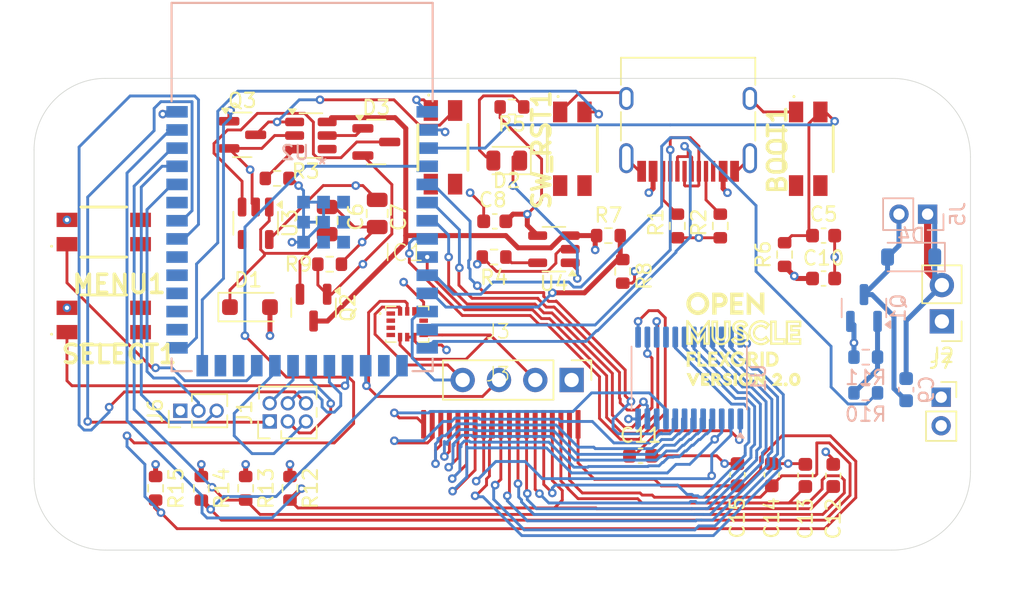
<source format=kicad_pcb>
(kicad_pcb (version 20241229) (generator "pcbnew") (generator_version "9.0")
  (layers (0 "F.Cu" signal) (4 "In1.Cu" signal) (6 "In2.Cu" signal) (2 "B.Cu" signal) (13 "F.Paste" user) (15 "B.Paste" user) (5 "F.SilkS" user "F.Silkscreen") (7 "B.SilkS" user "B.Silkscreen") (1 "F.Mask" user) (3 "B.Mask" user) (25 "Edge.Cuts" user))
  (net 0 "")
  (net 1 "GND")
  (net 2 "EN")
  (net 3 "VIN")
  (net 4 "+3V3")
  (net 5 "VBUS")
  (net 6 "MotorGND")
  (net 7 "Net-(D2-K)")
  (net 8 "Net-(D2-A)")
  (net 9 "Net-(U3-EN)")
  (net 10 "LDO_EN")
  (net 11 "GP40")
  (net 12 "SCL")
  (net 15 "GP41")
  (net 19 "SDA")
  (net 20 "ROW_3")
  (net 21 "COL_11")
  (net 22 "COL_9")
  (net 23 "COL_0")
  (net 24 "COL_2")
  (net 25 "COL_4")
  (net 26 "COL_1")
  (net 27 "COL_13")
  (net 28 "ROW_1")
  (net 29 "COL_6")
  (net 30 "COL_10")
  (net 31 "COL_5")
  (net 32 "COL_8")
  (net 33 "ROW_2")
  (net 34 "ROW_0")
  (net 35 "COL_12")
  (net 36 "COL_7")
  (net 37 "COL_3")
  (net 38 "COL_14")
  (net 41 "D-")
  (net 42 "Net-(J4-CC1)")
  (net 43 "D+")
  (net 44 "Net-(J4-CC2)")
  (net 45 "SPI_SCK")
  (net 46 "SPI_MOSI")
  (net 47 "CS")
  (net 48 "SPI_MISO")
  (net 49 "ADC_BAT")
  (net 50 "Net-(MAX1-In)")
  (net 52 "Net-(MAX1-CLEAR)")
  (net 53 "VBAT")
  (net 54 "Net-(Q1-G)")
  (net 55 "PWR_OFF")
  (net 56 "Net-(U4-PROG)")
  (net 57 "MOT_SIG")
  (net 58 "S3")
  (net 59 "GP16_E")
  (net 61 "S0")
  (net 62 "S2")
  (net 63 "S1")
  (net 65 "MENU")
  (net 66 "100")
  (net 67 "SELECT")
  (net 70 "RX")
  (net 77 "TX")
  (footprint "Resistor_SMD:R_0603_1608Metric" (layer "F.Cu") (at 163.7 127.175 -90)
    (property "Reference" "R14")
    (property "Value" "10k" (hide yes))
  )
  (footprint "Diode_SMD:D_SOD-123F" (layer "F.Cu") (at 167.1 114.5)
    (property "Reference" "D1")
    (property "Value" "1N5819" (hide yes))
  )
  (footprint "OpenMuscleDevKit:EVQP2P02M" (layer "F.Cu") (at 156.875 115.4 90)
    (property "Reference" "SELECT1")
    (property "Value" "SW_Push" (hide yes))
  )
  (footprint "Package_TO_SOT_SMD:SOT-23-5" (layer "F.Cu") (at 167.5 108.6375 -90)
    (property "Reference" "U3")
    (property "Value" "TPS7A03" (hide yes))
  )
  (footprint "OpenMuscleDevKit:FFC-19-.6mmP" (layer "F.Cu") (at 184.45 116.7)
    (property "Reference" "J3")
    (property "Value" "Conn_01x19_Pin")
  )
  (footprint "OpenMuscleDevKit:EVQP2P02M" (layer "F.Cu") (at 156.875 109.25 90)
    (property "Reference" "MENU1")
    (property "Value" "SW_Push" (hide yes))
  )
  (footprint "Resistor_SMD:R_0603_1608Metric" (layer "F.Cu") (at 185.425 100.5)
    (property "Reference" "R5")
    (property "Value" "150" (hide yes))
  )
  (footprint "Connector_PinHeader_1.27mm:PinHeader_2x03_P1.27mm_Vertical" (layer "F.Cu") (at 168.48 122.5 90)
    (property "Reference" "J1")
    (property "Value" "Conn_01x06_Pin" (hide yes))
  )
  (footprint "Capacitor_SMD:C_0603_1608Metric" (layer "F.Cu") (at 194.425 124.9)
    (property "Reference" "C11")
    (property "Value" "2.2 uF" (hide yes))
  )
  (footprint "Resistor_SMD:R_0603_1608Metric" (layer "F.Cu") (at 200 108.825 -90)
    (property "Reference" "R2")
    (property "Value" "5.1K" (hide yes))
  )
  (footprint "Package_TO_SOT_SMD:SOT-23" (layer "F.Cu") (at 166.5625 102.45)
    (property "Reference" "Q3")
    (property "Value" "IRLML2060" (hide yes))
  )
  (footprint "Resistor_SMD:R_0603_1608Metric" (layer "F.Cu") (at 184.175 111 180)
    (property "Reference" "R4")
    (property "Value" "2k" (hide yes))
  )
  (footprint "Capacitor_SMD:C_0603_1608Metric" (layer "F.Cu") (at 201.2 126.225 -90)
    (property "Reference" "C15")
    (property "Value" "2.2 uF" (hide yes))
  )
  (footprint "Connector_PinSocket_2.00mm:PinSocket_1x02_P2.00mm_Vertical" (layer "F.Cu") (at 215.45 120.8)
    (property "Reference" "J7")
    (property "Value" "Conn_01x02_Pin" (hide yes))
  )
  (footprint "MountingHole:MountingHole_2.2mm_M2" (layer "F.Cu") (at 157 103.5)
    (property "Reference" "H1" (hide yes))
    (property "Value" "MountingHole_Pad" (hide yes))
  )
  (footprint "Package_TO_SOT_SMD:SOT-23-6" (layer "F.Cu") (at 171.3625 102.5)
    (property "Reference" "MAX1" (hide yes))
    (property "Value" "~")
  )
  (footprint "OpenMuscleDevKit:EVQP2P02M" (layer "F.Cu") (at 206.15 103.425)
    (property "Reference" "BOOT1")
    (property "Value" "SW_Push" (hide yes))
  )
  (footprint "Package_TO_SOT_SMD:SOT-23" (layer "F.Cu") (at 171.55 114.5375 -90)
    (property "Reference" "Q2")
    (property "Value" "VP0610T" (hide yes))
  )
  (footprint "Resistor_SMD:R_0603_1608Metric" (layer "F.Cu") (at 197 108.825 -90)
    (property "Reference" "R1")
    (property "Value" "5.1K" (hide yes))
  )
  (footprint "OpenMuscleDevKit:EVQP2P02M" (layer "F.Cu") (at 180.6 103.325)
    (property "Reference" "SW_PWR1" (hide yes))
    (property "Value" "SW_Push" (hide yes))
  )
  (footprint "Capacitor_SMD:C_0603_1608Metric" (layer "F.Cu") (at 207.225 112.5)
    (property "Reference" "C10")
    (property "Value" "0.1 uF" (hide yes))
  )
  (footprint "LED_SMD:LED_0805_2012Metric" (layer "F.Cu") (at 185.0625 104.25 180)
    (property "Reference" "D2")
    (property "Value" "CHRG LED" (hide yes))
  )
  (footprint "Capacitor_SMD:C_0603_1608Metric" (layer "F.Cu") (at 203.6 126.225 -90)
    (property "Reference" "C14")
    (property "Value" "2.2 uF" (hide yes))
  )
  (footprint "Resistor_SMD:R_0603_1608Metric" (layer "F.Cu") (at 193.175 112 -90)
    (property "Reference" "R8")
    (property "Value" "100k" (hide yes))
  )
  (footprint "Capacitor_SMD:C_0603_1608Metric" (layer "F.Cu") (at 207.9 126.275 -90)
    (property "Reference" "C12")
    (property "Value" "2.2 uF" (hide yes))
  )
  (footprint "Capacitor_SMD:C_0603_1608Metric" (layer "F.Cu") (at 184.225 108.5)
    (property "Reference" "C8")
    (property "Value" "2.2 uF" (hide yes))
  )
  (footprint "Connector_PinHeader_2.54mm:PinHeader_1x02_P2.54mm_Vertical" (layer "F.Cu") (at 215.5 115.5 180)
    (property "Reference" "J2")
    (property "Value" "BAT Terminal" (hide yes))
  )
  (footprint "MountingHole:MountingHole_2.2mm_M2" (layer "F.Cu") (at 157 126.5)
    (property "Reference" "H4" (hide yes))
    (property "Value" "MountingHole_Pad" (hide yes))
  )
  (footprint "Resistor_SMD:R_0603_1608Metric" (layer "F.Cu") (at 169 105.5)
    (property "Reference" "R3")
    (property "Value" "1K" (hide yes))
  )
  (footprint "MountingHole:MountingHole_2.2mm_M2" (layer "F.Cu") (at 212 104)
    (property "Reference" "H2" (hide yes))
    (property "Value" "MountingHole_Pad" (hide yes))
  )
  (footprint "Capacitor_SMD:C_0805_2012Metric" (layer "F.Cu") (at 176 107.95 -90)
    (property "Reference" "C7")
    (property "Value" "4.7uF" (hide yes))
  )
  (footprint "Connector_PinHeader_2.54mm:PinHeader_1x04_P2.54mm_Vertical" (layer "F.Cu") (at 189.6 119.6 -90)
    (property "Reference" "SCRN1" (hide yes))
    (property "Value" "Conn_01x04" (hide yes))
  )
  (footprint "Package_TO_SOT_SMD:TSOT-23-5" (layer "F.Cu") (at 188.3625 110.45 180)
    (property "Reference" "U4")
    (property "Value" "LTC4054ES5-4.2" (hide yes))
  )
  (footprint "OpenMuscleDevKit:EVQP2P02M" (layer "F.Cu") (at 189.65 103.425)
    (property "Reference" "SW_RST1")
    (property "Value" "SW_Push" (hide yes))
  )
  (footprint "ICM-42688-P:IIM42352" (layer "F.Cu") (at 178.1 115.7)
    (property "Reference" "IC1")
    (property "Value" "ICM-42688-P")
  )
  (footprint "MountingHole:MountingHole_2.2mm_M2" (layer "F.Cu") (at 212 126)
    (property "Reference" "H3" (hide yes))
    (property "Value" "MountingHole_Pad" (hide yes))
  )
  (footprint "Connector_USB:USB_C_Receptacle_HRO_TYPE-C-31-M-12" (layer "F.Cu") (at 197.75 100.955 180)
    (property "Reference" "J4" (hide yes))
    (property "Value" "USB_C_Receptacle" (hide yes))
  )
  (footprint "Capacitor_SMD:C_0603_1608Metric" (layer "F.Cu") (at 207.225 109.5 180)
    (property "Reference" "C5")
    (property "Value" "100 nF" (hide yes))
  )
  (footprint "Resistor_SMD:R_0603_1608Metric" (layer "F.Cu") (at 192.175 109.5)
    (property "Reference" "R7")
    (property "Value" "100k" (hide yes))
  )
  (footprint "Capacitor_SMD:C_0805_2012Metric" (layer "F.Cu") (at 172.5 108.45 90)
    (property "Reference" "C6")
    (property "Value" "4.7uF" (hide yes))
  )
  (footprint "Resistor_SMD:R_0603_1608Metric" (layer "F.Cu") (at 160.5 127.175 -90)
    (property "Reference" "R15")
    (property "Value" "10k" (hide yes))
  )
  (footprint "Resistor_SMD:R_0603_1608Metric" (layer "F.Cu") (at 169.9 127.175 -90)
    (property "Reference" "R12")
    (property "Value" "10k" (hide yes))
  )
  (footprint "Resistor_SMD:R_0603_1608Metric" (layer "F.Cu") (at 204.5 110.825 90)
    (property "Reference" "R6")
    (property "Value" "5.1K" (hide yes))
  )
  (footprint "Resistor_SMD:R_0603_1608Metric" (layer "F.Cu") (at 166.8 127.175 -90)
    (property "Reference" "R13")
    (property "Value" "10k" (hide yes))
  )
  (footprint "Package_TO_SOT_SMD:SOT-23" (layer "F.Cu") (at 175.9375 102.95)
    (property "Reference" "D3")
    (property "Value" "BAT54C" (hide yes))
  )
  (footprint "Resistor_SMD:R_0603_1608Metric" (layer "F.Cu") (at 172.675 111.5)
    (property "Reference" "R9")
    (property "Value" "100k" (hide yes))
  )
  (footprint "Connector_PinHeader_1.27mm:PinHeader_1x03_P1.27mm_Vertical" (layer "F.Cu") (at 162.23 121.75 90)
    (property "Reference" "J6")
    (property "Value" "Conn_01x03_Pin" (hide yes))
  )
  (footprint "Capacitor_SMD:C_0603_1608Metric" (layer "F.Cu") (at 205.95 126.275 -90)
    (property "Reference" "C13")
    (property "Value" "2.2 uF" (hide yes))
  )
  (footprint "Package_SO:TSSOP-24_4.4x7.8mm_P0.65mm" (layer "B.Cu") (at 197.825 119.4625 90)
    (property "Reference" "U1")
    (property "Value" "CD74HC4067M" (hide yes))
  )
  (footprint "Package_TO_SOT_SMD:SOT-23" (layer "B.Cu") (at 210.05 114.5625 90)
    (property "Reference" "Q1")
    (property "Value" "IRLML2060" (hide yes))
  )
  (footprint "footprints:ESP32-S3-WROOM-1-N16R8" (layer "B.Cu") (at 170.75 106.1 180)
    (property "Reference" "U2")
    (property "Value" "ESP32-S3-WROOM-1-N16R8" (hide yes))
  )
  (footprint "Connector_PinHeader_2.00mm:PinHeader_1x02_P2.00mm_Vertical" (layer "B.Cu") (at 214.5 108 90)
    (property "Reference" "J5")
    (property "Value" "Conn_01x02" (hide yes))
  )
  (footprint "Resistor_SMD:R_0603_1608Metric" (layer "B.Cu") (at 210.175 120.5)
    (property "Reference" "R10")
    (property "Value" "10k" (hide yes))
  )
  (footprint "Capacitor_SMD:C_0603_1608Metric" (layer "B.Cu") (at 213 120.275 90)
    (property "Reference" "C9")
    (property "Value" "100 uF" (hide yes))
  )
  (footprint "Resistor_SMD:R_0603_1608Metric" (layer "B.Cu") (at 210.175 118)
    (property "Reference" "R11")
    (property "Value" "10k" (hide yes))
  )
  (footprint "Diode_SMD:D_SOD-123" (layer "B.Cu") (at 213.35 111 180)
    (property "Reference" "D4")
    (property "Value" "1N4007" (hide yes))
  )
  (gr_poly (pts (xy 198.448721 116.364676) (xy 199.145104 115.402651) (xy 199.282158 115.402651) (xy 199.282158 117.140963) (xy 198.814375 117.140963) (xy 198.814375 116.646193) (xy 198.492112 117.115034) (xy 198.408504 117.115034) (xy 198.383104 117.080638) (xy 198.083066 116.645663) (xy 198.083066 117.140963) (xy 197.614225 117.140963) (xy 197.614225 116.982213) (xy 197.772975 116.982213) (xy 197.923787 116.982213) (xy 197.923787 116.135547) (xy 198.448721 116.897547) (xy 198.972596 116.135018) (xy 198.972596 116.982213) (xy 199.123408 116.982213) (xy 199.123408 115.703218) (xy 198.448721 116.635609) (xy 197.772975 115.703217) (xy 197.772975 116.982213) (xy 197.614225 116.982213) (xy 197.614225 115.402651) (xy 197.751279 115.402651)) (fill yes) (layer "F.SilkS"))
  (gr_poly (pts (xy 203.035537 118.668138) (xy 202.82387 118.668138) (xy 202.82387 117.614038) (xy 203.035537 117.614038)) (fill yes) (layer "F.SilkS"))
  (gr_poly (pts (xy 198.468591 113.457955) (xy 198.509117 113.461072) (xy 198.54908 113.466204) (xy 198.588429 113.473299) (xy 198.627111 113.482306) (xy 198.665074 113.493175) (xy 198.702267 113.505853) (xy 198.738638 113.520289) (xy 198.774134 113.536432) (xy 198.808704 113.554231) (xy 198.842295 113.573634) (xy 198.874857 113.59459) (xy 198.906336 113.617047) (xy 198.936681 113.640954) (xy 198.965841 113.66626) (xy 198.993762 113.692913) (xy 199.020394 113.720863) (xy 199.045684 113.750057) (xy 199.06958 113.780444) (xy 199.09203 113.811974) (xy 199.112983 113.844594) (xy 199.132386 113.878253) (xy 199.150188 113.9129) (xy 199.166337 113.948484) (xy 199.18078 113.984953) (xy 199.193466 114.022256) (xy 199.204343 114.060342) (xy 199.213358 114.099158) (xy 199.220461 114.138655) (xy 199.225598 114.178779) (xy 199.228719 114.219481) (xy 199.229771 114.260709) (xy 199.22872 114.301922) (xy 199.225604 114.342579) (xy 199.220472 114.382633) (xy 199.213378 114.422033) (xy 199.204371 114.460729) (xy 199.193504 114.498674) (xy 199.180828 114.535816) (xy 199.166395 114.572107) (xy 199.150255 114.607497) (xy 199.132461 114.641938) (xy 199.113063 114.675378) (xy 199.092114 114.70777) (xy 199.069664 114.739063) (xy 199.045766 114.769209) (xy 199.02047 114.798157) (xy 198.993828 114.825859) (xy 198.965892 114.852265) (xy 198.936713 114.877325) (xy 198.906342 114.90099) (xy 198.874831 114.923211) (xy 198.842231 114.943939) (xy 198.808594 114.963123) (xy 198.773972 114.980714) (xy 198.738415 114.996664) (xy 198.701975 115.010922) (xy 198.664703 115.02344) (xy 198.626652 115.034167) (xy 198.587872 115.043055) (xy 198.548415 115.050054) (xy 198.508332 115.055114) (xy 198.467675 115.058186) (xy 198.426496 115.059221) (xy 198.385325 115.058177) (xy 198.344695 115.055079) (xy 198.304655 115.049978) (xy 198.265256 115.042925) (xy 198.226548 115.033971) (xy 198.188581 115.023168) (xy 198.151406 115.010566) (xy 198.115073 114.996218) (xy 198.079632 114.980173) (xy 198.045133 114.962483) (xy 198.011627 114.9432) (xy 197.979165 114.922374) (xy 197.947795 114.900057) (xy 197.91757 114.876299) (xy 197.888538 114.851153) (xy 197.86075 114.824668) (xy 197.834257 114.796897) (xy 197.809109 114.76789) (xy 197.785356 114.737699) (xy 197.763048 114.706375) (xy 197.742236 114.673968) (xy 197.722969 114.640531) (xy 197.705299 114.606114) (xy 197.689276 114.570768) (xy 197.674949 114.534544) (xy 197.662369 114.497495) (xy 197.651587 114.45967) (xy 197.642652 114.421121) (xy 197.635615 114.381899) (xy 197.630527 114.342056) (xy 197.627437 114.301642) (xy 197.626396 114.260709) (xy 197.626436 114.259122) (xy 197.939133 114.259122) (xy 197.93977 114.284262) (xy 197.941659 114.309063) (xy 197.94477 114.333494) (xy 197.949071 114.357524) (xy 197.954531 114.381124) (xy 197.961119 114.404264) (xy 197.968804 114.426913) (xy 197.977556 114.449043) (xy 197.987342 114.470622) (xy 197.998131 114.49162) (xy 198.009894 114.512008) (xy 198.022598 114.531756) (xy 198.036212 114.550833) (xy 198.050706 114.56921) (xy 198.066048 114.586856) (xy 198.082207 114.603741) (xy 198.099151 114.619836) (xy 198.116851 114.63511) (xy 198.135275 114.649534) (xy 198.154391 114.663076) (xy 198.174169 114.675708) (xy 198.194578 114.687399) (xy 198.215585 114.698119) (xy 198.237161 114.707838) (xy 198.259275 114.716527) (xy 198.281894 114.724154) (xy 198.304988 114.73069) (xy 198.328526 114.736105) (xy 198.352477 114.74037) (xy 198.37681 114.743453) (xy 198.401493 114.745324) (xy 198.426496 114.745955) (xy 198.451504 114.745318) (xy 198.476205 114.743429) (xy 198.500566 114.740319) (xy 198.524556 114.736019) (xy 198.548142 114.730559) (xy 198.571293 114.723973) (xy 198.593976 114.716289) (xy 198.61616 114.707541) (xy 198.637814 114.697758) (xy 198.658904 114.686973) (xy 198.6794 114.675216) (xy 198.69927 114.662518) (xy 198.71848 114.648911) (xy 198.737001 114.634427) (xy 198.754799 114.619095) (xy 198.771843 114.602948) (xy 198.788101 114.586016) (xy 198.803541 114.568331) (xy 198.818132 114.549924) (xy 198.83184 114.530826) (xy 198.844636 114.511068) (xy 198.856485 114.490682) (xy 198.867358 114.469699) (xy 198.877222 114.44815) (xy 198.886044 114.426066) (xy 198.893794 114.403478) (xy 198.900438 114.380418) (xy 198.905946 114.356916) (xy 198.910286 114.333005) (xy 198.913425 114.308714) (xy 198.915332 114.284076) (xy 198.915975 114.259122) (xy 198.916504 114.259122) (xy 198.915864 114.23402) (xy 198.913966 114.209238) (xy 198.91084 114.184807) (xy 198.906519 114.160758) (xy 198.901033 114.137122) (xy 198.894413 114.113932) (xy 198.886692 114.091217) (xy 198.8779 114.06901) (xy 198.868068 114.047342) (xy 198.857228 114.026244) (xy 198.845411 114.005747) (xy 198.832649 113.985882) (xy 198.818972 113.966682) (xy 198.804412 113.948177) (xy 198.789001 113.930398) (xy 198.772769 113.913377) (xy 198.755748 113.897146) (xy 198.737969 113.881734) (xy 198.719464 113.867175) (xy 198.700264 113.853498) (xy 198.6804 113.840735) (xy 198.659903 113.828919) (xy 198.638804 113.818079) (xy 198.617136 113.808247) (xy 198.594929 113.799455) (xy 198.572215 113.791733) (xy 198.549024 113.785113) (xy 198.525389 113.779627) (xy 198.50134 113.775306) (xy 198.476909 113.77218) (xy 198.452127 113.770282) (xy 198.427025 113.769642) (xy 198.401928 113.770281) (xy 198.377159 113.772175) (xy 198.352749 113.775293) (xy 198.328729 113.779606) (xy 198.305129 113.785081) (xy 198.281981 113.791688) (xy 198.259315 113.799395) (xy 198.237161 113.808172) (xy 198.215551 113.817988) (xy 198.194515 113.828812) (xy 198.174084 113.840612) (xy 198.154288 113.853358) (xy 198.135158 113.867019) (xy 198.116726 113.881563) (xy 198.099021 113.89696) (xy 198.082074 113.913179) (xy 198.065917 113.930188) (xy 198.050579 113.947957) (xy 198.036092 113.966455) (xy 198.022486 113.98565) (xy 198.009792 114.005512) (xy 197.998041 114.026009) (xy 197.987263 114.047111) (xy 197.977489 114.068787) (xy 197.968751 114.091005) (xy 197.961077 114.113735) (xy 197.9545 114.136946) (xy 197.94905 114.160606) (xy 197.944757 114.184684) (xy 197.941653 114.209151) (xy 197.939768 114.233973) (xy 197.939133 114.259122) (xy 197.626436 114.259122) (xy 197.627444 114.219481) (xy 197.630556 114.178779) (xy 197.635679 114.138655) (xy 197.642763 114.099158) (xy 197.651754 114.060342) (xy 197.662603 114.022256) (xy 197.675257 113.984953) (xy 197.689664 113.948484) (xy 197.705774 113.9129) (xy 197.723534 113.878253) (xy 197.742894 113.844594) (xy 197.763801 113.811974) (xy 197.786204 113.780444) (xy 197.810052 113.750057) (xy 197.835293 113.720863) (xy 197.861875 113.692913) (xy 197.889747 113.66626) (xy 197.918857 113.640954) (xy 197.949154 113.617047) (xy 197.980586 113.59459) (xy 198.013102 113.573634) (xy 198.04665 113.554231) (xy 198.081178 113.536432) (xy 198.116635 113.520289) (xy 198.15297 113.505853) (xy 198.190131 113.493175) (xy 198.228066 113.482306) (xy 198.266725 113.473299) (xy 198.306054 113.466204) (xy 198.346003 113.461072) (xy 198.38652 113.457955) (xy 198.427554 113.456905)) (fill yes) (layer "F.SilkS"))
  (gr_poly (pts (xy 204.580169 119.765813) (xy 204.587487 119.766355) (xy 204.594711 119.767248) (xy 204.601831 119.768481) (xy 204.608837 119.770046) (xy 204.615719 119.771933) (xy 204.622468 119.774132) (xy 204.629073 119.776635) (xy 204.635524 119.779431) (xy 204.641812 119.782512) (xy 204.647927 119.785867) (xy 204.653859 119.789489) (xy 204.659598 119.793366) (xy 204.665133 119.79749) (xy 204.670456 119.801852) (xy 204.675557 119.806442) (xy 204.680424 119.81125) (xy 204.68505 119.816267) (xy 204.689423 119.821485) (xy 204.693534 119.826892) (xy 204.697373 119.832481) (xy 204.700929 119.838241) (xy 204.704194 119.844163) (xy 204.707158 119.850239) (xy 204.709809 119.856457) (xy 204.71214 119.86281) (xy 204.714138 119.869287) (xy 204.715796 119.875879) (xy 204.717102 119.882578) (xy 204.718048 119.889372) (xy 204.718622 119.896254) (xy 204.718816 119.903213) (xy 204.718622 119.910174) (xy 204.718048 119.91706) (xy 204.717102 119.923862) (xy 204.715796 119.93057) (xy 204.714138 119.937174) (xy 204.71214 119.943665) (xy 204.709809 119.950034) (xy 204.707158 119.95627) (xy 204.704194 119.962365) (xy 204.700929 119.968308) (xy 204.697373 119.97409) (xy 204.693534 119.979702) (xy 204.689423 119.985133) (xy 204.68505 119.990374) (xy 204.680424 119.995416) (xy 204.675557 120.000249) (xy 204.670456 120.004864) (xy 204.665133 120.00925) (xy 204.659598 120.013398) (xy 204.653859 120.017299) (xy 204.647927 120.020943) (xy 204.641812 120.024321) (xy 204.635524 120.027422) (xy 204.629073 120.030238) (xy 204.622468 120.032758) (xy 204.615719 120.034974) (xy 204.608837 120.036875) (xy 204.601831 120.038452) (xy 204.594711 120.039695) (xy 204.587487 120.040594) (xy 204.580169 120.041141) (xy 204.572766 120.041326) (xy 204.565362 120.041147) (xy 204.55804 120.040618) (xy 204.550809 120.039745) (xy 204.543679 120.038538) (xy 204.536661 120.037006) (xy 204.529764 120.035155) (xy 204.523 120.032996) (xy 204.516377 120.030536) (xy 204.509906 120.027783) (xy 204.503598 120.024747) (xy 204.497461 120.021436) (xy 204.491506 120.017857) (xy 204.485744 120.01402) (xy 204.480184 120.009933) (xy 204.474836 120.005605) (xy 204.469711 120.001043) (xy 204.464818 119.996256) (xy 204.460168 119.991253) (xy 204.455771 119.986042) (xy 204.451637 119.980632) (xy 204.447775 119.97503) (xy 204.444196 119.969246) (xy 204.44091 119.963287) (xy 204.437928 119.957163) (xy 204.435258 119.950882) (xy 204.432912 119.944451) (xy 204.430899 119.93788) (xy 204.429229 119.931177) (xy 204.427913 119.924351) (xy 204.426961 119.917409) (xy 204.426382 119.91036) (xy 204.426187 119.903213) (xy 204.426382 119.896254) (xy 204.426961 119.889372) (xy 204.427913 119.882578) (xy 204.429229 119.875879) (xy 204.430899 119.869287) (xy 204.432912 119.86281) (xy 204.435258 119.856457) (xy 204.437928 119.850238) (xy 204.44091 119.844163) (xy 204.444196 119.838241) (xy 204.447775 119.832481) (xy 204.451637 119.826892) (xy 204.455771 119.821484) (xy 204.460168 119.816267) (xy 204.464818 119.81125) (xy 204.469711 119.806442) (xy 204.474836 119.801852) (xy 204.480184 119.79749) (xy 204.485744 119.793366) (xy 204.491506 119.789489) (xy 204.497461 119.785867) (xy 204.503598 119.782512) (xy 204.509906 119.779431) (xy 204.516377 119.776635) (xy 204.523 119.774132) (xy 204.529764 119.771933) (xy 204.536661 119.770046) (xy 204.543679 119.768481) (xy 204.550809 119.767248) (xy 204.55804 119.766355) (xy 204.565362 119.765813) (xy 204.572766 119.76563)) (fill yes) (layer "F.SilkS"))
  (gr_poly (pts (xy 200.316679 117.933125) (xy 200.496596 117.614038) (xy 200.740012 117.614038) (xy 200.438387 118.120451) (xy 200.759591 118.668667) (xy 200.516175 118.668667) (xy 200.31615 118.314655) (xy 200.116654 118.668667) (xy 199.873237 118.668667) (xy 200.193912 118.12098) (xy 199.892816 117.614038) (xy 200.136233 117.614038)) (fill yes) (layer "F.SilkS"))
  (gr_poly (pts (xy 201.16705 120.009047) (xy 200.929983 120.009047) (xy 200.929983 119.116342) (xy 201.16705 119.116342)) (fill yes) (layer "F.SilkS"))
  (gr_poly (pts (xy 202.279184 117.615009) (xy 202.2973 117.616319) (xy 202.315162 117.618477) (xy 202.332748 117.621463) (xy 202.350033 117.625255) (xy 202.366995 117.629831) (xy 202.383612 117.635173) (xy 202.399859 117.641257) (xy 202.415714 117.648064) (xy 202.431153 117.655573) (xy 202.446155 117.663762) (xy 202.460694 117.67261) (xy 202.47475 117.682098) (xy 202.488298 117.692203) (xy 202.501315 117.702905) (xy 202.513778 117.714183) (xy 202.525665 117.726016) (xy 202.536952 117.738383) (xy 202.547617 117.751263) (xy 202.557635 117.764636) (xy 202.566985 117.778479) (xy 202.575642 117.792773) (xy 202.583584 117.807497) (xy 202.590789 117.822629) (xy 202.597232 117.838149) (xy 202.602891 117.854035) (xy 202.607742 117.870267) (xy 202.611763 117.886823) (xy 202.614931 117.903684) (xy 202.617222 117.920828) (xy 202.618614 117.938233) (xy 202.619083 117.95588) (xy 202.61814 117.981066) (xy 202.61536 118.005765) (xy 202.610816 118.029885) (xy 202.60458 118.053337) (xy 202.596726 118.076029) (xy 202.587326 118.097871) (xy 202.576454 118.118772) (xy 202.564181 118.13864) (xy 202.550582 118.157387) (xy 202.535728 118.17492) (xy 202.519693 118.19115) (xy 202.50255 118.205985) (xy 202.484371 118.219335) (xy 202.465229 118.231109) (xy 202.445198 118.241217) (xy 202.424349 118.249567) (xy 202.723857 118.668667) (xy 202.464566 118.668667) (xy 202.129074 118.170192) (xy 202.129074 118.668667) (xy 201.917408 118.668667) (xy 201.917408 118.088701) (xy 202.128016 118.088701) (xy 202.264012 118.088701) (xy 202.270734 118.088627) (xy 202.277399 118.088215) (xy 202.283997 118.08747) (xy 202.290518 118.086402) (xy 202.296951 118.085017) (xy 202.303286 118.083324) (xy 202.309514 118.08133) (xy 202.315622 118.079043) (xy 202.321602 118.076471) (xy 202.327444 118.073621) (xy 202.333135 118.070502) (xy 202.338668 118.06712) (xy 202.344031 118.063485) (xy 202.349213 118.059603) (xy 202.354206 118.055482) (xy 202.358997 118.05113) (xy 202.363578 118.046554) (xy 202.367938 118.041764) (xy 202.372067 118.036765) (xy 202.375954 118.031567) (xy 202.379588 118.026176) (xy 202.382961 118.020601) (xy 202.386061 118.014849) (xy 202.388879 118.008929) (xy 202.391403 118.002847) (xy 202.393625 117.996611) (xy 202.395532 117.99023) (xy 202.397116 117.98371) (xy 202.398366 117.977061) (xy 202.399271 117.970289) (xy 202.399822 117.963402) (xy 202.400008 117.956409) (xy 202.399821 117.949417) (xy 202.399265 117.942534) (xy 202.398353 117.935769) (xy 202.397094 117.929128) (xy 202.3955 117.922619) (xy 202.393579 117.916248) (xy 202.391344 117.910025) (xy 202.388804 117.903955) (xy 202.385971 117.898047) (xy 202.382855 117.892307) (xy 202.379465 117.886743) (xy 202.375814 117.881362) (xy 202.371911 117.876172) (xy 202.367767 117.87118) (xy 202.363393 117.866394) (xy 202.358799 117.86182) (xy 202.353996 117.857467) (xy 202.348994 117.853341) (xy 202.343803 117.849449) (xy 202.338435 117.8458) (xy 202.332901 117.842401) (xy 202.327209 117.839259) (xy 202.321372 117.836381) (xy 202.315399 117.833774) (xy 202.309302 117.831447) (xy 202.30309 117.829406) (xy 202.296775 117.827659) (xy 202.290366 117.826213) (xy 202.283875 117.825076) (xy 202.277312 117.824254) (xy 202.270687 117.823756) (xy 202.264012 117.823588) (xy 202.128016 117.823588) (xy 202.128016 118.088701) (xy 201.917408 118.088701) (xy 201.917408 117.614567) (xy 202.260837 117.614567)) (fill yes) (layer "F.SilkS"))
  (gr_poly (pts (xy 203.993037 119.098258) (xy 204.010501 119.099552) (xy 204.027708 119.101681) (xy 204.044637 119.104622) (xy 204.061266 119.108352) (xy 204.077574 119.112848) (xy 204.09354 119.118088) (xy 204.109142 119.124048) (xy 204.124359 119.130706) (xy 204.139169 119.138039) (xy 204.153551 119.146023) (xy 204.167484 119.154636) (xy 204.180945 119.163856) (xy 204.193915 119.173659) (xy 204.20637 119.184022) (xy 204.218291 119.194923) (xy 204.229655 119.206339) (xy 204.240441 119.218246) (xy 204.250627 119.230623) (xy 204.260193 119.243445) (xy 204.269117 119.256691) (xy 204.277377 119.270337) (xy 204.284952 119.284361) (xy 204.29182 119.298739) (xy 204.297961 119.313449) (xy 204.303352 119.328468) (xy 204.307973 119.343773) (xy 204.311801 119.359341) (xy 204.314816 119.375149) (xy 204.316997 119.391175) (xy 204.31832 119.407396) (xy 204.318766 119.423788) (xy 204.318401 119.437463) (xy 204.317316 119.451097) (xy 204.315532 119.46468) (xy 204.313068 119.478203) (xy 204.309944 119.491655) (xy 204.306178 119.505027) (xy 204.301789 119.518309) (xy 204.296798 119.53149) (xy 204.285083 119.557512) (xy 204.271188 119.583015) (xy 204.255266 119.60792) (xy 204.237473 119.632147) (xy 204.217962 119.655618) (xy 204.196887 119.678253) (xy 204.174404 119.699973) (xy 204.150665 119.7207) (xy 204.125825 119.740354) (xy 204.100039 119.758856) (xy 204.073461 119.776127) (xy 204.046245 119.792088) (xy 204.329349 119.792088) (xy 204.329879 119.791559) (xy 204.329879 120.009047) (xy 203.613387 120.009047) (xy 203.613387 119.923321) (xy 203.730851 119.824065) (xy 203.829494 119.738477) (xy 203.91029 119.665142) (xy 203.9443 119.632627) (xy 203.974213 119.602646) (xy 204.000151 119.575022) (xy 204.022236 119.549577) (xy 204.040589 119.526135) (xy 204.055332 119.504519) (xy 204.066588 119.484553) (xy 204.074476 119.466059) (xy 204.079121 119.448862) (xy 204.080641 119.432784) (xy 204.080506 119.427204) (xy 204.080104 119.421682) (xy 204.079442 119.416225) (xy 204.078525 119.410841) (xy 204.07736 119.405538) (xy 204.075953 119.400324) (xy 204.074311 119.395207) (xy 204.072439 119.390194) (xy 204.070344 119.385294) (xy 204.068032 119.380514) (xy 204.06551 119.375862) (xy 204.062782 119.371346) (xy 204.059856 119.366973) (xy 204.056738 119.362753) (xy 204.053434 119.358692) (xy 204.04995 119.354798) (xy 204.046292 119.351079) (xy 204.042467 119.347544) (xy 204.038481 119.344199) (xy 204.034339 119.341053) (xy 204.030049 119.338113) (xy 204.025616 119.335388) (xy 204.021047 119.332886) (xy 204.016348 119.330613) (xy 204.011524 119.328579) (xy 204.006583 119.32679) (xy 204.00153 119.325255) (xy 203.996372 119.323981) (xy 203.991114 119.322977) (xy 203.985763 119.32225) (xy 203.980326 119.321808) (xy 203.974808 119.321659) (xy 203.967444 119.321849) (xy 203.960145 119.322415) (xy 203.95292 119.323347) (xy 203.945781 119.324634) (xy 203.93874 119.326269) (xy 203.931807 119.328241) (xy 203.924994 119.330541) (xy 203.918311 119.33316) (xy 203.91177 119.336088) (xy 203.905383 119.339316) (xy 203.899159 119.342834) (xy 203.893111 119.346634) (xy 203.887249 119.350705) (xy 203.881584 119.355039) (xy 203.876129 119.359625) (xy 203.870893 119.364455) (xy 203.865888 119.369519) (xy 203.861125 119.374808) (xy 203.856616 119.380312) (xy 203.852371 119.386022) (xy 203.848402 119.391928) (xy 203.844719 119.398021) (xy 203.841334 119.404293) (xy 203.838258 119.410732) (xy 203.835503 119.417331) (xy 203.833078 119.424079) (xy 203.830996 119.430967) (xy 203.829268 119.437985) (xy 203.827904 119.445125) (xy 203.826916 119.452377) (xy 203.826315 119.459732) (xy 203.826112 119.46718) (xy 203.633496 119.40368) (xy 203.633937 119.388556) (xy 203.635248 119.37356) (xy 203.637406 119.358716) (xy 203.640392 119.344047) (xy 203.644185 119.329575) (xy 203.648763 119.315325) (xy 203.654106 119.301317) (xy 203.660194 119.287577) (xy 203.667004 119.274127) (xy 203.674517 119.260989) (xy 203.682711 119.248188) (xy 203.691566 119.235746) (xy 203.701061 119.223686) (xy 203.711176 119.212031) (xy 203.721888 119.200804) (xy 203.733177 119.190029) (xy 203.745024 119.179728) (xy 203.757406 119.169924) (xy 203.770302 119.160641) (xy 203.783693 119.151902) (xy 203.797557 119.143729) (xy 203.811874 119.136146) (xy 203.826622 119.129176) (xy 203.841781 119.122841) (xy 203.857329 119.117165) (xy 203.873247 119.112172) (xy 203.889513 119.107883) (xy 203.906106 119.104322) (xy 203.923006 119.101513) (xy 203.940192 119.099477) (xy 203.957643 119.098239) (xy 203.975338 119.097821)) (fill yes) (layer "F.SilkS"))
  (gr_poly (pts (xy 200.536112 119.103324) (xy 200.560563 119.105508) (xy 200.584176 119.109075) (xy 200.606894 119.113969) (xy 200.628656 119.120131) (xy 200.649405 119.127503) (xy 200.66908 119.136027) (xy 200.687624 119.145645) (xy 200.704978 119.156298) (xy 200.721082 119.167928) (xy 200.735877 119.180478) (xy 200.749306 119.19389) (xy 200.761307 119.208104) (xy 200.771824 119.223063) (xy 200.780797 119.238709) (xy 200.788166 119.254984) (xy 200.651112 119.386746) (xy 200.64851 119.382408) (xy 200.645672 119.378224) (xy 200.642611 119.374193) (xy 200.639339 119.370314) (xy 200.63587 119.366585) (xy 200.632214 119.363007) (xy 200.628386 119.359576) (xy 200.624398 119.356294) (xy 200.620261 119.353158) (xy 200.615988 119.350167) (xy 200.607087 119.344618) (xy 200.597793 119.339638) (xy 200.588207 119.335218) (xy 200.578429 119.33135) (xy 200.568559 119.328026) (xy 200.558696 119.325236) (xy 200.548942 119.322973) (xy 200.539395 119.321227) (xy 200.530155 119.319991) (xy 200.521324 119.319256) (xy 200.513 119.319012) (xy 200.504038 119.319299) (xy 200.49543 119.320141) (xy 200.487206 119.32151) (xy 200.479398 119.323378) (xy 200.472036 119.325718) (xy 200.465151 119.3285) (xy 200.458776 119.331699) (xy 200.452939 119.335284) (xy 200.447673 119.33923) (xy 200.443009 119.343507) (xy 200.440912 119.345762) (xy 200.438977 119.348088) (xy 200.437208 119.350484) (xy 200.435609 119.352945) (xy 200.434183 119.355469) (xy 200.432935 119.358051) (xy 200.431868 119.360687) (xy 200.430987 119.363376) (xy 200.430295 119.366112) (xy 200.429795 119.368893) (xy 200.429493 119.371715) (xy 200.429391 119.374575) (xy 200.429575 119.378318) (xy 200.430122 119.381912) (xy 200.431027 119.385367) (xy 200.432285 119.388694) (xy 200.43389 119.391902) (xy 200.435837 119.395001) (xy 200.438121 119.398) (xy 200.440735 119.400909) (xy 200.443675 119.403739) (xy 200.446935 119.406499) (xy 200.45051 119.409198) (xy 200.454394 119.411847) (xy 200.458582 119.414456) (xy 200.463069 119.417033) (xy 200.467848 119.419589) (xy 200.472915 119.422134) (xy 200.48389 119.427229) (xy 200.49595 119.432396) (xy 200.509052 119.437713) (xy 200.523153 119.44326) (xy 200.554175 119.455351) (xy 200.57101 119.462053) (xy 200.58867 119.469296) (xy 200.614301 119.480624) (xy 200.638761 119.492602) (xy 200.661984 119.505259) (xy 200.683904 119.518624) (xy 200.704453 119.532728) (xy 200.723564 119.547598) (xy 200.741172 119.563266) (xy 200.75721 119.57976) (xy 200.77161 119.597109) (xy 200.778176 119.606114) (xy 200.784307 119.615344) (xy 200.789995 119.624802) (xy 200.795233 119.634493) (xy 200.800011 119.64442) (xy 200.804322 119.654587) (xy 200.808157 119.664997) (xy 200.811507 119.675654) (xy 200.814365 119.686562) (xy 200.816722 119.697724) (xy 200.81857 119.709145) (xy 200.8199 119.720827) (xy 200.820704 119.732775) (xy 200.820974 119.744992) (xy 200.820515 119.760727) (xy 200.819154 119.77608) (xy 200.816915 119.791043) (xy 200.813825 119.805607) (xy 200.809909 119.819766) (xy 200.80519 119.833511) (xy 200.799696 119.846835) (xy 200.793449 119.85973) (xy 200.786477 119.872189) (xy 200.778803 119.884203) (xy 200.770453 119.895766) (xy 200.761452 119.90687) (xy 200.751826 119.917507) (xy 200.741598 119.927669) (xy 200.730794 119.937348) (xy 200.71944 119.946538) (xy 200.707561 119.95523) (xy 200.695181 119.963417) (xy 200.682325 119.97109) (xy 200.66902 119.978244) (xy 200.655289 119.984868) (xy 200.641158 119.990957) (xy 200.626652 119.996503) (xy 200.611796 120.001497) (xy 200.596616 120.005932) (xy 200.581136 120.009801) (xy 200.565381 120.013095) (xy 200.549376 120.015808) (xy 200.533148 120.017931) (xy 200.51672 120.019457) (xy 200.500117 120.020379) (xy 200.483366 120.020687) (xy 200.45605 120.019938) (xy 200.429144 120.01772) (xy 200.40276 120.014077) (xy 200.377012 120.009054) (xy 200.35201 120.002694) (xy 200.327869 119.995043) (xy 200.304699 119.986143) (xy 200.282613 119.976039) (xy 200.261725 119.964776) (xy 200.242146 119.952397) (xy 200.223988 119.938947) (xy 200.207364 119.92447) (xy 200.192387 119.90901) (xy 200.179169 119.892612) (xy 200.167821 119.875319) (xy 200.158458 119.857175) (xy 200.159516 119.858234) (xy 200.30292 119.717476) (xy 200.306487 119.722569) (xy 200.310237 119.727531) (xy 200.314167 119.732359) (xy 200.318271 119.737051) (xy 200.322545 119.741604) (xy 200.326983 119.746018) (xy 200.336332 119.754418) (xy 200.34628 119.762235) (xy 200.356787 119.769454) (xy 200.367813 119.776058) (xy 200.379319 119.782034) (xy 200.391265 119.787364) (xy 200.403612 119.792034) (xy 200.41632 119.796028) (xy 200.42935 119.799331) (xy 200.442662 119.801927) (xy 200.456217 119.8038) (xy 200.469974 119.804935) (xy 200.483896 119.805317) (xy 200.493297 119.805106) (xy 200.502604 119.804472) (xy 200.511744 119.803413) (xy 200.520648 119.801927) (xy 200.529245 119.800014) (xy 200.537464 119.797671) (xy 200.545236 119.794898) (xy 200.552489 119.791691) (xy 200.559153 119.788051) (xy 200.565157 119.783975) (xy 200.567889 119.781773) (xy 200.570431 119.779462) (xy 200.572772 119.777041) (xy 200.574904 119.77451) (xy 200.576818 119.771869) (xy 200.578506 119.769118) (xy 200.579958 119.766256) (xy 200.581166 119.763284) (xy 200.582121 119.7602) (xy 200.582814 119.757006) (xy 200.583236 119.753701) (xy 200.583379 119.750284) (xy 200.583114 119.745985) (xy 200.582329 119.741719) (xy 200.581044 119.737485) (xy 200.579275 119.733283) (xy 200.577039 119.729112) (xy 200.574355 119.72497) (xy 200.57124 119.720857) (xy 200.567711 119.716773) (xy 200.563785 119.712715) (xy 200.559482 119.708684) (xy 200.554817 119.704678) (xy 200.549809 119.700696) (xy 200.544475 119.696738) (xy 200.538832 119.692803) (xy 200.526692 119.684998) (xy 200.513528 119.677273) (xy 200.499482 119.669622) (xy 200.484693 119.662038) (xy 200.469302 119.654513) (xy 200.437274 119.639614) (xy 200.404521 119.624871) (xy 200.3835 119.615437) (xy 200.362981 119.605355) (xy 200.343082 119.594574) (xy 200.323922 119.583042) (xy 200.305617 119.570707) (xy 200.288286 119.557517) (xy 200.272046 119.54342) (xy 200.257015 119.528364) (xy 200.24999 119.520461) (xy 200.243312 119.512298) (xy 200.236994 119.503869) (xy 200.231053 119.495169) (xy 200.225502 119.486189) (xy 200.220357 119.476925) (xy 200.215632 119.467368) (xy 200.211342 119.457514) (xy 200.207501 119.447355) (xy 200.204124 119.436885) (xy 200.201227 119.426097) (xy 200.198824 119.414985) (xy 200.196928 119.403543) (xy 200.195557 119.391763) (xy 200.194723 119.37964) (xy 200.194441 119.367167) (xy 200.194867 119.352813) (xy 200.196129 119.338732) (xy 200.198205 119.324935) (xy 200.201071 119.311435) (xy 200.204707 119.298243) (xy 200.209088 119.285372) (xy 200.214193 119.272833) (xy 200.219998 119.260639) (xy 200.226482 119.248802) (xy 200.233622 119.237333) (xy 200.241394 119.226244) (xy 200.249777 119.215548) (xy 200.258749 119.205257) (xy 200.268285 119.195383) (xy 200.278364 119.185937) (xy 200.288964 119.176932) (xy 200.300061 119.168379) (xy 200.311633 119.160291) (xy 200.323658 119.15268) (xy 200.336112 119.145558) (xy 200.348974 119.138936) (xy 200.362221 119.132827) (xy 200.37583 119.127243) (xy 200.389778 119.122196) (xy 200.404044 119.117697) (xy 200.418604 119.11376) (xy 200.433436 119.110395) (xy 200.448517 119.107615) (xy 200.463825 119.105432) (xy 200.479337 119.103858) (xy 200.49503 119.102904) (xy 200.510883 119.102584)) (fill yes) (layer "F.SilkS"))
  (gr_poly (pts (xy 205.235507 119.09836) (xy 205.257406 119.099964) (xy 205.278745 119.102617) (xy 205.299512 119.106304) (xy 205.319697 119.111007) (xy 205.339289 119.11671) (xy 205.358278 119.123397) (xy 205.376652 119.131051) (xy 205.394402 119.139657) (xy 205.411517 119.149197) (xy 205.427985 119.159656) (xy 205.443797 119.171017) (xy 205.458941 119.183263) (xy 205.473407 119.196379) (xy 205.487184 119.210347) (xy 205.500262 119.225152) (xy 205.51263 119.240777) (xy 205.524278 119.257206) (xy 205.535194 119.274422) (xy 205.545368 119.292409) (xy 205.554789 119.311151) (xy 205.563447 119.33063) (xy 205.571331 119.350832) (xy 205.57843 119.371739) (xy 205.584734 119.393336) (xy 205.590232 119.415605) (xy 205.594914 119.43853) (xy 205.598768 119.462096) (xy 205.601784 119.486285) (xy 205.603952 119.511081) (xy 205.60526 119.536468) (xy 205.605699 119.562429) (xy 205.603923 119.613784) (xy 205.598659 119.662786) (xy 205.59475 119.686364) (xy 205.590005 119.709303) (xy 205.584437 119.731588) (xy 205.578058 119.753202) (xy 205.57088 119.774129) (xy 205.562914 119.794351) (xy 205.554173 119.813853) (xy 205.54467 119.832618) (xy 205.534416 119.850628) (xy 205.523423 119.867869) (xy 205.511704 119.884322) (xy 205.49927 119.899972) (xy 205.486134 119.914801) (xy 205.472308 119.928794) (xy 205.457804 119.941934) (xy 205.442634 119.954204) (xy 205.42681 119.965588) (xy 205.410344 119.976068) (xy 205.393249 119.985629) (xy 205.375536 119.994254) (xy 205.357218 120.001927) (xy 205.338307 120.00863) (xy 205.318814 120.014347) (xy 205.298752 120.019062) (xy 205.278134 120.022758) (xy 205.25697 120.025419) (xy 205.235274 120.027027) (xy 205.213057 120.027567) (xy 205.190828 120.027029) (xy 205.169097 120.025425) (xy 205.147876 120.022771) (xy 205.12718 120.019085) (xy 205.107023 120.014382) (xy 205.087417 120.008679) (xy 205.068377 120.001991) (xy 205.049917 119.994337) (xy 205.032049 119.985731) (xy 205.014788 119.976191) (xy 204.998148 119.965732) (xy 204.982141 119.954371) (xy 204.966782 119.942125) (xy 204.952084 119.92901) (xy 204.938062 119.915041) (xy 204.924728 119.900236) (xy 204.912096 119.884611) (xy 204.90018 119.868183) (xy 204.888994 119.850967) (xy 204.878551 119.832979) (xy 204.868864 119.814238) (xy 204.859949 119.794758) (xy 204.851818 119.774556) (xy 204.844484 119.753649) (xy 204.837963 119.732053) (xy 204.832266 119.709784) (xy 204.827409 119.686858) (xy 204.823404 119.663293) (xy 204.820265 119.639104) (xy 204.818006 119.614308) (xy 204.81664 119.58892) (xy 204.816182 119.562959) (xy 204.816201 119.562429) (xy 205.05325 119.562429) (xy 205.053957 119.588835) (xy 205.056055 119.614031) (xy 205.059507 119.63795) (xy 205.064279 119.660524) (xy 205.070335 119.681683) (xy 205.077639 119.70136) (xy 205.086155 119.719488) (xy 205.095847 119.735996) (xy 205.101124 119.743622) (xy 205.106681 119.750818) (xy 205.112515 119.757575) (xy 205.11862 119.763885) (xy 205.124993 119.769739) (xy 205.131629 119.775128) (xy 205.138523 119.780045) (xy 205.145672 119.784481) (xy 205.15307 119.788426) (xy 205.160713 119.791874) (xy 205.168597 119.794814) (xy 205.176717 119.797239) (xy 205.185069 119.799139) (xy 205.193648 119.800508) (xy 205.202451 119.801335) (xy 205.211471 119.801612) (xy 205.220487 119.801335) (xy 205.229276 119.800508) (xy 205.237834 119.79914) (xy 205.246156 119.797241) (xy 205.254241 119.794818) (xy 205.262082 119.791881) (xy 205.269677 119.788437) (xy 205.277022 119.784497) (xy 205.284112 119.780069) (xy 205.290945 119.775161) (xy 205.297515 119.769782) (xy 205.303819 119.76394) (xy 205.309854 119.757646) (xy 205.315615 119.750906) (xy 205.321098 119.743731) (xy 205.326301 119.736128) (xy 205.331218 119.728107) (xy 205.335845 119.719676) (xy 205.34018 119.710843) (xy 205.344218 119.701619) (xy 205.347955 119.69201) (xy 205.351388 119.682027) (xy 205.354511 119.671677) (xy 205.357323 119.66097) (xy 205.359818 119.649914) (xy 205.361994 119.638518) (xy 205.363845 119.62679) (xy 205.365368 119.61474) (xy 205.36656 119.602376) (xy 205.367415 119.589707) (xy 205.367932 119.576741) (xy 205.368105 119.563488) (xy 205.368104 119.563488) (xy 205.367403 119.536977) (xy 205.365323 119.511666) (xy 205.361899 119.487624) (xy 205.357165 119.464922) (xy 205.351157 119.443632) (xy 205.34391 119.423822) (xy 205.335458 119.405564) (xy 205.325837 119.388929) (xy 205.31508 119.373987) (xy 205.309287 119.367173) (xy 205.303224 119.360808) (xy 205.296894 119.354902) (xy 205.290303 119.349463) (xy 205.283453 119.3445) (xy 205.276351 119.340023) (xy 205.269 119.336039) (xy 205.261404 119.332557) (xy 205.253568 119.329587) (xy 205.245497 119.327138) (xy 205.237194 119.325217) (xy 205.228664 119.323834) (xy 205.219912 119.322998) (xy 205.210941 119.322717) (xy 205.201969 119.322996) (xy 205.193212 119.323828) (xy 205.184675 119.325203) (xy 205.176362 119.327114) (xy 205.168279 119.329551) (xy 205.160429 119.332505) (xy 205.152817 119.335968) (xy 205.145448 119.339932) (xy 205.138327 119.344387) (xy 205.131457 119.349324) (xy 205.124843 119.354736) (xy 205.118491 119.360613) (xy 205.112404 119.366946) (xy 205.106587 119.373727) (xy 205.101044 119.380948) (xy 205.095781 119.388598) (xy 205.090802 119.396671) (xy 205.08611 119.405156) (xy 205.081712 119.414046) (xy 205.077611 119.423331) (xy 205.073812 119.433003) (xy 205.070319 119.443053) (xy 205.067137 119.453472) (xy 205.064271 119.464252) (xy 205.061725 119.475384) (xy 205.059504 119.48686) (xy 205.057612 119.498669) (xy 205.056054 119.510805) (xy 205.054834 119.523257) (xy 205.053957 119.536018) (xy 205.053427 119.549078) (xy 205.05325 119.562429) (xy 204.816201 119.562429) (xy 204.817977 119.51143) (xy 204.823295 119.462298) (xy 204.827245 119.438672) (xy 204.832039 119.415692) (xy 204.837666 119.393376) (xy 204.844112 119.37174) (xy 204.851366 119.350798) (xy 204.859416 119.330568) (xy 204.868249 119.311065) (xy 204.877853 119.292306) (xy 204.888216 119.274305) (xy 204.899325 119.25708) (xy 204.911169 119.240646) (xy 204.923735 119.22502) (xy 204.937012 119.210216) (xy 204.950986 119.196252) (xy 204.965645 119.183143) (xy 204.980978 119.170905) (xy 204.996973 119.159555) (xy 205.013616 119.149107) (xy 205.030896 119.139579) (xy 205.048801 119.130985) (xy 205.067318 119.123343) (xy 205.086435 119.116668) (xy 205.10614 119.110976) (xy 205.126421 119.106283) (xy 205.147265 119.102605) (xy 205.168661 119.099958) (xy 205.190596 119.098358) (xy 205.213057 119.097821)) (fill yes) (layer "F.SilkS"))
  (gr_poly (pts (xy 198.617525 118.458059) (xy 199.041387 118.458059) (xy 199.041387 118.668668) (xy 198.405858 118.668668) (xy 198.405858 117.614568) (xy 198.617525 117.614568)) (fill yes) (layer "F.SilkS"))
  (gr_poly (pts (xy 199.234533 119.338063) (xy 198.890046 119.338063) (xy 198.890046 119.461888) (xy 199.173679 119.461888) (xy 199.173679 119.659797) (xy 198.890046 119.659797) (xy 198.890046 119.787855) (xy 199.234533 119.787855) (xy 199.234533 120.010105) (xy 198.655625 120.010105) (xy 198.655625 119.1174) (xy 199.234533 119.1174)) (fill yes) (layer "F.SilkS"))
  (gr_poly (pts (xy 201.617371 113.793455) (xy 200.997716 113.793455) (xy 200.997716 114.094551) (xy 201.529 114.094551) (xy 201.529 114.403584) (xy 200.997716 114.403584) (xy 200.997716 114.722142) (xy 201.617371 114.722142) (xy 201.617371 115.030117) (xy 200.688154 115.030117) (xy 200.688154 113.488655) (xy 201.617371 113.488655)) (fill yes) (layer "F.SilkS"))
  (gr_poly (pts (xy 199.723387 119.11725) (xy 199.740948 119.118372) (xy 199.758159 119.120221) (xy 199.775004 119.122778) (xy 199.791469 119.126024) (xy 199.807538 119.129941) (xy 199.823196 119.134512) (xy 199.838428 119.139716) (xy 199.853217 119.145537) (xy 199.86755 119.151956) (xy 199.88141 119.158955) (xy 199.894782 119.166515) (xy 199.907651 119.174618) (xy 199.920002 119.183245) (xy 199.931819 119.192379) (xy 199.943087 119.202001) (xy 199.953791 119.212093) (xy 199.963915 119.222636) (xy 199.973444 119.233612) (xy 199.982363 119.245003) (xy 199.990657 119.25679) (xy 199.998309 119.268956) (xy 200.005306 119.281482) (xy 200.011631 119.294349) (xy 200.017269 119.307539) (xy 200.022205 119.321034) (xy 200.026424 119.334816) (xy 200.02991 119.348866) (xy 200.032648 119.363167) (xy 200.034622 119.377698) (xy 200.035818 119.392444) (xy 200.03622 119.407384) (xy 200.035444 119.428) (xy 200.033162 119.448144) (xy 200.029443 119.467764) (xy 200.024356 119.486808) (xy 200.017969 119.505227) (xy 200.010352 119.522967) (xy 200.001574 119.539979) (xy 199.991704 119.556212) (xy 199.980811 119.571613) (xy 199.968964 119.586133) (xy 199.956231 119.599719) (xy 199.942682 119.61232) (xy 199.928386 119.623886) (xy 199.913411 119.634365) (xy 199.897828 119.643707) (xy 199.881704 119.651859) (xy 200.120887 120.010105) (xy 199.843604 120.010105) (xy 199.843075 120.009575) (xy 199.60442 119.621696) (xy 199.60442 120.009575) (xy 199.367354 120.009575) (xy 199.36676 119.508984) (xy 199.603362 119.508984) (xy 199.7002 119.508984) (xy 199.704899 119.508977) (xy 199.709566 119.508759) (xy 199.714192 119.508333) (xy 199.718771 119.507703) (xy 199.723295 119.506872) (xy 199.727755 119.505843) (xy 199.732145 119.50462) (xy 199.736456 119.503204) (xy 199.740681 119.501601) (xy 199.744813 119.499812) (xy 199.748843 119.497841) (xy 199.752764 119.495692) (xy 199.756569 119.493367) (xy 199.760249 119.490869) (xy 199.763797 119.488202) (xy 199.767206 119.48537) (xy 199.770467 119.482374) (xy 199.773573 119.479219) (xy 199.776517 119.475908) (xy 199.779291 119.472444) (xy 199.781886 119.468829) (xy 199.784296 119.465068) (xy 199.786513 119.461163) (xy 199.788529 119.457117) (xy 199.790337 119.452935) (xy 199.791928 119.448618) (xy 199.793296 119.444171) (xy 199.794432 119.439596) (xy 199.795329 119.434897) (xy 199.795979 119.430076) (xy 199.796375 119.425137) (xy 199.796508 119.420084) (xy 199.796373 119.415031) (xy 199.795973 119.410092) (xy 199.795316 119.405271) (xy 199.79441 119.40057) (xy 199.793263 119.395993) (xy 199.791883 119.391543) (xy 199.790277 119.387222) (xy 199.788455 119.383034) (xy 199.786423 119.378982) (xy 199.78419 119.375068) (xy 199.781763 119.371296) (xy 199.779151 119.367669) (xy 199.776361 119.364189) (xy 199.773402 119.36086) (xy 199.770282 119.357685) (xy 199.767007 119.354666) (xy 199.763587 119.351807) (xy 199.760029 119.349111) (xy 199.756341 119.34658) (xy 199.752531 119.344218) (xy 199.748608 119.342028) (xy 199.744578 119.340012) (xy 199.740451 119.338174) (xy 199.736233 119.336517) (xy 199.731933 119.335044) (xy 199.727559 119.333757) (xy 199.723118 119.33266) (xy 199.718619 119.331756) (xy 199.71407 119.331047) (xy 199.709479 119.330537) (xy 199.704852 119.330229) (xy 199.7002 119.330126) (xy 199.603362 119.330126) (xy 199.603362 119.508984) (xy 199.36676 119.508984) (xy 199.366295 119.116871) (xy 199.705491 119.116871)) (fill yes) (layer "F.SilkS"))
  (gr_poly (pts (xy 201.457667 115.410382) (xy 201.503776 115.414497) (xy 201.54819 115.4213) (xy 201.590837 115.430746) (xy 201.631646 115.442791) (xy 201.670544 115.457388) (xy 201.707459 115.474495) (xy 201.742319 115.494064) (xy 201.775052 115.516052) (xy 201.805587 115.540414) (xy 201.83385 115.567104) (xy 201.859769 115.596078) (xy 201.883274 115.62729) (xy 201.904291 115.660696) (xy 201.922748 115.696251) (xy 201.938574 115.733909) (xy 201.96027 115.791588) (xy 201.605728 116.039238) (xy 201.564453 115.957217) (xy 201.560879 115.950455) (xy 201.557109 115.944052) (xy 201.553156 115.937999) (xy 201.549033 115.932287) (xy 201.544752 115.926905) (xy 201.540325 115.921845) (xy 201.535764 115.917097) (xy 201.531083 115.912652) (xy 201.526293 115.908499) (xy 201.521407 115.90463) (xy 201.516437 115.901035) (xy 201.511396 115.897705) (xy 201.506296 115.894629) (xy 201.50115 115.891799) (xy 201.490767 115.886838) (xy 201.480347 115.882745) (xy 201.469989 115.879444) (xy 201.459792 115.87686) (xy 201.449856 115.874915) (xy 201.440279 115.873535) (xy 201.431161 115.872644) (xy 201.422601 115.872164) (xy 201.414699 115.872022) (xy 201.400856 115.872468) (xy 201.387721 115.873758) (xy 201.375319 115.875817) (xy 201.363676 115.87857) (xy 201.352817 115.881943) (xy 201.342769 115.885863) (xy 201.333556 115.890253) (xy 201.325204 115.89504) (xy 201.317739 115.90015) (xy 201.311186 115.905508) (xy 201.305571 115.911039) (xy 201.30092 115.91667) (xy 201.297258 115.922325) (xy 201.29461 115.927931) (xy 201.293003 115.933413) (xy 201.292598 115.936084) (xy 201.292462 115.938696) (xy 201.292692 115.940961) (xy 201.293372 115.943289) (xy 201.294487 115.945677) (xy 201.296023 115.948124) (xy 201.297964 115.950628) (xy 201.300296 115.953186) (xy 201.303003 115.955797) (xy 201.306071 115.958458) (xy 201.309485 115.961166) (xy 201.313229 115.963921) (xy 201.321651 115.96956) (xy 201.331216 115.975356) (xy 201.341807 115.981294) (xy 201.353302 115.987356) (xy 201.365584 115.993525) (xy 201.378532 115.999784) (xy 201.392028 116.006116) (xy 201.420183 116.018929) (xy 201.449095 116.03183) (xy 201.493082 116.051475) (xy 201.51644 116.061967) (xy 201.540641 116.073104) (xy 201.585326 116.094751) (xy 201.629292 116.117345) (xy 201.672239 116.141062) (xy 201.713869 116.166081) (xy 201.753883 116.192579) (xy 201.791984 116.220733) (xy 201.827872 116.250721) (xy 201.86125 116.282721) (xy 201.876904 116.29953) (xy 201.891818 116.316909) (xy 201.905956 116.33488) (xy 201.919279 116.353465) (xy 201.931751 116.372685) (xy 201.943334 116.392564) (xy 201.953991 116.413123) (xy 201.963685 116.434385) (xy 201.972378 116.456371) (xy 201.980033 116.479105) (xy 201.986612 116.502607) (xy 201.992079 116.526901) (xy 201.996396 116.552009) (xy 201.999526 116.577952) (xy 202.001431 116.604753) (xy 202.002074 116.632434) (xy 202.001326 116.662334) (xy 201.999099 116.691597) (xy 201.995415 116.720201) (xy 201.9903 116.748128) (xy 201.983778 116.775356) (xy 201.975871 116.801864) (xy 201.966605 116.827633) (xy 201.956004 116.852641) (xy 201.944091 116.876869) (xy 201.93089 116.900296) (xy 201.916426 116.922902) (xy 201.900722 116.944666) (xy 201.883803 116.965567) (xy 201.865693 116.985586) (xy 201.846415 117.004701) (xy 201.825994 117.022892) (xy 201.804454 117.04014) (xy 201.781818 117.056423) (xy 201.758111 117.071721) (xy 201.733357 117.086013) (xy 201.70758 117.09928) (xy 201.680803 117.1115) (xy 201.653051 117.122653) (xy 201.624349 117.132719) (xy 201.594719 117.141678) (xy 201.564186 117.149508) (xy 201.532774 117.15619) (xy 201.500507 117.161703) (xy 201.467409 117.166026) (xy 201.433504 117.169139) (xy 201.398817 117.171022) (xy 201.36337 117.171655) (xy 201.362841 117.171655) (xy 201.311654 117.170252) (xy 201.261916 117.166067) (xy 201.213686 117.159132) (xy 201.167025 117.149479) (xy 201.121991 117.137141) (xy 201.078645 117.122151) (xy 201.037045 117.10454) (xy 200.997253 117.084342) (xy 200.959328 117.061589) (xy 200.923328 117.036314) (xy 200.889314 117.008549) (xy 200.857347 116.978327) (xy 200.827484 116.94568) (xy 200.799786 116.910641) (xy 200.774313 116.873243) (xy 200.751125 116.833517) (xy 200.742292 116.817113) (xy 200.927866 116.817113) (xy 200.946256 116.840409) (xy 200.965894 116.86227) (xy 200.986763 116.882686) (xy 201.008845 116.901647) (xy 201.032125 116.919146) (xy 201.056584 116.935171) (xy 201.082206 116.949714) (xy 201.108974 116.962766) (xy 201.13687 116.974317) (xy 201.165878 116.984359) (xy 201.19598 116.992881) (xy 201.22716 116.999874) (xy 201.2594 117.00533) (xy 201.292683 117.009238) (xy 201.326993 117.01159) (xy 201.362312 117.012376) (xy 201.415752 117.010643) (xy 201.466648 117.005512) (xy 201.514876 116.99708) (xy 201.560311 116.985446) (xy 201.581943 116.978459) (xy 201.602829 116.970708) (xy 201.622955 116.962206) (xy 201.642304 116.952965) (xy 201.660862 116.942998) (xy 201.678612 116.932316) (xy 201.695539 116.920931) (xy 201.711628 116.908858) (xy 201.726863 116.896106) (xy 201.741227 116.882689) (xy 201.754706 116.86862) (xy 201.767285 116.85391) (xy 201.778946 116.838572) (xy 201.789676 116.822617) (xy 201.799457 116.80606) (xy 201.808275 116.78891) (xy 201.816115 116.771182) (xy 201.822959 116.752887) (xy 201.828793 116.734038) (xy 201.833602 116.714646) (xy 201.837369 116.694725) (xy 201.840079 116.674286) (xy 201.841717 116.653342) (xy 201.842266 116.631905) (xy 201.841969 116.615617) (xy 201.841071 116.599683) (xy 201.839558 116.58409) (xy 201.837419 116.568824) (xy 201.83464 116.553869) (xy 201.831209 116.539212) (xy 201.827113 116.524838) (xy 201.82234 116.510734) (xy 201.816877 116.496885) (xy 201.810711 116.483277) (xy 201.803831 116.469895) (xy 201.796222 116.456725) (xy 201.787874 116.443753) (xy 201.778772 116.430966) (xy 201.768906 116.418348) (xy 201.758261 116.405885) (xy 201.746825 116.393563) (xy 201.734587 116.381368) (xy 201.721532 116.369286) (xy 201.707649 116.357302) (xy 201.692925 116.345402) (xy 201.677347 116.333572) (xy 201.64358 116.310064) (xy 201.606248 116.286665) (xy 201.565249 116.263261) (xy 201.520483 116.239737) (xy 201.471849 116.21598) (xy 201.44874 116.205157) (xy 201.426275 116.19488) (xy 201.383479 116.175764) (xy 201.33244 116.152791) (xy 201.308259 116.141439) (xy 201.285128 116.129999) (xy 201.263166 116.118339) (xy 201.242492 116.106326) (xy 201.223224 116.093828) (xy 201.20548 116.080712) (xy 201.18938 116.066846) (xy 201.175042 116.052097) (xy 201.168571 116.04435) (xy 201.162584 116.036332) (xy 201.157098 116.028028) (xy 201.152126 116.019419) (xy 201.147683 116.010491) (xy 201.143785 116.001226) (xy 201.140446 115.991608) (xy 201.13768 115.98162) (xy 201.135503 115.971246) (xy 201.13393 115.960468) (xy 201.132976 115.949272) (xy 201.132654 115.937638) (xy 201.133013 115.925865) (xy 201.134077 115.914265) (xy 201.135832 115.902853) (xy 201.13826 115.891641) (xy 201.141345 115.880643) (xy 201.145072 115.869872) (xy 201.149423 115.85934) (xy 201.154383 115.849061) (xy 201.159935 115.839048) (xy 201.166063 115.829314) (xy 201.17275 115.819872) (xy 201.179981 115.810735) (xy 201.187739 115.801916) (xy 201.196008 115.793428) (xy 201.204772 115.785285) (xy 201.214013 115.777499) (xy 201.223717 115.770084) (xy 201.233866 115.763053) (xy 201.244445 115.756418) (xy 201.255437 115.750192) (xy 201.266826 115.74439) (xy 201.278595 115.739024) (xy 201.290729 115.734106) (xy 201.303211 115.729651) (xy 201.316024 115.725671) (xy 201.329153 115.722179) (xy 201.342582 115.719188) (xy 201.356293 115.716712) (xy 201.370271 115.714764) (xy 201.384499 115.713356) (xy 201.398961 115.712501) (xy 201.413641 115.712213) (xy 201.431379 115.712627) (xy 201.448858 115.71386) (xy 201.466054 115.7159) (xy 201.482946 115.718737) (xy 201.499508 115.722358) (xy 201.515719 115.726752) (xy 201.531554 115.731907) (xy 201.546991 115.737812) (xy 201.562007 115.744454) (xy 201.576577 115.751823) (xy 201.590679 115.759907) (xy 201.60429 115.768694) (xy 201.617386 115.778172) (xy 201.629944 115.78833) (xy 201.641941 115.799156) (xy 201.653354 115.810638) (xy 201.762362 115.734439) (xy 201.754086 115.721295) (xy 201.745352 115.708841) (xy 201.736187 115.697058) (xy 201.726619 115.685929) (xy 201.716677 115.675435) (xy 201.706387 115.665559) (xy 201.695779 115.656283) (xy 201.68488 115.647589) (xy 201.673719 115.639459) (xy 201.662322 115.631876) (xy 201.650719 115.624822) (xy 201.638937 115.618278) (xy 201.614949 115.606652) (xy 201.590581 115.596855) (xy 201.566059 115.588745) (xy 201.541605 115.582179) (xy 201.517445 115.577015) (xy 201.493802 115.573109) (xy 201.470899 115.570319) (xy 201.448962 115.568503) (xy 201.428214 115.567518) (xy 201.408879 115.567222) (xy 201.385766 115.567667) (xy 201.363073 115.568991) (xy 201.340822 115.571175) (xy 201.319032 115.574203) (xy 201.297724 115.578057) (xy 201.276919 115.58272) (xy 201.256637 115.588173) (xy 201.236899 115.5944) (xy 201.217726 115.601382) (xy 201.199137 115.609102) (xy 201.181153 115.617544) (xy 201.163796 115.626688) (xy 201.147085 115.636518) (xy 201.131041 115.647016) (xy 201.115684 115.658165) (xy 201.101036 115.669946) (xy 201.087116 115.682343) (xy 201.073946 115.695338) (xy 201.061545 115.708914) (xy 201.049934 115.723052) (xy 201.039134 115.737736) (xy 201.029166 115.752947) (xy 201.020049 115.768669) (xy 201.011805 115.784883) (xy 201.004454 115.801572) (xy 200.998016 115.81872) (xy 200.992513 115.836307) (xy 200.987964 115.854316) (xy 200.98439 115.872731) (xy 200.981812 115.891533) (xy 200.98025 115.910706) (xy 200.979724 115.93023) (xy 200.980174 115.94829) (xy 200.981506 115.965675) (xy 200.983692 115.982408) (xy 200.986707 115.99851) (xy 200.990523 116.014005) (xy 200.995114 116.028916) (xy 201.000453 116.043264) (xy 201.006513 116.057073) (xy 201.013268 116.070365) (xy 201.020691 116.083162) (xy 201.028755 116.095487) (xy 201.037432 116.107363) (xy 201.046698 116.118813) (xy 201.056524 116.129858) (xy 201.066885 116.140522) (xy 201.077752 116.150826) (xy 201.100903 116.170449) (xy 201.125762 116.188907) (xy 201.152115 116.20638) (xy 201.179749 116.223049) (xy 201.20845 116.239096) (xy 201.238003 116.254699) (xy 201.298812 116.285301) (xy 201.310454 116.291122) (xy 201.380213 116.326093) (xy 201.448235 116.362038) (xy 201.480867 116.380603) (xy 201.51219 116.399683) (xy 201.541913 116.419369) (xy 201.569745 116.439751) (xy 201.595394 116.460922) (xy 201.618569 116.482971) (xy 201.638978 116.505988) (xy 201.648055 116.517889) (xy 201.65633 116.530065) (xy 201.663769 116.54253) (xy 201.670334 116.555293) (xy 201.675988 116.568366) (xy 201.680697 116.581761) (xy 201.684422 116.595489) (xy 201.687128 116.609562) (xy 201.688779 116.623989) (xy 201.689337 116.638784) (xy 201.688952 116.65087) (xy 201.687805 116.662715) (xy 201.68591 116.674308) (xy 201.683282 116.68564) (xy 201.679932 116.696703) (xy 201.675876 116.707487) (xy 201.671127 116.717982) (xy 201.665698 116.72818) (xy 201.659604 116.738071) (xy 201.652857 116.747646) (xy 201.645471 116.756895) (xy 201.637461 116.765809) (xy 201.62884 116.774379) (xy 201.619621 116.782596) (xy 201.609818 116.790449) (xy 201.599445 116.797931) (xy 201.588515 116.805031) (xy 201.577043 116.811741) (xy 201.565041 116.818051) (xy 201.552524 116.823951) (xy 201.539505 116.829433) (xy 201.525997 116.834487) (xy 201.512015 116.839104) (xy 201.497572 116.843274) (xy 201.482682 116.846989) (xy 201.467358 116.850238) (xy 201.451614 116.853013) (xy 201.435464 116.855304) (xy 201.418922 116.857103) (xy 201.402 116.858399) (xy 201.384713 116.859183) (xy 201.367075 116.859447) (xy 201.342674 116.858938) (xy 201.318883 116.857415) (xy 201.295704 116.854877) (xy 201.27314 116.851327) (xy 201.251193 116.846767) (xy 201.229865 116.841197) (xy 201.209159 116.834619) (xy 201.189077 116.827035) (xy 201.169621 116.818447) (xy 201.150794 116.808855) (xy 201.132597 116.798263) (xy 201.115034 116.78667) (xy 201.098107 116.774078) (xy 201.081818 116.76049) (xy 201.066169 116.745907) (xy 201.051162 116.73033) (xy 200.927866 116.817113) (xy 200.742292 116.817113) (xy 200.717787 116.771605) (xy 201.091908 116.508609) (xy 201.136358 116.580046) (xy 201.146408 116.595185) (xy 201.151608 116.602354) (xy 201.15693 116.609258) (xy 201.162376 116.615898) (xy 201.16795 116.622276) (xy 201.173654 116.628394) (xy 201.179493 116.634253) (xy 201.185469 116.639854) (xy 201.191585 116.6452) (xy 201.197845 116.650291) (xy 201.204251 116.65513) (xy 201.210808 116.659718) (xy 201.217517 116.664056) (xy 201.224383 116.668146) (xy 201.231409 116.671989) (xy 201.238598 116.675588) (xy 201.245952 116.678943) (xy 201.253476 116.682056) (xy 201.261172 116.684929) (xy 201.269043 116.687563) (xy 201.277094 116.68996) (xy 201.285326 116.692122) (xy 201.293743 116.694049) (xy 201.302349 116.695744) (xy 201.311147 116.697207) (xy 201.320139 116.698442) (xy 201.329329 116.699448) (xy 201.348316 116.700783) (xy 201.368133 116.701226) (xy 201.387759 116.700809) (xy 201.406152 116.699607) (xy 201.423308 116.697689) (xy 201.439223 116.695124) (xy 201.453891 116.691982) (xy 201.467308 116.688333) (xy 201.479469 116.684248) (xy 201.49037 116.679794) (xy 201.500006 116.675043) (xy 201.508372 116.670065) (xy 201.515464 116.664928) (xy 201.521276 116.659703) (xy 201.525806 116.654459) (xy 201.529046 116.649266) (xy 201.530994 116.644194) (xy 201.531645 116.639313) (xy 201.5311 116.633513) (xy 201.529498 116.627531) (xy 201.526891 116.621383) (xy 201.523329 116.615081) (xy 201.518862 116.608641) (xy 201.513541 116.602076) (xy 201.507417 116.5954) (xy 201.50054 116.588629) (xy 201.484729 116.574853) (xy 201.466514 116.560862) (xy 201.446299 116.546769) (xy 201.424488 116.532686) (xy 201.401488 116.518727) (xy 201.377701 116.505006) (xy 201.353532 116.491635) (xy 201.329387 116.478728) (xy 201.282786 116.454756) (xy 201.241132 116.433996) (xy 201.229491 116.428176) (xy 201.159871 116.392912) (xy 201.124489 116.373928) (xy 201.089253 116.353728) (xy 201.05456 116.332078) (xy 201.020806 116.308741) (xy 200.988386 116.283482) (xy 200.957698 116.256064) (xy 200.943126 116.241473) (xy 200.929136 116.226253) (xy 200.915776 116.210376) (xy 200.903097 116.193813) (xy 200.891148 116.176533) (xy 200.879978 116.158507) (xy 200.869637 116.139707) (xy 200.860174 116.120101) (xy 200.851639 116.099662) (xy 200.844081 116.078359) (xy 200.83755 116.056164) (xy 200.832096 116.033045) (xy 200.827767 116.008975) (xy 200.824614 115.983924) (xy 200.822686 115.957862) (xy 200.822032 115.930759) (xy 200.822752 115.90333) (xy 200.824891 115.876327) (xy 200.828422 115.849779) (xy 200.833317 115.823715) (xy 200.839547 115.798165) (xy 200.847084 115.773158) (xy 200.855901 115.748723) (xy 200.86597 115.724888) (xy 200.877261 115.701684) (xy 200.889748 115.679139) (xy 200.903402 115.657283) (xy 200.918194 115.636144) (xy 200.934097 115.615753) (xy 200.951083 115.596137) (xy 200.969124 115.577326) (xy 200.988191 115.55935) (xy 201.008256 115.542237) (xy 201.029292 115.526017) (xy 201.05127 115.510719) (xy 201.074162 115.496372) (xy 201.09794 115.483005) (xy 201.122575 115.470647) (xy 201.148041 115.459328) (xy 201.174308 115.449077) (xy 201.201349 115.439922) (xy 201.229136 115.431893) (xy 201.25764 115.42502) (xy 201.286833 115.419331) (xy 201.316687 115.414855) (xy 201.347175 115.411622) (xy 201.378267 115.409661) (xy 201.409936 115.409001)) (fill yes) (layer "F.SilkS"))
  (gr_poly (pts (xy 199.848366 116.490617) (xy 199.848631 116.501465) (xy 199.849416 116.512173) (xy 199.850708 116.522727) (xy 199.852495 116.533114) (xy 199.854764 116.54332) (xy 199.857502 116.553332) (xy 199.860695 116.563137) (xy 199.864332 116.572721) (xy 199.868399 116.582071) (xy 199.872884 116.591173) (xy 199.877772 116.600015) (xy 199.883053 116.608582) (xy 199.888712 116.616862) (xy 199.894736 116.624841) (xy 199.901114 116.632505) (xy 199.907831 116.639842) (xy 199.914876 116.646838) (xy 199.922235 116.653479) (xy 199.929895 116.659753) (xy 199.937844 116.665645) (xy 199.946068 116.671143) (xy 199.954555 116.676233) (xy 199.963292 116.680902) (xy 199.972266 116.685136) (xy 199.981463 116.688922) (xy 199.990872 116.692246) (xy 200.000479 116.695096) (xy 200.010272 116.697457) (xy 200.020237 116.699317) (xy 200.030361 116.700663) (xy 200.040632 116.70148) (xy 200.051037 116.701755) (xy 200.060284 116.701519) (xy 200.069557 116.700814) (xy 200.078834 116.699646) (xy 200.088095 116.698022) (xy 200.097319 116.695946) (xy 200.106485 116.693425) (xy 200.115572 116.690465) (xy 200.124558 116.68707) (xy 200.133424 116.683248) (xy 200.142148 116.679004) (xy 200.150709 116.674344) (xy 200.159086 116.669273) (xy 200.167259 116.663798) (xy 200.175206 116.657923) (xy 200.182907 116.651656) (xy 200.19034 116.645002) (xy 200.197485 116.637966) (xy 200.204321 116.630555) (xy 200.210826 116.622773) (xy 200.21698 116.614628) (xy 200.222763 116.606125) (xy 200.228152 116.59727) (xy 200.233127 116.588068) (xy 200.237668 116.578525) (xy 200.241752 116.568648) (xy 200.24536 116.558441) (xy 200.24847 116.547911) (xy 200.251062 116.537064) (xy 200.253114 116.525905) (xy 200.254606 116.514441) (xy 200.255516 116.502676) (xy 200.255825 116.490617) (xy 200.255825 115.440751) (xy 200.726254 115.440751) (xy 200.726254 116.491676) (xy 200.725394 116.527295) (xy 200.722839 116.56239) (xy 200.71863 116.596923) (xy 200.712804 116.630852) (xy 200.705402 116.664138) (xy 200.696461 116.696741) (xy 200.686022 116.728622) (xy 200.674123 116.75974) (xy 200.660802 116.790056) (xy 200.6461 116.81953) (xy 200.630056 116.848122) (xy 200.612707 116.875792) (xy 200.594094 116.9025) (xy 200.574255 116.928208) (xy 200.55323 116.952874) (xy 200.531057 116.976459) (xy 200.507776 116.998923) (xy 200.483426 117.020226) (xy 200.458045 117.040329) (xy 200.431672 117.059192) (xy 200.404348 117.076774) (xy 200.37611 117.093036) (xy 200.346998 117.107939) (xy 200.317051 117.121442) (xy 200.286308 117.133506) (xy 200.254807 117.14409) (xy 200.222589 117.153155) (xy 200.189692 117.160661) (xy 200.156155 117.166569) (xy 200.122017 117.170838) (xy 200.087318 117.173428) (xy 200.052095 117.174301) (xy 200.01692 117.173428) (xy 199.982261 117.170838) (xy 199.948158 117.166569) (xy 199.914651 117.160661) (xy 199.881778 117.153155) (xy 199.84958 117.14409) (xy 199.818095 117.133506) (xy 199.787363 117.121442) (xy 199.757424 117.107939) (xy 199.728316 117.093036) (xy 199.700078 117.076774) (xy 199.672751 117.059192) (xy 199.646374 117.040329) (xy 199.620985 117.020226) (xy 199.596625 116.998923) (xy 199.573332 116.976459) (xy 199.551146 116.952874) (xy 199.530106 116.928208) (xy 199.510252 116.9025) (xy 199.491623 116.875792) (xy 199.474258 116.848122) (xy 199.458197 116.81953) (xy 199.443479 116.790056) (xy 199.430143 116.75974) (xy 199.418228 116.728622) (xy 199.407775 116.696741) (xy 199.398822 116.664138) (xy 199.391408 116.630852) (xy 199.385574 116.596923) (xy 199.381357 116.56239) (xy 199.378799 116.527295) (xy 199.377937 116.491676) (xy 199.377937 115.60003) (xy 199.536687 115.60003) (xy 199.536687 116.492205) (xy 199.537332 116.519966) (xy 199.539249 116.547271) (xy 199.54241 116.574093) (xy 199.546788 116.600403) (xy 199.552355 116.626173) (xy 199.559085 116.651377) (xy 199.566949 116.675984) (xy 199.57592 116.699969) (xy 199.585971 116.723302) (xy 199.597074 116.745957) (xy 199.609203 116.767904) (xy 199.622328 116.789117) (xy 199.636424 116.809567) (xy 199.651463 116.829226) (xy 199.667417 116.848067) (xy 199.684258 116.866061) (xy 199.701961 116.883181) (xy 199.720496 116.899399) (xy 199.739836 116.914686) (xy 199.759955 116.929016) (xy 199.780825 116.942359) (xy 199.802417 116.954688) (xy 199.824706 116.965976) (xy 199.847663 116.976194) (xy 199.871262 116.985315) (xy 199.895474 116.993309) (xy 199.920272 117.000151) (xy 199.945628 117.005811) (xy 199.971517 117.010262) (xy 199.997909 117.013476) (xy 200.024778 117.015424) (xy 200.052095 117.01608) (xy 200.079413 117.015424) (xy 200.106282 117.013476) (xy 200.132674 117.010262) (xy 200.158562 117.005811) (xy 200.183919 117.000151) (xy 200.208717 116.993309) (xy 200.232929 116.985315) (xy 200.256527 116.976194) (xy 200.279484 116.965976) (xy 200.301773 116.954688) (xy 200.323366 116.942359) (xy 200.344236 116.929016) (xy 200.364354 116.914686) (xy 200.383695 116.899399) (xy 200.40223 116.883181) (xy 200.419932 116.866061) (xy 200.436774 116.848067) (xy 200.452728 116.829226) (xy 200.467766 116.809567) (xy 200.481862 116.789117) (xy 200.494988 116.767904) (xy 200.507116 116.745957) (xy 200.51822 116.723302) (xy 200.528271 116.699969) (xy 200.537242 116.675984) (xy 200.545106 116.651377) (xy 200.551835 116.626173) (xy 200.557403 116.600403) (xy 200.561781 116.574093) (xy 200.564942 116.547271) (xy 200.566858 116.519966) (xy 200.567503 116.492205) (xy 200.567503 115.60003) (xy 200.414574 115.60003) (xy 200.414574 116.491146) (xy 200.414101 116.510179) (xy 200.412695 116.528961) (xy 200.41038 116.547471) (xy 200.407179 116.565685) (xy 200.403116 116.583579) (xy 200.398211 116.60113) (xy 200.39249 116.618316) (xy 200.385975 116.635113) (xy 200.378688 116.651497) (xy 200.370653 116.667446) (xy 200.361892 116.682936) (xy 200.352429 116.697943) (xy 200.342287 116.712445) (xy 200.331488 116.726419) (xy 200.320056 116.739841) (xy 200.308013 116.752687) (xy 200.295383 116.764935) (xy 200.282188 116.776562) (xy 200.268452 116.787543) (xy 200.254197 116.797856) (xy 200.239446 116.807478) (xy 200.224222 116.816386) (xy 200.208549 116.824555) (xy 200.192448 116.831963) (xy 200.175944 116.838587) (xy 200.159059 116.844402) (xy 200.141816 116.849387) (xy 200.124239 116.853518) (xy 200.106349 116.856771) (xy 200.08817 116.859124) (xy 200.069725 116.860553) (xy 200.051037 116.861034) (xy 200.032355 116.860551) (xy 200.013928 116.859118) (xy 199.995777 116.856759) (xy 199.977926 116.853497) (xy 199.960396 116.849355) (xy 199.94321 116.844357) (xy 199.926389 116.838527) (xy 199.909956 116.831889) (xy 199.893933 116.824465) (xy 199.878343 116.816279) (xy 199.863207 116.807355) (xy 199.848547 116.797717) (xy 199.834386 116.787388) (xy 199.820747 116.776391) (xy 199.80765 116.76475) (xy 199.795119 116.752489) (xy 199.783175 116.739631) (xy 199.771841 116.726199) (xy 199.761139 116.712218) (xy 199.751092 116.697711) (xy 199.74172 116.682701) (xy 199.733047 116.667211) (xy 199.725095 116.651267) (xy 199.717885 116.63489) (xy 199.711441 116.618104) (xy 199.705784 116.600934) (xy 199.700936 116.583402) (xy 199.69692 116.565533) (xy 199.693758 116.547349) (xy 199.691472 116.528874) (xy 199.690084 116.510132) (xy 199.689616 116.491147) (xy 199.689616 115.60003) (xy 199.536687 115.60003) (xy 199.377937 115.60003) (xy 199.377937 115.440751) (xy 199.848366 115.440751)) (fill yes) (layer "F.SilkS"))
  (gr_poly (pts (xy 202.77307 114.347492) (xy 202.77307 113.484422) (xy 203.083691 113.484422) (xy 203.083691 115.058163) (xy 203.069404 115.058163) (xy 202.154475 114.168105) (xy 202.154475 115.031176) (xy 201.844912 115.031176) (xy 201.844912 113.459551) (xy 201.860258 113.459551)) (fill yes) (layer "F.SilkS"))
  (gr_poly (pts (xy 201.294347 117.59379) (xy 201.320191 117.596123) (xy 201.346104 117.599836) (xy 201.372011 117.604893) (xy 201.397834 117.611259) (xy 201.423496 117.618898) (xy 201.448921 117.627774) (xy 201.474033 117.637851) (xy 201.498753 117.649094) (xy 201.523006 117.661467) (xy 201.546715 117.674935) (xy 201.569803 117.689461) (xy 201.592194 117.705011) (xy 201.61381 117.721548) (xy 201.634575 117.739037) (xy 201.654412 117.757442) (xy 201.536937 117.933126) (xy 201.521326 117.91845) (xy 201.505458 117.904598) (xy 201.489352 117.891587) (xy 201.473024 117.879432) (xy 201.456491 117.868152) (xy 201.439771 117.857763) (xy 201.42288 117.848283) (xy 201.405836 117.839728) (xy 201.388656 117.832116) (xy 201.371356 117.825463) (xy 201.353953 117.819787) (xy 201.336466 117.815105) (xy 201.31891 117.811434) (xy 201.301303 117.80879) (xy 201.283662 117.807192) (xy 201.266004 117.806655) (xy 201.250673 117.807059) (xy 201.235361 117.80826) (xy 201.220098 117.810244) (xy 201.204915 117.812997) (xy 201.189842 117.816503) (xy 201.17491 117.820747) (xy 201.160151 117.825716) (xy 201.145594 117.831394) (xy 201.13127 117.837766) (xy 201.11721 117.844818) (xy 201.103445 117.852535) (xy 201.090005 117.860903) (xy 201.076922 117.869906) (xy 201.064225 117.87953) (xy 201.051946 117.889761) (xy 201.040116 117.900582) (xy 201.028764 117.911981) (xy 201.017922 117.923941) (xy 201.007621 117.936449) (xy 200.997891 117.949489) (xy 200.988763 117.963047) (xy 200.980267 117.977108) (xy 200.972435 117.991657) (xy 200.965297 118.00668) (xy 200.958883 118.022162) (xy 200.953225 118.038088) (xy 200.948353 118.054443) (xy 200.944298 118.071214) (xy 200.941091 118.088384) (xy 200.938762 118.105939) (xy 200.937342 118.123865) (xy 200.936862 118.142147) (xy 200.937277 118.159212) (xy 200.938511 118.176063) (xy 200.940551 118.192679) (xy 200.943382 118.209039) (xy 200.946989 118.22512) (xy 200.951359 118.240901) (xy 200.956477 118.256361) (xy 200.962328 118.271478) (xy 200.968899 118.286231) (xy 200.976175 118.300598) (xy 200.984141 118.314558) (xy 200.992784 118.328089) (xy 201.002089 118.341169) (xy 201.012041 118.353778) (xy 201.022627 118.365893) (xy 201.033832 118.377494) (xy 201.045641 118.388558) (xy 201.058041 118.399064) (xy 201.071016 118.40899) (xy 201.084553 118.418316) (xy 201.098638 118.427019) (xy 201.113255 118.435079) (xy 201.128391 118.442472) (xy 201.144031 118.449179) (xy 201.160161 118.455178) (xy 201.176766 118.460446) (xy 201.193833 118.464963) (xy 201.211346 118.468707) (xy 201.229293 118.471656) (xy 201.247657 118.473789) (xy 201.266425 118.475085) (xy 201.285583 118.475522) (xy 201.31325 118.474623) (xy 201.339841 118.471954) (xy 201.365268 118.467555) (xy 201.389448 118.461466) (xy 201.412294 118.453727) (xy 201.433722 118.44438) (xy 201.443878 118.439115) (xy 201.453646 118.433463) (xy 201.463018 118.427429) (xy 201.471981 118.421018) (xy 201.480526 118.414234) (xy 201.488642 118.407084) (xy 201.496318 118.399572) (xy 201.503543 118.391703) (xy 201.510307 118.383482) (xy 201.5166 118.374914) (xy 201.522409 118.366004) (xy 201.527726 118.356757) (xy 201.532538 118.347179) (xy 201.536837 118.337273) (xy 201.54061 118.327047) (xy 201.543847 118.316503) (xy 201.546537 118.305648) (xy 201.548671 118.294486) (xy 201.550237 118.283023) (xy 201.551224 118.271264) (xy 201.278703 118.271264) (xy 201.278703 118.075472) (xy 201.774533 118.075472) (xy 201.776699 118.098293) (xy 201.777602 118.109554) (xy 201.778369 118.120716) (xy 201.778987 118.131779) (xy 201.779444 118.142743) (xy 201.779727 118.153607) (xy 201.779824 118.164372) (xy 201.779824 118.16543) (xy 201.779296 118.16543) (xy 201.778633 118.196031) (xy 201.776667 118.225816) (xy 201.773432 118.254774) (xy 201.768959 118.282896) (xy 201.763284 118.31017) (xy 201.756438 118.336588) (xy 201.748455 118.362139) (xy 201.739368 118.386812) (xy 201.729211 118.410597) (xy 201.718017 118.433485) (xy 201.705819 118.455465) (xy 201.69265 118.476527) (xy 201.678543 118.496661) (xy 201.663532 118.515856) (xy 201.64765 118.534103) (xy 201.630931 118.551391) (xy 201.613406 118.56771) (xy 201.59511 118.58305) (xy 201.576076 118.597401) (xy 201.556338 118.610752) (xy 201.535927 118.623093) (xy 201.514878 118.634415) (xy 201.493224 118.644707) (xy 201.470998 118.653958) (xy 201.448233 118.66216) (xy 201.424963 118.669301) (xy 201.401221 118.675371) (xy 201.377039 118.68036) (xy 201.352452 118.684258) (xy 201.327492 118.687055) (xy 201.302193 118.688741) (xy 201.276587 118.689305) (xy 201.247666 118.68859) (xy 201.219164 118.686468) (xy 201.191116 118.682975) (xy 201.163553 118.678145) (xy 201.136509 118.672014) (xy 201.110015 118.664616) (xy 201.084105 118.655987) (xy 201.05881 118.646161) (xy 201.034165 118.635175) (xy 201.010201 118.623062) (xy 200.986951 118.609859) (xy 200.964448 118.595599) (xy 200.942725 118.580319) (xy 200.921813 118.564052) (xy 200.901746 118.546835) (xy 200.882557 118.528703) (xy 200.864277 118.50969) (xy 200.84694 118.489831) (xy 200.830579 118.469162) (xy 200.815225 118.447718) (xy 200.800912 118.425533) (xy 200.787673 118.402643) (xy 200.775539 118.379083) (xy 200.764544 118.354888) (xy 200.75472 118.330093) (xy 200.7461 118.304733) (xy 200.738717 118.278844) (xy 200.732603 118.252459) (xy 200.727791 118.225615) (xy 200.724313 118.198347) (xy 200.722202 118.170688) (xy 200.721492 118.142676) (xy 200.722207 118.114654) (xy 200.724328 118.086969) (xy 200.727822 118.059658) (xy 200.732653 118.032756) (xy 200.738785 118.0063) (xy 200.746184 117.980325) (xy 200.754815 117.954869) (xy 200.764643 117.929967) (xy 200.775633 117.905656) (xy 200.78775 117.881972) (xy 200.800959 117.858951) (xy 200.815225 117.836629) (xy 200.830513 117.815043) (xy 200.846788 117.794229) (xy 200.864016 117.774223) (xy 200.88216 117.755061) (xy 200.901186 117.73678) (xy 200.92106 117.719415) (xy 200.941745 117.703004) (xy 200.963208 117.687582) (xy 200.985413 117.673185) (xy 201.008325 117.659851) (xy 201.03191 117.647614) (xy 201.056131 117.636511) (xy 201.080955 117.626579) (xy 201.106347 117.617854) (xy 201.132271 117.610371) (xy 201.158692 117.604168) (xy 201.185575 117.59928) (xy 201.212886 117.595744) (xy 201.240589 117.593596) (xy 201.26865 117.592871)) (fill yes) (layer "F.SilkS"))
  (gr_poly (pts (xy 202.883336 115.411111) (xy 202.923816 115.414661) (xy 202.963822 115.420179) (xy 203.003349 115.427662) (xy 203.042389 115.437108) (xy 203.080935 115.448514) (xy 203.11898 115.461878) (xy 203.156518 115.477197) (xy 203.193541 115.49447) (xy 203.230042 115.513694) (xy 203.266015 115.534867) (xy 203.301452 115.557986) (xy 203.336346 115.583049) (xy 203.370691 115.610054) (xy 203.404479 115.638998) (xy 203.437704 115.66988) (xy 203.477392 115.708301) (xy 203.477392 115.44128) (xy 203.945704 115.44128) (xy 203.945704 116.674768) (xy 204.565358 116.674768) (xy 204.565358 117.140963) (xy 203.477392 117.140963) (xy 203.477392 116.982213) (xy 203.636141 116.982213) (xy 204.406608 116.982213) (xy 204.406608 116.832988) (xy 203.786954 116.832988) (xy 203.786954 115.599501) (xy 203.636142 115.599501) (xy 203.636142 116.981685) (xy 203.636141 116.982213) (xy 203.477392 116.982213) (xy 203.477392 116.872676) (xy 203.438233 116.911834) (xy 203.404684 116.943872) (xy 203.370882 116.97372) (xy 203.336786 117.001394) (xy 203.302353 117.026911) (xy 203.267542 117.050289) (xy 203.232311 117.071545) (xy 203.196618 117.090696) (xy 203.160421 117.107758) (xy 203.123678 117.122749) (xy 203.086348 117.135686) (xy 203.048388 117.146586) (xy 203.009757 117.155466) (xy 202.970413 117.162343) (xy 202.930314 117.167234) (xy 202.889418 117.170156) (xy 202.847684 117.171126) (xy 202.848212 117.170596) (xy 202.8027 117.169451) (xy 202.75778 117.166051) (xy 202.713509 117.160452) (xy 202.669942 117.152711) (xy 202.627134 117.142883) (xy 202.585143 117.131023) (xy 202.544024 117.117188) (xy 202.503832 117.101433) (xy 202.464624 117.083813) (xy 202.426455 117.064385) (xy 202.389382 117.043204) (xy 202.353461 117.020326) (xy 202.318746 116.995807) (xy 202.285295 116.969702) (xy 202.253163 116.942067) (xy 202.222406 116.912958) (xy 202.19308 116.882431) (xy 202.165241 116.85054) (xy 202.138944 116.817343) (xy 202.114246 116.782894) (xy 202.091203 116.747249) (xy 202.06987 116.710465) (xy 202.050304 116.672596) (xy 202.032559 116.633699) (xy 202.016693 116.593829) (xy 202.002761 116.553042) (xy 201.990819 116.511393) (xy 201.980923 116.468939) (xy 201.973129 116.425735) (xy 201.967492 116.381837) (xy 201.96407 116.3373) (xy 201.962916 116.29218) (xy 202.121667 116.29218) (xy 202.122633 116.32879) (xy 202.125501 116.364967) (xy 202.130219 116.400665) (xy 202.136738 116.435834) (xy 202.145007 116.470427) (xy 202.154979 116.504397) (xy 202.166601 116.537695) (xy 202.179825 116.570273) (xy 202.194601 116.602084) (xy 202.21088 116.63308) (xy 202.22861 116.663213) (xy 202.247743 116.692434) (xy 202.268228 116.720697) (xy 202.290016 116.747953) (xy 202.313058 116.774155) (xy 202.337302 116.799254) (xy 202.3627 116.823202) (xy 202.389201 116.845953) (xy 202.416757 116.867457) (xy 202.445316 116.887668) (xy 202.47483 116.906537) (xy 202.505248 116.924016) (xy 202.53652 116.940058) (xy 202.568597 116.954614) (xy 202.60143 116.967637) (xy 202.634967 116.979079) (xy 202.66916 116.988892) (xy 202.703959 116.997028) (xy 202.739313 117.003439) (xy 202.775173 117.008078) (xy 202.81149 117.010896) (xy 202.848212 117.011847) (xy 202.878356 117.011236) (xy 202.907891 117.009393) (xy 202.936855 117.0063) (xy 202.965282 117.001941) (xy 202.993211 116.996298) (xy 203.020676 116.989355) (xy 203.047716 116.981094) (xy 203.074365 116.971498) (xy 203.100661 116.96055) (xy 203.12664 116.948233) (xy 203.152338 116.93453) (xy 203.177792 116.919424) (xy 203.203039 116.902898) (xy 203.228114 116.884935) (xy 203.253054 116.865518) (xy 203.277896 116.84463) (xy 203.191642 116.722921) (xy 203.17026 116.73946) (xy 203.148781 116.754942) (xy 203.127206 116.769367) (xy 203.105536 116.782734) (xy 203.083774 116.79504) (xy 203.06192 116.806284) (xy 203.039975 116.816464) (xy 203.017943 116.82558) (xy 202.995824 116.833629) (xy 202.973619 116.840609) (xy 202.951331 116.84652) (xy 202.92896 116.85136) (xy 202.906509 116.855127) (xy 202.883979 116.85782) (xy 202.861371 116.859436) (xy 202.838688 116.859975) (xy 202.813704 116.859299) (xy 202.7886 116.857285) (xy 202.763436 116.853958) (xy 202.738272 116.849341) (xy 202.713168 116.84346) (xy 202.688183 116.836336) (xy 202.663378 116.827995) (xy 202.638812 116.818461) (xy 202.614545 116.807756) (xy 202.590637 116.795906) (xy 202.567148 116.782935) (xy 202.544138 116.768865) (xy 202.521667 116.753721) (xy 202.499795 116.737527) (xy 202.47858 116.720307) (xy 202.458085 116.702085) (xy 202.438367 116.682885) (xy 202.419488 116.662731) (xy 202.401506 116.641646) (xy 202.384483 116.619654) (xy 202.368477 116.59678) (xy 202.353549 116.573048) (xy 202.339759 116.548481) (xy 202.327166 116.523103) (xy 202.31583 116.496939) (xy 202.305811 116.470011) (xy 202.297169 116.442345) (xy 202.289965 116.413963) (xy 202.284257 116.384891) (xy 202.280106 116.355152) (xy 202.277571 116.324769) (xy 202.276727 116.294297) (xy 202.434933 116.294297) (xy 202.435549 116.315951) (xy 202.437369 116.337242) (xy 202.440348 116.35815) (xy 202.444446 116.378653) (xy 202.449617 116.39873) (xy 202.45582 116.418359) (xy 202.463011 116.437519) (xy 202.471148 116.456189) (xy 202.480187 116.474347) (xy 202.490085 116.491972) (xy 202.500799 116.509043) (xy 202.512286 116.525538) (xy 202.524504 116.541437) (xy 202.537409 116.556717) (xy 202.550958 116.571358) (xy 202.565108 116.585338) (xy 202.579816 116.598636) (xy 202.595039 116.611231) (xy 202.610735 116.623101) (xy 202.626859 116.634224) (xy 202.64337 116.644581) (xy 202.660223 116.654148) (xy 202.677377 116.662906) (xy 202.694787 116.670832) (xy 202.712411 116.677906) (xy 202.730207 116.684105) (xy 202.74813 116.689409) (xy 202.766138 116.693797) (xy 202.784188 116.697247) (xy 202.802236 116.699737) (xy 202.820241 116.701247) (xy 202.838158 116.701755) (xy 202.857582 116.701165) (xy 202.876964 116.699394) (xy 202.896314 116.696436) (xy 202.91564 116.692288) (xy 202.93495 116.686947) (xy 202.954253 116.680408) (xy 202.973558 116.672667) (xy 202.992873 116.663721) (xy 203.012207 116.653566) (xy 203.031568 116.642198) (xy 203.050964 116.629613) (xy 203.070405 116.615807) (xy 203.089898 116.600776) (xy 203.109452 116.584517) (xy 203.129077 116.567025) (xy 203.148779 116.548297) (xy 203.215454 116.483209) (xy 203.477392 116.852279) (xy 203.477392 115.731736) (xy 203.213337 116.091626) (xy 203.147721 116.027597) (xy 203.129635 116.010464) (xy 203.111306 115.994391) (xy 203.092753 115.979386) (xy 203.073993 115.965453) (xy 203.055043 115.952599) (xy 203.035923 115.94083) (xy 203.016649 115.930152) (xy 202.997239 115.920573) (xy 202.977711 115.912097) (xy 202.958083 115.904731) (xy 202.938374 115.898481) (xy 202.9186 115.893354) (xy 202.898779 115.889355) (xy 202.87893 115.886491) (xy 202.859069 115.884768) (xy 202.839216 115.884192) (xy 202.819434 115.884759) (xy 202.799794 115.886438) (xy 202.78033 115.889196) (xy 202.761073 115.893002) (xy 202.742055 115.897824) (xy 202.723307 115.903629) (xy 202.704862 115.910384) (xy 202.68675 115.918059) (xy 202.669005 115.926621) (xy 202.651657 115.936037) (xy 202.634738 115.946275) (xy 202.618281 115.957304) (xy 202.602317 115.969091) (xy 202.586877 115.981604) (xy 202.571994 115.994811) (xy 202.5577 116.008679) (xy 202.544025 116.023177) (xy 202.531003 116.038271) (xy 202.518664 116.053931) (xy 202.50704 116.070124) (xy 202.496164 116.086818) (xy 202.486067 116.10398) (xy 202.47678 116.121579) (xy 202.468337 116.139582) (xy 202.460767 116.157956) (xy 202.454104 116.176671) (xy 202.448379 116.195694) (xy 202.443623 116.214992) (xy 202.439869 116.234533) (xy 202.437148 116.254286) (xy 202.435492 116.274218) (xy 202.434933 116.294297) (xy 202.276727 116.294297) (xy 202.276713 116.293767) (xy 202.277476 116.265458) (xy 202.27974 116.237411) (xy 202.283461 116.209667) (xy 202.288599 116.182269) (xy 202.295113 116.155258) (xy 202.302961 116.128676) (xy 202.312102 116.102565) (xy 202.322494 116.076966) (xy 202.334096 116.051921) (xy 202.346867 116.027473) (xy 202.360765 116.003662) (xy 202.375749 115.98053) (xy 202.391777 115.95812) (xy 202.408808 115.936473) (xy 202.426802 115.915631) (xy 202.445715 115.895635) (xy 202.465508 115.876528) (xy 202.486138 115.858351) (xy 202.507565 115.841145) (xy 202.529746 115.824953) (xy 202.552641 115.809817) (xy 202.576209 115.795778) (xy 202.600406 115.782877) (xy 202.625194 115.771157) (xy 202.650529 115.76066) (xy 202.676371 115.751427) (xy 202.702678 115.743499) (xy 202.72941 115.73692) (xy 202.756523 115.731729) (xy 202.783978 115.72797) (xy 202.811733 115.725684) (xy 202.839746 115.724913) (xy 202.862639 115.725433) (xy 202.885468 115.726988) (xy 202.908222 115.729573) (xy 202.930887 115.733181) (xy 202.953449 115.737806) (xy 202.975896 115.743442) (xy 202.998214 115.750083) (xy 203.02039 115.757721) (xy 203.042412 115.766352) (xy 203.064265 115.775969) (xy 203.085936 115.786566) (xy 203.107413 115.798136) (xy 203.128683 115.810674) (xy 203.149731 115.824173) (xy 203.170546 115.838627) (xy 203.191113 115.85403) (xy 203.276308 115.737613) (xy 203.251192 115.717334) (xy 203.225843 115.698367) (xy 203.200253 115.680706) (xy 203.174411 115.664348) (xy 203.148309 115.649289) (xy 203.121937 115.635526) (xy 203.095285 115.623054) (xy 203.068346 115.61187) (xy 203.041109 115.601969) (xy 203.013565 115.593348) (xy 202.985705 115.586003) (xy 202.957519 115.579929) (xy 202.928998 115.575124) (xy 202.900133 115.571584) (xy 202.870914 115.569303) (xy 202.841333 115.568279) (xy 202.841333 115.56828) (xy 202.805002 115.569242) (xy 202.769069 115.572096) (xy 202.733581 115.576792) (xy 202.69859 115.583281) (xy 202.664145 115.591513) (xy 202.630295 115.601438) (xy 202.59709 115.613009) (xy 202.564579 115.626174) (xy 202.532812 115.640885) (xy 202.50184 115.657092) (xy 202.47171 115.674747) (xy 202.442474 115.693798) (xy 202.41418 115.714197) (xy 202.386878 115.735895) (xy 202.360618 115.758843) (xy 202.33545 115.782989) (xy 202.311422 115.808287) (xy 202.288586 115.834685) (xy 202.266989 115.862134) (xy 202.246682 115.890586) (xy 202.227715 115.91999) (xy 202.210137 115.950298) (xy 202.193997 115.981459) (xy 202.179346 116.013425) (xy 202.166232 116.046146) (xy 202.154706 116.079572) (xy 202.144818 116.113655) (xy 202.136616 116.148344) (xy 202.13015 116.18359) (xy 202.12547 116.219345) (xy 202.122626 116.255558) (xy 202.121667 116.29218) (xy 201.962916 116.29218) (xy 201.964086 116.247048) (xy 201.967555 116.202476) (xy 201.973263 116.15852) (xy 201.981151 116.115239) (xy 201.991157 116.072689) (xy 202.003222 116.030927) (xy 202.017285 115.990012) (xy 202.033287 115.949999) (xy 202.051167 115.910947) (xy 202.070865 115.872913) (xy 202.092321 115.835954) (xy 202.115474 115.800126) (xy 202.140265 115.765489) (xy 202.166634 115.732097) (xy 202.194519 115.70001) (xy 202.223861 115.669285) (xy 202.254601 115.639977) (xy 202.286677 115.612146) (xy 202.320029 115.585847) (xy 202.354598 115.561139) (xy 202.390322 115.538079) (xy 202.427143 115.516723) (xy 202.465 115.497129) (xy 202.503832 115.479355) (xy 202.54358 115.463457) (xy 202.584182 115.449494) (xy 202.62558 115.437521) (xy 202.667713 115.427597) (xy 202.710521 115.419779) (xy 202.753943 115.414123) (xy 202.79792 115.410688) (xy 202.842391 115.40953)) (fill yes) (layer "F.SilkS"))
  (gr_poly (pts (xy 202.913829 119.550259) (xy 202.913829 119.114755) (xy 203.151425 119.114755) (xy 203.151425 119.115284) (xy 203.151425 120.018042) (xy 203.076283 120.018042) (xy 202.616967 119.573013) (xy 202.616967 120.009575) (xy 202.3799 120.009575) (xy 202.3799 119.107346) (xy 202.4561 119.107346)) (fill yes) (layer "F.SilkS"))
  (gr_poly (pts (xy 200.000004 113.489336) (xy 200.02746 113.491358) (xy 200.054524 113.494686) (xy 200.081162 113.499288) (xy 200.10734 113.50513) (xy 200.133023 113.512179) (xy 200.158177 113.520402) (xy 200.182767 113.529765) (xy 200.206758 113.540234) (xy 200.230116 113.551778) (xy 200.252807 113.564361) (xy 200.274796 113.577952) (xy 200.296049 113.592516) (xy 200.31653 113.60802) (xy 200.336207 113.624432) (xy 200.355043 113.641716) (xy 200.373006 113.659842) (xy 200.390059 113.678774) (xy 200.406169 113.698479) (xy 200.421301 113.718925) (xy 200.435421 113.740078) (xy 200.448494 113.761904) (xy 200.460485 113.784371) (xy 200.471361 113.807445) (xy 200.481086 113.831092) (xy 200.489627 113.85528) (xy 200.496948 113.879974) (xy 200.503016 113.905142) (xy 200.507795 113.930751) (xy 200.511251 113.956766) (xy 200.513351 113.983155) (xy 200.514058 114.009884) (xy 200.513349 114.036607) (xy 200.511246 114.062979) (xy 200.507782 114.088965) (xy 200.502994 114.114535) (xy 200.496916 114.139655) (xy 200.489582 114.164293) (xy 200.481027 114.188417) (xy 200.471286 114.211993) (xy 200.460395 114.234989) (xy 200.448387 114.257373) (xy 200.435298 114.279112) (xy 200.421161 114.300173) (xy 200.406013 114.320525) (xy 200.389888 114.340134) (xy 200.37282 114.358968) (xy 200.354845 114.376994) (xy 200.335997 114.394179) (xy 200.316311 114.410492) (xy 200.295821 114.4259) (xy 200.274564 114.44037) (xy 200.252572 114.453869) (xy 200.229882 114.466365) (xy 200.206527 114.477825) (xy 200.182543 114.488218) (xy 200.157965 114.49751) (xy 200.132827 114.505668) (xy 200.107164 114.512661) (xy 200.081011 114.518455) (xy 200.054402 114.523018) (xy 200.027373 114.526318) (xy 199.999958 114.528322) (xy 199.972192 114.528997) (xy 199.740946 114.528997) (xy 199.740946 115.030118) (xy 199.431383 115.030118) (xy 199.431383 114.22208) (xy 199.740416 114.22208) (xy 199.971662 114.223138) (xy 199.983595 114.222952) (xy 199.995374 114.222202) (xy 200.006984 114.220904) (xy 200.018411 114.21907) (xy 200.029639 114.216716) (xy 200.040653 114.213855) (xy 200.05144 114.210501) (xy 200.061984 114.206668) (xy 200.072271 114.20237) (xy 200.082286 114.197621) (xy 200.092014 114.192434) (xy 200.10144 114.186824) (xy 200.11055 114.180805) (xy 200.11933 114.174391) (xy 200.127763 114.167595) (xy 200.135836 114.160432) (xy 200.143534 114.152916) (xy 200.150842 114.145059) (xy 200.157745 114.136878) (xy 200.164229 114.128384) (xy 200.170279 114.119594) (xy 200.17588 114.110519) (xy 200.181018 114.101175) (xy 200.185677 114.091574) (xy 200.189843 114.081732) (xy 200.193502 114.071662) (xy 200.196638 114.061379) (xy 200.199237 114.050895) (xy 200.201284 114.040225) (xy 200.202764 114.029383) (xy 200.203663 114.018383) (xy 200.203966 114.007238) (xy 200.203966 114.006709) (xy 200.203663 113.995861) (xy 200.202764 113.985153) (xy 200.201284 113.974599) (xy 200.199237 113.964213) (xy 200.196638 113.954006) (xy 200.193502 113.943994) (xy 200.189843 113.93419) (xy 200.185677 113.924606) (xy 200.181018 113.915256) (xy 200.17588 113.906153) (xy 200.170279 113.897312) (xy 200.164229 113.888744) (xy 200.157745 113.880464) (xy 200.150842 113.872486) (xy 200.143534 113.864821) (xy 200.135836 113.857484) (xy 200.127763 113.850488) (xy 200.11933 113.843847) (xy 200.11055 113.837573) (xy 200.10144 113.831681) (xy 200.092014 113.826183) (xy 200.082286 113.821093) (xy 200.072271 113.816425) (xy 200.061984 113.812191) (xy 200.05144 113.808405) (xy 200.040653 113.80508) (xy 200.029639 113.802231) (xy 200.018411 113.799869) (xy 200.006984 113.798009) (xy 199.995374 113.796664) (xy 199.983595 113.795847) (xy 199.971662 113.795572) (xy 199.740416 113.795572) (xy 199.740416 114.22208) (xy 199.431383 114.22208) (xy 199.431383 113.488655) (xy 199.972191 113.488655)) (fill yes) (layer "F.SilkS"))
  (gr_poly (pts (xy 199.795979 117.82253) (xy 199.372117 117.82253) (xy 199.372117 118.028376) (xy 199.735654 118.028376) (xy 199.735654 118.239513) (xy 199.372117 118.239513) (xy 199.372117 118.45753) (xy 199.795979 118.45753) (xy 199.795979 118.668138) (xy 199.16045 118.668138) (xy 199.16045 117.614038) (xy 199.795979 117.614038)) (fill yes) (layer "F.SilkS"))
  (gr_poly (pts (xy 198.1 119.6) (xy 198.306375 119.116342) (xy 198.566196 119.116342) (xy 198.566725 119.116342) (xy 198.155033 120.018571) (xy 198.047612 120.018571) (xy 197.637508 119.116342) (xy 197.894154 119.116342)) (fill yes) (layer "F.SilkS"))
  (gr_poly (pts (xy 205.66867 115.90483) (xy 205.049015 115.90483) (xy 205.049015 116.047176) (xy 205.580298 116.047176) (xy 205.580298 116.514959) (xy 205.049015 116.514959) (xy 205.049015 116.674767) (xy 205.66867 116.674767) (xy 205.66867 117.140963) (xy 204.580703 117.140963) (xy 204.580703 116.981685) (xy 204.739453 116.981685) (xy 204.739453 116.982213) (xy 205.50992 116.982213) (xy 205.50992 116.832988) (xy 204.890265 116.832988) (xy 204.890265 116.35568) (xy 205.421549 116.35568) (xy 205.421549 116.205397) (xy 204.890265 116.205397) (xy 204.890265 115.745551) (xy 205.50992 115.745551) (xy 205.50992 115.599501) (xy 204.739453 115.599501) (xy 204.739453 116.981685) (xy 204.580703 116.981685) (xy 204.580703 115.44128) (xy 205.66867 115.44128)) (fill yes) (layer "F.SilkS"))
  (gr_poly (pts (xy 198.286796 117.822529) (xy 197.863462 117.822529) (xy 197.863462 117.82253) (xy 197.863462 118.035255) (xy 198.227 118.035255) (xy 198.227 118.246392) (xy 197.863462 118.246392) (xy 197.863462 118.669725) (xy 197.651266 118.669725) (xy 197.651266 117.611392) (xy 198.286796 117.611392)) (fill yes) (layer "F.SilkS"))
  (gr_poly (pts (xy 201.799276 119.093121) (xy 201.824673 119.094877) (xy 201.849636 119.097774) (xy 201.874141 119.101785) (xy 201.898158 119.106886) (xy 201.921661 119.113051) (xy 201.944623 119.120254) (xy 201.967018 119.128472) (xy 201.988816 119.137677) (xy 202.009993 119.147846) (xy 202.03052 119.158952) (xy 202.05037 119.170971) (xy 202.069516 119.183877) (xy 202.087931 119.197645) (xy 202.105588 119.21225) (xy 202.12246 119.227666) (xy 202.13852 119.243867) (xy 202.15374 119.26083) (xy 202.168094 119.278528) (xy 202.181553 119.296936) (xy 202.194092 119.316029) (xy 202.205683 119.335781) (xy 202.216299 119.356168) (xy 202.225912 119.377164) (xy 202.234497 119.398743) (xy 202.242024 119.420881) (xy 202.248468 119.443552) (xy 202.253801 119.46673) (xy 202.257996 119.490391) (xy 202.261027 119.51451) (xy 202.262865 119.53906) (xy 202.263483 119.564018) (xy 202.262865 119.588964) (xy 202.261027 119.613483) (xy 202.257996 119.637552) (xy 202.2538 119.661145) (xy 202.248466 119.68424) (xy 202.242021 119.706812) (xy 202.234491 119.728838) (xy 202.225904 119.750292) (xy 202.216287 119.771153) (xy 202.205667 119.791394) (xy 202.194071 119.810994) (xy 202.181526 119.829927) (xy 202.168058 119.84817) (xy 202.153696 119.865698) (xy 202.138465 119.882489) (xy 202.122394 119.898517) (xy 202.105509 119.913759) (xy 202.087837 119.928192) (xy 202.069405 119.94179) (xy 202.05024 119.954531) (xy 202.03037 119.96639) (xy 202.009821 119.977343) (xy 201.98862 119.987367) (xy 201.966794 119.996437) (xy 201.944371 120.00453) (xy 201.921377 120.011622) (xy 201.89784 120.017688) (xy 201.873786 120.022704) (xy 201.849242 120.026648) (xy 201.824236 120.029495) (xy 201.798795 120.03122) (xy 201.772945 120.0318) (xy 201.747099 120.031213) (xy 201.721666 120.029465) (xy 201.696675 120.026585) (xy 201.67215 120.022596) (xy 201.64812 120.017524) (xy 201.624611 120.011395) (xy 201.60165 120.004233) (xy 201.579262 119.996065) (xy 201.557475 119.986916) (xy 201.536316 119.97681) (xy 201.51581 119.965774) (xy 201.495985 119.953833) (xy 201.476868 119.941012) (xy 201.458485 119.927337) (xy 201.440862 119.912833) (xy 201.424026 119.897525) (xy 201.408004 119.881438) (xy 201.392823 119.864599) (xy 201.378509 119.847033) (xy 201.365089 119.828764) (xy 201.352589 119.809819) (xy 201.341037 119.790222) (xy 201.330458 119.769999) (xy 201.32088 119.749176) (xy 201.312329 119.727778) (xy 201.304831 119.70583) (xy 201.298414 119.683357) (xy 201.293104 119.660386) (xy 201.288927 119.636941) (xy 201.285911 119.613047) (xy 201.284082 119.588731) (xy 201.283466 119.564018) (xy 201.283506 119.562429) (xy 201.523178 119.562429) (xy 201.523494 119.575278) (xy 201.524431 119.587917) (xy 201.525977 119.600336) (xy 201.528117 119.612519) (xy 201.530837 119.624456) (xy 201.534124 119.636131) (xy 201.537965 119.647532) (xy 201.542344 119.658647) (xy 201.547249 119.669462) (xy 201.552666 119.679963) (xy 201.558581 119.690139) (xy 201.564981 119.699975) (xy 201.57185 119.709459) (xy 201.579177 119.718577) (xy 201.586946 119.727317) (xy 201.595145 119.735666) (xy 201.603759 119.743609) (xy 201.612775 119.751136) (xy 201.622179 119.758231) (xy 201.631957 119.764883) (xy 201.642096 119.771077) (xy 201.652581 119.776802) (xy 201.663399 119.782043) (xy 201.674537 119.786788) (xy 201.685979 119.791024) (xy 201.697714 119.794738) (xy 201.709726 119.797916) (xy 201.722003 119.800546) (xy 201.734529 119.802614) (xy 201.747293 119.804107) (xy 201.760279 119.805013) (xy 201.773474 119.805317) (xy 201.78667 119.80501) (xy 201.799656 119.804095) (xy 201.812419 119.802588) (xy 201.824946 119.800502) (xy 201.837223 119.79785) (xy 201.849235 119.794647) (xy 201.860969 119.790905) (xy 201.872412 119.786639) (xy 201.883549 119.781862) (xy 201.894368 119.776588) (xy 201.904853 119.770831) (xy 201.914991 119.764604) (xy 201.92477 119.75792) (xy 201.934173 119.750794) (xy 201.943189 119.743239) (xy 201.951804 119.735269) (xy 201.960002 119.726897) (xy 201.967772 119.718138) (xy 201.975099 119.709004) (xy 201.981968 119.69951) (xy 201.988368 119.689669) (xy 201.994283 119.679494) (xy 201.9997 119.669) (xy 202.004605 119.658201) (xy 202.008984 119.647109) (xy 202.012825 119.635738) (xy 202.016112 119.624103) (xy 202.018832 119.612216) (xy 202.020972 119.600092) (xy 202.022518 119.587743) (xy 202.023455 119.575185) (xy 202.02377 119.56243) (xy 202.02377 119.562429) (xy 202.023455 119.549577) (xy 202.022518 119.536924) (xy 202.020972 119.524484) (xy 202.018832 119.512271) (xy 202.016112 119.500299) (xy 202.012825 119.488582) (xy 202.008984 119.477132) (xy 202.004605 119.465964) (xy 201.9997 119.455091) (xy 201.994283 119.444528) (xy 201.988368 119.434287) (xy 201.981968 119.424382) (xy 201.975099 119.414827) (xy 201.967772 119.405636) (xy 201.960002 119.396823) (xy 201.951804 119.3884) (xy 201.943189 119.380382) (xy 201.934173 119.372782) (xy 201.92477 119.365614) (xy 201.914991 119.358891) (xy 201.904853 119.352628) (xy 201.894368 119.346838) (xy 201.883549 119.341535) (xy 201.872412 119.336731) (xy 201.860969 119.332442) (xy 201.849235 119.32868) (xy 201.837223 119.32546) (xy 201.824946 119.322794) (xy 201.812419 119.320697) (xy 201.799656 119.319182) (xy 201.78667 119.318264) (xy 201.773474 119.317954) (xy 201.760279 119.318264) (xy 201.747293 119.319182) (xy 201.734529 119.320697) (xy 201.722003 119.322794) (xy 201.709726 119.32546) (xy 201.697714 119.32868) (xy 201.685979 119.332442) (xy 201.674537 119.336731) (xy 201.663399 119.341535) (xy 201.652581 119.346838) (xy 201.642096 119.352628) (xy 201.631957 119.358891) (xy 201.622179 119.365614) (xy 201.612775 119.372782) (xy 201.603759 119.380382) (xy 201.595145 119.3884) (xy 201.586946 119.396823) (xy 201.579177 119.405636) (xy 201.57185 119.414827) (xy 201.564981 119.424382) (xy 201.558581 119.434287) (xy 201.552666 119.444528) (xy 201.547249 119.455091) (xy 201.542344 119.465964) (xy 201.537965 119.477132) (xy 201.534124 119.488582) (xy 201.530837 119.500299) (xy 201.528117 119.512271) (xy 201.525977 119.524484) (xy 201.524431 119.536924) (xy 201.523494 119.549577) (xy 201.523178 119.562429) (xy 201.283506 119.562429) (xy 201.284085 119.53906) (xy 201.285923 119.51451) (xy 201.288953 119.490392) (xy 201.293148 119.46673) (xy 201.298481 119.443552) (xy 201.304925 119.420881) (xy 201.312453 119.398743) (xy 201.321037 119.377164) (xy 201.330651 119.356168) (xy 201.341266 119.335781) (xy 201.352857 119.316029) (xy 201.365396 119.296936) (xy 201.378856 119.278528) (xy 201.393209 119.26083) (xy 201.40843 119.243868) (xy 201.424489 119.227666) (xy 201.441361 119.21225) (xy 201.459018 119.197645) (xy 201.477434 119.183878) (xy 201.49658 119.170971) (xy 201.51643 119.158953) (xy 201.536957 119.147846) (xy 201.558133 119.137677) (xy 201.579932 119.128472) (xy 201.602326 119.120254) (xy 201.625288 119.113051) (xy 201.648792 119.106886) (xy 201.672809 119.101785) (xy 201.697313 119.097774) (xy 201.722277 119.094877) (xy 201.747673 119.093121) (xy 201.773475 119.09253)) (fill yes) (layer "F.SilkS"))
  (gr_poly (pts (xy 203.557102 117.615584) (xy 203.587867 117.617237) (xy 203.617826 117.620041) (xy 203.646966 117.623984) (xy 203.675273 117.629052) (xy 203.702732 117.635232) (xy 203.729331 117.64251) (xy 203.755055 117.650873) (xy 203.77989 117.660309) (xy 203.803824 117.670803) (xy 203.826842 117.682343) (xy 203.84893 117.694915) (xy 203.870075 117.708506) (xy 203.890263 117.723103) (xy 203.90948 117.738692) (xy 203.927712 117.75526) (xy 203.944946 117.772794) (xy 203.961167 117.79128) (xy 203.976363 117.810706) (xy 203.990519 117.831058) (xy 204.003622 117.852322) (xy 204.015657 117.874486) (xy 204.026612 117.897536) (xy 204.036472 117.921459) (xy 204.045223 117.946242) (xy 204.052853 117.971871) (xy 204.059346 117.998333) (xy 204.064689 118.025615) (xy 204.068869 118.053704) (xy 204.071872 118.082586) (xy 204.073684 118.112247) (xy 204.074291 118.142676) (xy 204.073684 118.172957) (xy 204.071872 118.202475) (xy 204.068869 118.231217) (xy 204.064689 118.259169) (xy 204.059346 118.286319) (xy 204.052853 118.312654) (xy 204.045223 118.33816) (xy 204.036472 118.362826) (xy 204.026612 118.386637) (xy 204.015657 118.409581) (xy 204.003622 118.431644) (xy 203.990519 118.452815) (xy 203.976363 118.473079) (xy 203.961167 118.492425) (xy 203.944946 118.510838) (xy 203.927712 118.528306) (xy 203.90948 118.544816) (xy 203.890263 118.560355) (xy 203.870075 118.57491) (xy 203.84893 118.588468) (xy 203.826842 118.601016) (xy 203.803824 118.61254) (xy 203.77989 118.623029) (xy 203.755055 118.632469) (xy 203.729331 118.640847) (xy 203.702732 118.64815) (xy 203.675273 118.654365) (xy 203.646966 118.65948) (xy 203.617826 118.66348) (xy 203.587867 118.666353) (xy 203.557102 118.668087) (xy 203.525545 118.668668) (xy 203.218628 118.668668) (xy 203.218628 118.457) (xy 203.430295 118.457) (xy 203.527133 118.457) (xy 203.54634 118.456653) (xy 203.565061 118.455615) (xy 203.583288 118.453895) (xy 203.601014 118.451501) (xy 203.618229 118.448439) (xy 203.634926 118.444719) (xy 203.651097 118.440346) (xy 203.666734 118.435329) (xy 203.681828 118.429676) (xy 203.696371 118.423395) (xy 203.710355 118.416492) (xy 203.723772 118.408975) (xy 203.736614 118.400853) (xy 203.748873 118.392133) (xy 203.76054 118.382823) (xy 203.771608 118.372929) (xy 203.782068 118.36246) (xy 203.791912 118.351424) (xy 203.801132 118.339828) (xy 203.809721 118.32768) (xy 203.817668 118.314987) (xy 203.824968 118.301758) (xy 203.831611 118.287999) (xy 203.837589 118.273719) (xy 203.842894 118.258924) (xy 203.847518 118.243624) (xy 203.851454 118.227825) (xy 203.854692 118.211534) (xy 203.857224 118.194761) (xy 203.859043 118.177512) (xy 203.860141 118.159795) (xy 203.860503 118.141892) (xy 203.860137 118.123868) (xy 203.859031 118.106048) (xy 203.857197 118.088693) (xy 203.854644 118.071812) (xy 203.85138 118.055412) (xy 203.847413 118.039503) (xy 203.842753 118.024091) (xy 203.837406 118.009185) (xy 203.831383 117.994793) (xy 203.82469 117.980923) (xy 203.817336 117.967583) (xy 203.80933 117.954781) (xy 203.800679 117.942525) (xy 203.791393 117.930823) (xy 203.781479 117.919684) (xy 203.770946 117.909115) (xy 203.759803 117.899124) (xy 203.748056 117.889719) (xy 203.735716 117.880908) (xy 203.72279 117.8727) (xy 203.709286 117.865103) (xy 203.695214 117.858124) (xy 203.68058 117.851771) (xy 203.665394 117.846053) (xy 203.649664 117.840977) (xy 203.633398 117.836553) (xy 203.616604 117.832786) (xy 203.599292 117.829687) (xy 203.581468 117.827262) (xy 203.563142 117.82552) (xy 203.544322 117.824469) (xy 203.525016 117.824117) (xy 203.430295 117.824117) (xy 203.430295 118.457) (xy 203.218628 118.457) (xy 203.218628 117.615097) (xy 203.525545 117.615097)) (fill yes) (layer "F.SilkS"))
  (gr_arc (start 152 103.5) (mid 153.464466 99.964466) (end 157 98.5) (stroke (width 0.05)) (layer "Edge.Cuts"))
  (gr_arc (start 212 98.5) (mid 215.889087 100.110913) (end 217.5 104) (stroke (width 0.05)) (layer "Edge.Cuts"))
  (gr_line (start 212 131.5) (end 157 131.5) (stroke (width 0.05)) (layer "Edge.Cuts"))
  (gr_line (start 217.5 104) (end 217.5 126) (stroke (width 0.05)) (layer "Edge.Cuts"))
  (gr_line (start 157 98.5) (end 212 98.5) (stroke (width 0.05)) (layer "Edge.Cuts"))
  (gr_arc (start 217.5 126) (mid 215.889087 129.889087) (end 212 131.5) (stroke (width 0.05)) (layer "Edge.Cuts"))
  (gr_arc (start 157 131.5) (mid 153.464466 130.035534) (end 152 126.5) (stroke (width 0.05)) (layer "Edge.Cuts"))
  (gr_line (start 152 126.5) (end 152 103.5) (stroke (width 0.05)) (layer "Edge.Cuts"))
  (segment (start 204.75 125.45) (end 205.9 125.45) (width 0.2) (layer "F.Cu") (net 1))
  (segment (start 174.4 108.9) (end 176 108.9) (width 0.2) (layer "F.Cu") (net 1))
  (segment (start 188.5 110.787501) (end 188.5 111.429468) (width 0.2) (layer "F.Cu") (net 1))
  (segment (start 188.5 111.429468) (end 187.928468 112.001) (width 0.2) (layer "F.Cu") (net 1))
  (segment (start 184.351 112.001) (end 183.35 111) (width 0.2) (layer "F.Cu") (net 1))
  (segment (start 183.35 111) (end 183 111.35) (width 0.2) (layer "F.Cu") (net 1))
  (segment (start 180.501 117.15) (end 178.898 117.15) (width 0.2) (layer "F.Cu") (net 1))
  (segment (start 188.837501 110.45) (end 188.5 110.787501) (width 0.2) (layer "F.Cu") (net 1))
  (segment (start 173.5 111.5) (end 173.5 111.4) (width 0.2) (layer "F.Cu") (net 1))
  (segment (start 166.8 126.35) (end 166.8 125.5) (width 0.35) (layer "F.Cu") (net 1))
  (segment (start 207.9 125.15) (end 207.375 124.625) (width 0.2) (layer "F.Cu") (net 1))
  (segment (start 170.225 102.5) (end 168.829468 102.5) (width 0.2) (layer "F.Cu") (net 1))
  (segment (start 160.5 126.35) (end 160.5 125.5) (width 0.35) (layer "F.Cu") (net 1))
  (segment (start 168.829468 102.5) (end 167.929468 103.4) (width 0.2) (layer "F.Cu") (net 1))
  (segment (start 183.45 107.45) (end 182.5 106.5) (width 0.2) (layer "F.Cu") (net 1))
  (segment (start 167.929468 103.4) (end 165.625 103.4) (width 0.2) (layer "F.Cu") (net 1))
  (segment (start 194 112) (end 194 112.65) (width 0.2) (layer "F.Cu") (net 1))
  (segment (start 200.299435 125.449435) (end 200.3 125.45) (width 0.2) (layer "F.Cu") (net 1))
  (segment (start 183 111.35) (end 183 111.5) (width 0.2) (layer "F.Cu") (net 1))
  (segment (start 167.25 107.25) (end 167.25 105.025) (width 0.2) (layer "F.Cu") (net 1))
  (segment (start 201 105) (end 201.155 105) (width 0.2) (layer "F.Cu") (net 1))
  (segment (start 163.7 126.35) (end 163.7 125.5) (width 0.35) (layer "F.Cu") (net 1))
  (segment (start 188.8 100.85) (end 190.15 99.5) (width 0.2) (layer "F.Cu") (net 1))
  (segment (start 194 112.65) (end 193.825 112.825) (width 0.2) (layer "F.Cu") (net 1))
  (segment (start 193.025 99.5) (end 193.43 99.905) (width 0.2) (layer "F.Cu") (net 1))
  (segment (start 167.5 107.5) (end 167.25 107.25) (width 0.2) (layer "F.Cu") (net 1))
  (segment (start 208 109.5) (end 208 111) (width 0.2) (layer "F.Cu") (net 1))
  (segment (start 195.2 124.9) (end 199.75 124.9) (width 0.2) (layer "F.Cu") (net 1))
  (segment (start 167.1125 104.8875) (end 165.625 103.4) (width 0.2) (layer "F.Cu") (net 1))
  (segment (start 208 111) (end 208 112.5) (width 0.2) (layer "F.Cu") (net 1))
  (segment (start 194.5 105) (end 194.345 105) (width 0.2) (layer "F.Cu") (net 1))
  (segment (start 178.6 116.852) (end 178.6 116.6) (width 0.2) (layer "F.Cu") (net 1))
  (segment (start 194.345 105) (end 193.43 104.085) (width 0.2) (layer "F.Cu") (net 1))
  (segment (start 198.5 109.65) (end 197 109.65) (width 0.2) (layer "F.Cu") (net 1))
  (segment (start 201.155 105) (end 202.07 104.085) (width 0.2) (layer "F.Cu") (net 1))
  (segment (start 178.898 117.15) (end 178.6 116.852) (width 0.2) (layer "F.Cu") (net 1))
  (segment (start 199.75 124.9) (end 200.299435 125.449435) (width 0.2) (layer "F.Cu") (net 1))
  (segment (start 193.825 112.825) (end 193.175 112.825) (width 0.2) (layer "F.Cu") (net 1))
  (segment (start 200.3 125.45) (end 201.2 125.45) (width 0.2) (layer "F.Cu") (net 1))
  (segment (start 178.75 100) (end 179.25 100) (width 0.2) (layer "F.Cu") (net 1))
  (segment (start 179.25 114.15) (end 177.85 112.75) (width 0.2) (layer "F.Cu") (net 1))
  (segment (start 178.6 116.6) (end 178.1 116.6) (width 0.2) (layer "F.Cu") (net 1))
  (segment (start 169.9 126.35) (end 169.9 125.5) (width 0.35) (layer "F.Cu") (net 1))
  (segment (start 189.5 110.45) (end 188.837501 110.45) (width 0.2) (layer "F.Cu") (net 1))
  (segment (start 179.25 114.95) (end 179.25 114.15) (width 0.2) (layer "F.Cu") (net 1))
  (segment (start 169.825 105.5) (end 170 105.5) (width 0.2) (layer "F.Cu") (net 1))
  (segment (start 180.85 117.499) (end 180.501 117.15) (width 0.2) (layer "F.Cu") (net 1))
  (segment (start 190.15 99.5) (end 193.025 99.5) (width 0.2) (layer "F.Cu") (net 1))
  (segment (start 173.5 111.4) (end 174.95 109.95) (width 0.2) (layer "F.Cu") (net 1))
  (segment (start 173 107.5) (end 174.4 108.9) (width 0.2) (layer "F.Cu") (net 1))
  (segment (start 200 109.65) (end 198.5 109.65) (width 0.2) (layer "F.Cu") (net 1))
  (segment (start 207.9 125.5) (end 207.9 125.15) (width 0.2) (layer "F.Cu") (net 1))
  (segment (start 203.015 100.85) (end 202.07 99.905) (width 0.2) (layer "F.Cu") (net 1))
  (segment (start 179.25 100) (end 179.75 100.5) (width 0.2) (layer "F.Cu") (net 1))
  (segment (start 174.95 109.95) (end 176 108.9) (width 0.2) (layer "F.Cu") (net 1))
  (segment (start 205.3 100.85) (end 203.015 100.85) (width 0.2) (layer "F.Cu") (net 1))
  (segment (start 167.25 105.025) (end 167.1125 104.8875) (width 0.2) (layer "F.Cu") (net 1))
  (segment (start 203.6 125.45) (end 204.75 125.45) (width 0.2) (layer "F.Cu") (net 1))
  (segment (start 187.928468 112.001) (end 184.351 112.001) (width 0.2) (layer "F.Cu") (net 1))
  (segment (start 170 105.5) (end 170.5 106) (width 0.2) (layer "F.Cu") (net 1))
  (segment (start 183.45 108.5) (end 183.45 107.45) (width 0.2) (layer "F.Cu") (net 1))
  (segment (start 205.9 125.45) (end 205.95 125.5) (width 0.2) (layer "F.Cu") (net 1))
  (segment (start 172.5 107.5) (end 173 107.5) (width 0.2) (layer "F.Cu") (net 1))
  (via (at 198.5 109.65) (size 0.6) (drill 0.3) (layers "F.Cu" "B.Cu") (net 1))
  (via (at 209.35 117) (size 0.6) (drill 0.3) (layers "F.Cu" "B.Cu") (net 1))
  (via (at 161 101) (size 0.6) (drill 0.3) (layers "F.Cu" "B.Cu") (net 1))
  (via (at 183 111.5) (size 0.6) (drill 0.3) (layers "F.Cu" "B.Cu") (net 1))
  (via (at 154.3 114.55) (size 0.6) (drill 0.3) (layers "F.Cu" "B.Cu") (net 1))
  (via (at 169.9 125.5) (size 0.6) (drill 0.3) (layers "F.Cu" "B.Cu") (net 1))
  (via (at 207.375 124.625) (size 0.6) (drill 0.3) (layers "F.Cu" "B.Cu") (net 1))
  (via (at 204.75 125.45) (size 0.6) (drill 0.3) (layers "F.Cu" "B.Cu") (net 1))
  (via (at 174.95 109.95) (size 0.6) (drill 0.3) (layers "F.Cu" "B.Cu") (net 1))
  (via (at 154.3 108.4) (size 0.6) (drill 0.3) (layers "F.Cu" "B.Cu") (net 1))
  (via (at 182.5 106.5) (size 0.6) (drill 0.3) (layers "F.Cu" "B.Cu") (net 1))
  (via (at 180.85 117.499) (size 0.6) (drill 0.3) (layers "F.Cu" "B.Cu") (net 1))
  (via (at 170.5 106) (size 0.6) (drill 0.3) (layers "F.Cu" "B.Cu") (net 1))
  (via (at 193.575 122.325) (size 0.6) (drill 0.3) (layers "F.Cu" "B.Cu") (net 1))
  (via (at 163.7 125.5) (size 0.6) (drill 0.3) (layers "F.Cu" "B.Cu") (net 1))
  (via (at 166.8 125.5) (size 0.6) (drill 0.3) (layers "F.Cu" "B.Cu") (net 1))
  (via (at 200.299435 125.449435) (size 0.6) (drill 0.3) (layers "F.Cu" "B.Cu") (net 1))
  (via (at 170.04 109.96) (size 0.6) (drill 0.3) (layers "F.Cu" "B.Cu") (net 1))
  (via (at 194 112) (size 0.6) (drill 0.3) (layers "F.Cu" "B.Cu") (net 1))
  (via (at 167.1125 104.8875) (size 0.6) (drill 0.3) (layers "F.Cu" "B.Cu") (net 1))
  (via (at 178.75 100) (size 0.6) (drill 0.3) (layers "F.Cu" "B.Cu") (net 1))
  (via (at 160.5 125.5) (size 0.6) (drill 0.3) (layers "F.Cu" "B.Cu") (net 1))
  (via (at 177.85 112.75) (size 0.6) (drill 0.3) (layers "F.Cu" "B.Cu") (net 1))
  (via (at 208 111) (size 0.6) (drill 0.3) (layers "F.Cu" "B.Cu") (net 1))
  (segment (start 178.75 100) (end 178.75 100.09) (width 0.2) (layer "B.Cu") (net 1))
  (segment (start 170.85 109.96) (end 170.85 108.56) (width 0.2) (layer "B.Cu") (net 1))
  (segment (start 209.35 118) (end 209.35 117) (width 0.35) (layer "B.Cu") (net 1))
  (segment (start 161.16 100.84) (end 161 101) (width 0.2) (layer "B.Cu") (net 1))
  (segment (start 209.35 117) (end 209.35 115.75) (width 0.35) (layer "B.Cu") (net 1))
  (segment (start 170.85 106.35) (end 170.5 106) (width 0.2) (layer "B.Cu") (net 1))
  (segment (start 170.85 107.16) (end 170.85 108.56) (width 0.2) (layer "B.Cu") (net 1))
  (segment (start 170.85 109.96) (end 172.25 108.56) (width 0.2) (layer "B.Cu") (net 1))
  (segment (start 172.25 107.16) (end 170.85 107.16) (width 0.2) (layer "B.Cu") (net 1))
  (segment (start 172.25 108.56) (end 172.25 107.16) (width 0.2) (layer "B.Cu") (net 1))
  (segment (start 170.85 107.16) (end 170.85 106.35) (width 0.2) (layer "B.Cu") (net 1))
  (segment (start 178.75 100.09) (end 179.5 100.84) (width 0.2) (layer "B.Cu") (net 1))
  (segment (start 170.85 109.96) (end 170.04 109.96) (width 0.2) (layer "B.Cu") (net 1))
  (segment (start 162 100.84) (end 161.16 100.84) (width 0.2) (layer "B.Cu") (net 1))
  (segment (start 172.25 108.56) (end 170.85 108.56) (width 0.2) (layer "B.Cu") (net 1))
  (segment (start 194.25 122.325) (end 193.575 122.325) (width 0.2) (layer "B.Cu") (net 1))
  (segment (start 209.35 115.75) (end 209.1 115.5) (width 0.35) (layer "B.Cu") (net 1))
  (segment (start 206.45 109.5) (end 205 109.5) (width 0.2) (layer "F.Cu") (net 2))
  (segment (start 205 109.5) (end 204.5 110) (width 0.2) (layer "F.Cu") (net 2))
  (segment (start 207 100.85) (end 206.199 101.651) (width 0.2) (layer "F.Cu") (net 2))
  (segment (start 206.199 101.651) (end 206.199 109.249) (width 0.2) (layer "F.Cu") (net 2))
  (segment (start 207 100.85) (end 207.35 100.85) (width 0.2) (layer "F.Cu") (net 2))
  (segment (start 206.199 109.249) (end 206.45 109.5) (width 0.2) (layer "F.Cu") (net 2))
  (segment (start 207.35 100.85) (end 208 101.5) (width 0.2) (layer "F.Cu") (net 2))
  (via (at 208 101.5) (size 0.6) (drill 0.3) (layers "F.Cu" "B.Cu") (net 2))
  (segment (start 179.5 103.38) (end 183.547785 103.38) (width 0.2) (layer "B.Cu") (net 2))
  (segment (start 183.547785 103.38) (end 185.177785 101.75) (width 0.2) (layer "B.Cu") (net 2))
  (segment (start 185.177785 101.75) (end 196.5 101.75) (width 0.2) (layer "B.Cu") (net 2))
  (segment (start 207.75 101.75) (end 208 101.5) (width 0.2) (layer "B.Cu") (net 2))
  (segment (start 196.5 101.75) (end 207.75 101.75) (width 0.2) (layer "B.Cu") (net 2))
  (segment (start 171.1615 110.7385) (end 170.6 111.3) (width 0.2) (layer "F.Cu") (net 3))
  (segment (start 168.109032 110.7385) (end 168.109032 110.890968) (width 0.2) (layer "F.Cu") (net 3))
  (segment (start 171.1615 110.7385) (end 172.5 109.4) (width 0.2) (layer "F.Cu") (net 3))
  (segment (start 168.109032 110.890968) (end 165.7 113.3) (width 0.2) (layer "F.Cu") (net 3))
  (segment (start 168.45 108.470532) (end 167.849 109.071532) (width 0.2) (layer "F.Cu") (net 3))
  (segment (start 168.109032 110.7385) (end 171.1615 110.7385) (width 0.2) (layer "F.Cu") (net 3))
  (segment (start 168.45 107.5) (end 168.45 108.470532) (width 0.2) (layer "F.Cu") (net 3))
  (segment (start 170.6 111.3) (end 170.6 113.6) (width 0.2) (layer "F.Cu") (net 3))
  (segment (start 167.849 109.071532) (end 167.849 110.478468) (width 0.2) (layer "F.Cu") (net 3))
  (segment (start 165.7 113.3) (end 165.7 114.5) (width 0.2) (layer "F.Cu") (net 3))
  (segment (start 167.849 110.478468) (end 168.109032 110.7385) (width 0.2) (layer "F.Cu") (net 3))
  (segment (start 187.06 119.6) (end 183.91 116.45) (width 0.2) (layer "F.Cu") (net 4))
  (segment (start 176 107) (end 175 106) (width 0.2) (layer "F.Cu") (net 4))
  (segment (start 183.91 116.45) (end 180.55 116.45) (width 0.2) (layer "F.Cu") (net 4))
  (segment (start 180.55 116.45) (end 179.25 116.45) (width 0.2) (layer "F.Cu") (net 4))
  (segment (start 193.97489 124.9) (end 195.725561 123.149329) (width 0.2) (layer "F.Cu") (net 4))
  (segment (start 205.175 112.325) (end 204.5 111.65) (width 0.35) (layer "F.Cu") (net 4))
  (segment (start 182.211 118.149) (end 183.91 116.45) (width 0.2) (layer "F.Cu") (net 4))
  (segment (start 195.725561 123.149329) (end 200.699329 123.149329) (width 0.2) (layer "F.Cu") (net 4))
  (segment (start 174.5 106) (end 172.225 106) (width 0.2) (layer "F.Cu") (net 4))
  (segment (start 172.225 106) (end 168.45 109.775) (width 0.2) (layer "F.Cu") (net 4))
  (segment (start 178.597 118.149) (end 182.211 118.149) (width 0.2) (layer "F.Cu") (net 4))
  (segment (start 193.65 124.9) (end 193.97489 124.9) (width 0.2) (layer "F.Cu") (net 4))
  (segment (start 177.6 116.6) (end 177.6 117.152) (width 0.2) (layer "F.Cu") (net 4))
  (segment (start 205.35 112.5) (end 205.175 112.325) (width 0.35) (layer "F.Cu") (net 4))
  (segment (start 200.699329 123.149329) (end 201.324464 123.774464) (width 0.2) (layer "F.Cu") (net 4))
  (segment (start 206.45 112.5) (end 205.35 112.5) (width 0.35) (layer "F.Cu") (net 4))
  (segment (start 175 106) (end 174.5 106) (width 0.2) (layer "F.Cu") (net 4))
  (segment (start 177.6 117.152) (end 178.597 118.149) (width 0.2) (layer "F.Cu") (net 4))
  (via (at 205.175 112.325) (size 0.6) (drill 0.3) (layers "F.Cu" "B.Cu") (net 4))
  (via (at 201.324464 123.774464) (size 0.6) (drill 0.3) (layers "F.Cu" "B.Cu") (net 4))
  (via (at 180.75 102.25) (size 0.6) (drill 0.3) (layers "F.Cu" "B.Cu") (net 4))
  (via (at 201.85 117.05) (size 0.6) (drill 0.3) (layers "F.Cu" "B.Cu") (net 4))
  (via (at 174.5 106) (size 0.6) (drill 0.3) (layers "F.Cu" "B.Cu") (net 4))
  (segment (start 201.324464 123.774464) (end 201.4 123.698928) (width 0.2) (layer "B.Cu") (net 4))
  (segment (start 201.4 123.698928) (end 201.4 122.325) (width 0.2) (layer "B.Cu") (net 4))
  (segment (start 201.85 117.05) (end 201.9 117.05) (width 0.2) (layer "B.Cu") (net 4))
  (segment (start 179.5 102.11) (end 180.61 102.11) (width 0.2) (layer "B.Cu") (net 4))
  (segment (start 180.61 102.11) (end 180.75 102.25) (width 0.2) (layer "B.Cu") (net 4))
  (segment (start 201.4 116.6) (end 201.85 117.05) (width 0.2) (layer "B.Cu") (net 4))
  (segment (start 187.5 107) (end 186.5 108) (width 0.2) (layer "F.Cu") (net 5))
  (segment (start 171.85 111.5) (end 171.85 112.95) (width 0.2) (layer "F.Cu") (net 5))
  (segment (start 186.5 108) (end 185.5 108) (width 0.35) (layer "F.Cu") (net 5))
  (segment (start 184.6 100.5) (end 184.6 101.25) (width 0.2) (layer "F.Cu") (net 5))
  (segment (start 172.81116 113.6) (end 172.5 113.6) (width 0.2) (layer "F.Cu") (net 5))
  (segment (start 177.026 109.38516) (end 172.81116 113.6) (width 0.2) (layer "F.Cu") (net 5))
  (segment (start 186.5 108.775) (end 187.225 109.5) (width 0.35) (layer "F.Cu") (net 5))
  (segment (start 195.3 105) (end 195.3 106.2) (width 0.35) (layer "F.Cu") (net 5))
  (segment (start 187.5 104.15) (end 187.5 107) (width 0.2) (layer "F.Cu") (net 5))
  (segment (start 184.6 101.25) (end 187.5 104.15) (width 0.2) (layer "F.Cu") (net 5))
  (segment (start 195.3 106.2) (end 195 106.5) (width 0.35) (layer "F.Cu") (net 5))
  (segment (start 200.2 105) (end 200.2 106.2) (width 0.35) (layer "F.Cu") (net 5))
  (segment (start 177.026 105.926) (end 177.026 109.38516) (width 0.2) (layer "F.Cu") (net 5))
  (segment (start 200.2 106.2) (end 200.5 106.5) (width 0.35) (layer "F.Cu") (net 5))
  (segment (start 168.5 116.5) (end 168.5 114.5) (width 0.35) (layer "F.Cu") (net 5))
  (segment (start 175 103.9) (end 177.026 105.926) (width 0.2) (layer "F.Cu") (net 5))
  (segment (start 171.85 112.95) (end 172.5 113.6) (width 0.2) (layer "F.Cu") (net 5))
  (segment (start 186.5 108) (end 186.5 108.775) (width 0.35) (layer "F.Cu") (net 5))
  (segment (start 185.5 108) (end 185 108.5) (width 0.35) (layer "F.Cu") (net 5))
  (via (at 168.5 116.5) (size 0.6) (drill 0.3) (layers "F.Cu" "B.Cu") (net 5))
  (via (at 186.5 108) (size 0.6) (drill 0.3) (layers "F.Cu" "B.Cu") (net 5))
  (via (at 175 111.5) (size 0.6) (drill 0.3) (layers "F.Cu" "B.Cu") (net 5))
  (via (at 200.5 106.5) (size 0.6) (drill 0.3) (layers "F.Cu" "B.Cu") (net 5))
  (via (at 195 106.5) (size 0.6) (drill 0.3) (layers "F.Cu" "B.Cu") (net 5))
  (segment (start 211.7 111.975) (end 210.05 113.625) (width 0.35) (layer "B.Cu") (net 6))
  (segment (start 210.610534 113.625) (end 212.149 115.163466) (width 0.35) (layer "B.Cu") (net 6))
  (segment (start 212.5 108) (end 212.5 110.2) (width 0.35) (layer "B.Cu") (net 6))
  (segment (start 210.05 113.625) (end 210.610534 113.625) (width 0.35) (layer "B.Cu") (net 6))
  (segment (start 212.149 115.163466) (end 212.149 120.199) (width 0.35) (layer "B.Cu") (net 6))
  (segment (start 211.7 111) (end 211.7 111.975) (width 0.35) (layer "B.Cu") (net 6))
  (segment (start 212.149 120.199) (end 213 121.05) (width 0.35) (layer "B.Cu") (net 6))
  (segment (start 212.5 110.2) (end 211.7 111) (width 0.35) (layer "B.Cu") (net 6))
  (segment (start 185.5 106) (end 185.5 104) (width 0.2) (layer "F.Cu") (net 7))
  (segment (start 189.5 111.4) (end 190 111.9) (width 0.2) (layer "F.Cu") (net 7))
  (segment (start 190 111.9) (end 190 112.5) (width 0.2) (layer "F.Cu") (net 7))
  (via (at 190 112.5) (size 0.6) (drill 0.3) (layers "F.Cu" "B.Cu") (net 7))
  (via (at 185.5 106) (size 0.6) (drill 0.3) (layers "F.Cu" "B.Cu") (net 7))
  (segment (start 190 112.5) (end 190 110.5) (width 0.2) (layer "B.Cu") (net 7))
  (segment (start 190 110.5) (end 185.5 106) (width 0.2) (layer "B.Cu") (net 7))
  (segment (start 183.149 103.524) (end 183.625 104) (width 0.2) (layer "F.Cu") (net 8))
  (segment (start 186.25 100.5) (end 185.474 99.724) (width 0.2) (layer "F.Cu") (net 8))
  (segment (start 183.436936 99.724) (end 183.149 100.011936) (width 0.2) (layer "F.Cu") (net 8))
  (segment (start 183.149 100.011936) (end 183.149 103.524) (width 0.2) (layer "F.Cu") (net 8))
  (segment (start 185.474 99.724) (end 183.436936 99.724) (width 0.2) (layer "F.Cu") (net 8))
  (segment (start 166.4615 102.109032) (end 167.621532 100.949) (width 0.2) (layer "F.Cu") (net 9))
  (segment (start 167.621532 100.949) (end 170.928468 100.949) (width 0.2) (layer "F.Cu") (net 9))
  (segment (start 171.5365 101.557032) (end 171.5365 103.790968) (width 0.2) (layer "F.Cu") (net 9))
  (segment (start 170.928468 100.949) (end 171.5365 101.557032) (width 0.2) (layer "F.Cu") (net 9))
  (segment (start 164.5865 103.059032) (end 165.5365 102.109032) (width 0.2) (layer "F.Cu") (net 9))
  (segment (start 165.5365 102.109032) (end 166.4615 102.109032) (width 0.2) (layer "F.Cu") (net 9))
  (segment (start 166.55 105.704468) (end 164.5865 103.740968) (width 0.2) (layer "F.Cu") (net 9))
  (segment (start 173.469532 104.051) (end 174.570532 102.95) (width 0.2) (layer "F.Cu") (net 9))
  (segment (start 174.570532 102.95) (end 176.875 102.95) (width 0.2) (layer "F.Cu") (net 9))
  (segment (start 171.796532 104.051) (end 173.469532 104.051) (width 0.2) (layer "F.Cu") (net 9))
  (segment (start 164.5865 103.740968) (end 164.5865 103.059032) (width 0.2) (layer "F.Cu") (net 9))
  (segment (start 171.5365 103.790968) (end 171.796532 104.051) (width 0.2) (layer "F.Cu") (net 9))
  (segment (start 166.55 107.5) (end 166.55 105.704468) (width 0.2) (layer "F.Cu") (net 9))
  (segment (start 175 102) (end 174.5 102.5) (width 0.2) (layer "F.Cu") (net 10))
  (segment (start 174.5 102.5) (end 172.5 102.5) (width 0.2) (layer "F.Cu") (net 10))
  (segment (start 171.02 121.23) (end 170.219 120.429) (width 0.2) (layer "F.Cu") (net 11))
  (segment (start 158.321 120.429) (end 157.25 121.5) (width 0.2) (layer "F.Cu") (net 11))
  (segment (start 170.219 120.429) (end 158.321 120.429) (width 0.2) (layer "F.Cu") (net 11))
  (via (at 157.25 121.5) (size 0.6) (drill 0.3) (layers "F.Cu" "B.Cu") (net 11))
  (segment (start 163.5 108.7177) (end 162.4877 109.73) (width 0.2) (layer "B.Cu") (net 11))
  (segment (start 162.4877 109.73) (end 162 109.73) (width 0.2) (layer "B.Cu") (net 11))
  (segment (start 155.149 122.748943) (end 155.149 103.298976) (width 0.2) (layer "B.Cu") (net 11))
  (segment (start 163.2316 99.7316) (end 163.5 100) (width 0.2) (layer "B.Cu") (net 11))
  (segment (start 158.716376 99.7316) (end 163.2316 99.7316) (width 0.2) (layer "B.Cu") (net 11))
  (segment (start 155.501057 123.101) (end 155.149 122.748943) (width 0.2) (layer "B.Cu") (net 11))
  (segment (start 155.149 103.298976) (end 158.716376 99.7316) (width 0.2) (layer "B.Cu") (net 11))
  (segment (start 157.25 121.5) (end 157.25 121.849943) (width 0.2) (layer "B.Cu") (net 11))
  (segment (start 163.5 100) (end 163.5 108.7177) (width 0.2) (layer "B.Cu") (net 11))
  (segment (start 157.25 121.849943) (end 155.998943 123.101) (width 0.2) (layer "B.Cu") (net 11))
  (segment (start 155.998943 123.101) (end 155.501057 123.101) (width 0.2) (layer "B.Cu") (net 11))
  (segment (start 176.1829 114.098) (end 175.4 114.8809) (width 0.2) (layer "F.Cu") (net 12))
  (segment (start 184.52 119.6) (end 183.369 120.751) (width 0.2) (layer "F.Cu") (net 12))
  (segment (start 178.1 114.248) (end 177.95 114.098) (width 0.2) (layer "F.Cu") (net 12))
  (segment (start 177.95 114.098) (end 176.1829 114.098) (width 0.2) (layer "F.Cu") (net 12))
  (segment (start 176.001 120.751) (end 175.25 120) (width 0.2) (layer "F.Cu") (net 12))
  (segment (start 175.4 114.8809) (end 175.4 119.85) (width 0.2) (layer "F.Cu") (net 12))
  (segment (start 183.369 120.751) (end 176.001 120.751) (width 0.2) (layer "F.Cu") (net 12))
  (segment (start 178.1 114.8) (end 178.1 114.248) (width 0.2) (layer "F.Cu") (net 12))
  (segment (start 175.4 119.85) (end 175.25 120) (width 0.2) (layer "F.Cu") (net 12))
  (segment (start 175.25 120) (end 175.25 120.18776) (width 0.2) (layer "F.Cu") (net 12))
  (via (at 175.25 120) (size 0.6) (drill 0.3) (layers "F.Cu" "B.Cu") (net 12))
  (segment (start 175.195 118.6) (end 175.195 119.945) (width 0.2) (layer "B.Cu") (net 12))
  (segment (start 175.195 119.945) (end 175.25 120) (width 0.2) (layer "B.Cu") (net 12))
  (segment (start 168.48 122.5) (end 168.429 122.551) (width 0.2) (layer "F.Cu") (net 15))
  (segment (start 168.429 122.551) (end 155.801 122.551) (width 0.2) (layer "F.Cu") (net 15))
  (segment (start 155.801 122.551) (end 155.75 122.5) (width 0.2) (layer "F.Cu") (net 15))
  (via (at 155.75 122.5) (size 0.6) (drill 0.3) (layers "F.Cu" "B.Cu") (net 15))
  (segment (start 162.3429 108.46) (end 162 108.46) (width 0.2) (layer "B.Cu") (net 15))
  (segment (start 163.0503 100.1326) (end 163.0503 107.7526) (width 0.2) (layer "B.Cu") (net 15))
  (segment (start 160.8674 100.1326) (end 163.0503 100.1326) (width 0.2) (layer "B.Cu") (net 15))
  (segment (start 160.399 100.601) (end 160.8674 100.1326) (width 0.2) (layer "B.Cu") (net 15))
  (segment (start 155.75 122.5) (end 155.75 106.802024) (width 0.2) (layer "B.Cu") (net 15))
  (segment (start 155.75 106.802024) (end 160.399 102.153024) (width 0.2) (layer "B.Cu") (net 15))
  (segment (start 163.0503 107.7526) (end 162.3429 108.46) (width 0.2) (layer "B.Cu") (net 15))
  (segment (start 160.399 102.153024) (end 160.399 100.601) (width 0.2) (layer "B.Cu") (net 15))
  (segment (start 175.85 114.998) (end 175.85 116.402) (width 0.2) (layer "F.Cu") (net 19))
  (segment (start 177.6 114.548) (end 177.551 114.499) (width 0.2) (layer "F.Cu") (net 19))
  (segment (start 176.349 114.499) (end 175.85 114.998) (width 0.2) (layer "F.Cu") (net 19))
  (segment (start 175.85 116.402) (end 177.998 118.55) (width 0.2) (layer "F.Cu") (net 19))
  (segment (start 180.93 118.55) (end 181.98 119.6) (width 0.2) (layer "F.Cu") (net 19))
  (segment (start 177.6 114.8) (end 177.6 114.548) (width 0.2) (layer "F.Cu") (net 19))
  (segment (start 177.551 114.499) (end 176.349 114.499) (width 0.2) (layer "F.Cu") (net 19))
  (segment (start 177.998 118.55) (end 180.93 118.55) (width 0.2) (layer "F.Cu") (net 19))
  (segment (start 178.4497 115.3726) (end 178.4497 118.0574) (width 0.2) (layer "B.Cu") (net 19))
  (segment (start 179.5 114.81) (end 179.0123 114.81) (width 0.2) (layer "B.Cu") (net 19))
  (segment (start 179.0123 114.81) (end 178.4497 115.3726) (width 0.2) (layer "B.Cu") (net 19))
  (segment (start 178.4497 118.0574) (end 179.9923 119.6) (width 0.2) (layer "B.Cu") (net 19))
  (segment (start 179.9923 119.6) (end 181.98 119.6) (width 0.2) (layer "B.Cu") (net 19))
  (segment (start 174.351 122.649) (end 173 124) (width 0.2) (layer "F.Cu") (net 20))
  (segment (start 204.32489 123.5) (end 207.69221 123.5) (width 0.2) (layer "F.Cu") (net 20))
  (segment (start 169.649 119.399) (end 173.998943 119.399) (width 0.2) (layer "F.Cu") (net 20))
  (segment (start 207.30931 130) (end 162 130) (width 0.2) (layer "F.Cu") (net 20))
  (segment (start 160.5 128.5) (end 160.5 128) (width 0.35) (layer "F.Cu") (net 20))
  (segment (start 195.86 127) (end 201.72311 127) (width 0.2) (layer "F.Cu") (net 20))
  (segment (start 190.05 125.4) (end 190.05 122.7) (width 0.2) (layer "F.Cu") (net 20))
  (segment (start 191.2 126.55) (end 190.05 125.4) (width 0.2) (layer "F.Cu") (net 20))
  (segment (start 160.875 128.875) (end 160.5 128.5) (width 0.35) (layer "F.Cu") (net 20))
  (segment (start 173 124) (end 159 124) (width 0.2) (layer "F.Cu") (net 20))
  (segment (start 201.72311 127) (end 202.824 125.89911) (width 0.2) (layer "F.Cu") (net 20))
  (segment (start 207.69221 123.5) (end 209.478 125.28579) (width 0.2) (layer "F.Cu") (net 20))
  (segment (start 209.478 127.83131) (end 207.30931 130) (width 0.2) (layer "F.Cu") (net 20))
  (segment (start 162 130) (end 160.875 128.875) (width 0.2) (layer "F.Cu") (net 20))
  (segment (start 195.86 127) (end 201.2 127) (width 0.2) (layer "F.Cu") (net 20))
  (segment (start 174.351 119.751057) (end 174.351 122.649) (width 0.2) (layer "F.Cu") (net 20))
  (segment (start 159 124) (end 158.5 123.5) (width 0.2) (layer "F.Cu") (net 20))
  (segment (start 202.824 125.00089) (end 204.32489 123.5) (width 0.2) (layer "F.Cu") (net 20))
  (segment (start 195.86 127) (end 195.41 126.55) (width 0.2) (layer "F.Cu") (net 20))
  (segment (start 202.824 125.89911) (end 202.824 125.00089) (width 0.2) (layer "F.Cu") (net 20))
  (segment (start 166.75 116.5) (end 169.649 119.399) (width 0.2) (layer "F.Cu") (net 20))
  (segment (start 173.998943 119.399) (end 174.351 119.751057) (width 0.2) (layer "F.Cu") (net 20))
  (segment (start 195.41 126.55) (end 191.2 126.55) (width 0.2) (layer "F.Cu") (net 20))
  (segment (start 209.478 125.28579) (end 209.478 127.83131) (width 0.2) (layer "F.Cu") (net 20))
  (via (at 160.875 128.875) (size 0.6) (drill 0.3) (layers "F.Cu" "B.Cu") (net 20))
  (via (at 166.75 116.5) (size 0.6) (drill 0.3) (layers "F.Cu" "B.Cu") (net 20))
  (via (at 158.5 123.5) (size 0.6) (drill 0.3) (layers "F.Cu" "B.Cu") (net 20))
  (segment (start 158.5 123.5) (end 158.5 124.25) (width 0.2) (layer "B.Cu") (net 20))
  (segment (start 158.5 124.25) (end 159.75 125.5) (width 0.2) (layer "B.Cu") (net 20))
  (segment (start 179.5 104.65) (end 171.000057 104.65) (width 0.2) (layer "B.Cu") (net 20))
  (segment (start 171.000057 104.65) (end 166.75 108.900057) (width 0.2) (layer "B.Cu") (net 20))
  (segment (start 159.75 125.5) (end 159.75 127.75) (width 0.2) (layer "B.Cu") (net 20))
  (segment (start 159.75 127.75) (end 160.875 128.875) (width 0.2) (layer "B.Cu") (net 20))
  (segment (start 166.75 108.900057) (end 166.75 116.5) (width 0.2) (layer "B.Cu") (net 20))
  (segment (start 185.85 126.85) (end 185.85 122.7) (width 0.2) (layer "F.Cu") (net 21))
  (via (at 185.85 126.85) (size 0.6) (drill 0.3) (layers "F.Cu" "B.Cu") (net 21))
  (segment (start 198.8356 129.004) (end 198.8322 129.0006) (width 0.2) (layer "B.Cu") (net 21))
  (segment (start 202.946 124.702757) (end 202.946 125.200644) (width 0.2) (layer "B.Cu") (net 21))
  (segment (start 198.8 116.6) (end 198.8 117.337499) (width 0.2) (layer "B.Cu") (net 21))
  (segment (start 198.1678 129.0006) (end 198.1644 129.004) (width 0.2) (layer "B.Cu") (net 21))
  (segment (start 185.899 126.899) (end 185.85 126.85) (width 0.2) (layer "B.Cu") (net 21))
  (segment (start 202.16717 120.0835) (end 203.204 121.12033) (width 0.2) (layer "B.Cu") (net 21))
  (segment (start 186.099 127.988452) (end 185.899 127.788452) (width 0.2) (layer "B.Cu") (net 21))
  (segment (start 198.1644 129.004) (end 186.969857 129.004) (width 0.2) (layer "B.Cu") (net 21))
  (segment (start 202.945998 125.200646) (end 202.945998 125.352702) (width 0.2) (layer "B.Cu") (net 21))
  (segment (start 185.899 127.788452) (end 185.899 126.899) (width 0.2) (layer "B.Cu") (net 21))
  (segment (start 198.8 117.337499) (end 201.546001 120.0835) (width 0.2) (layer "B.Cu") (net 21))
  (segment (start 199.2947 129.004) (end 198.8356 129.004) (width 0.2) (layer "B.Cu") (net 21))
  (segment (start 186.099 128.133143) (end 186.099 127.988452) (width 0.2) (layer "B.Cu") (net 21))
  (segment (start 201.546001 120.0835) (end 202.16717 120.0835) (width 0.2) (layer "B.Cu") (net 21))
  (segment (start 198.8322 129.0006) (end 198.1678 129.0006) (width 0.2) (layer "B.Cu") (net 21))
  (segment (start 186.969857 129.004) (end 186.099 128.133143) (width 0.2) (layer "B.Cu") (net 21))
  (segment (start 202.946 125.200644) (end 202.945998 125.200646) (width 0.2) (layer "B.Cu") (net 21))
  (segment (start 203.204 121.12033) (end 203.204 124.444757) (width 0.2) (layer "B.Cu") (net 21))
  (segment (start 202.945998 125.352702) (end 199.2947 129.004) (width 0.2) (layer "B.Cu") (net 21))
  (segment (start 203.204 124.444757) (end 202.946 124.702757) (width 0.2) (layer "B.Cu") (net 21))
  (segment (start 184.65 126.55) (end 184.65 122.7) (width 0.2) (layer "F.Cu") (net 22))
  (segment (start 184.25 126.95) (end 184.65 126.55) (width 0.2) (layer "F.Cu") (net 22))
  (via (at 184.25 126.95) (size 0.6) (drill 0.3) (layers "F.Cu" "B.Cu") (net 22))
  (segment (start 202.46787 119.25) (end 204.006 120.78813) (width 0.2) (layer "B.Cu") (net 22))
  (segment (start 186.283957 130.0839) (end 198.2187 130.0839) (width 0.2) (layer "B.Cu") (net 22))
  (segment (start 203.748 125.034957) (end 203.748 125.532844) (width 0.2) (layer "B.Cu") (net 22))
  (segment (start 204.006 124.776957) (end 203.748 125.034957) (width 0.2) (layer "B.Cu") (net 22))
  (segment (start 202.012501 119.25) (end 202.46787 119.25) (width 0.2) (layer "B.Cu") (net 22))
  (segment (start 199.6269 129.806) (end 198.4966 129.806) (width 0.2) (layer "B.Cu") (net 22))
  (segment (start 203.747999 125.684901) (end 199.6269 129.806) (width 0.2) (layer "B.Cu") (net 22))
  (segment (start 184.149 127.948943) (end 186.283957 130.0839) (width 0.2) (layer "B.Cu") (net 22))
  (segment (start 204.006 120.78813) (end 204.006 124.776957) (width 0.2) (layer "B.Cu") (net 22))
  (segment (start 200.1 117.337499) (end 202.012501 119.25) (width 0.2) (layer "B.Cu") (net 22))
  (segment (start 184.149 127.051) (end 184.149 127.948943) (width 0.2) (layer "B.Cu") (net 22))
  (segment (start 198.2187 130.0839) (end 198.5 129.8026) (width 0.2) (layer "B.Cu") (net 22))
  (segment (start 203.747998 125.532846) (end 203.747999 125.684901) (width 0.2) (layer "B.Cu") (net 22))
  (segment (start 203.748 125.532844) (end 203.747998 125.532846) (width 0.2) (layer "B.Cu") (net 22))
  (segment (start 200.1 116.6) (end 200.1 117.337499) (width 0.2) (layer "B.Cu") (net 22))
  (segment (start 184.25 126.95) (end 184.149 127.051) (width 0.2) (layer "B.Cu") (net 22))
  (segment (start 177.2 121.9) (end 177.55 122.25) (width 0.2) (layer "F.Cu") (net 23))
  (segment (start 178.8 122.25) (end 177.55 122.25) (width 0.2) (layer "F.Cu") (net 23))
  (segment (start 179.25 122.7) (end 178.8 122.25) (width 0.2) (layer "F.Cu") (net 23))
  (via (at 177.2 121.9) (size 0.6) (drill 0.3) (layers "F.Cu" "B.Cu") (net 23))
  (segment (start 189.702 121.8) (end 191.002 120.5) (width 0.2) (layer "B.Cu") (net 23))
  (segment (start 195.03237 120.5) (end 196.2 121.66763) (width 0.2) (layer "B.Cu") (net 23))
  (segment (start 177.2 121.9) (end 179.6 121.9) (width 0.2) (layer "B.Cu") (net 23))
  (segment (start 196.2 121.66763) (end 196.2 122.325) (width 0.2) (layer "B.Cu") (net 23))
  (segment (start 179.6 121.9) (end 179.7 121.8) (width 0.2) (layer "B.Cu") (net 23))
  (segment (start 179.7 121.8) (end 189.702 121.8) (width 0.2) (layer "B.Cu") (net 23))
  (segment (start 191.002 120.5) (end 195.03237 120.5) (width 0.2) (layer "B.Cu") (net 23))
  (segment (start 180.45 122.7) (end 180.45 124.15) (width 0.2) (layer "F.Cu") (net 24))
  (segment (start 180.080832 125.456592) (end 180.218741 125.318683) (width 0.2) (layer "F.Cu") (net 24))
  (segment (start 180.080832 124.519168) (end 180.080832 125.456592) (width 0.2) (layer "F.Cu") (net 24))
  (segment (start 180.218741 125.318683) (end 180.099 125.198943) (width 0.2) (layer "F.Cu") (net 24))
  (segment (start 180.45 124.15) (end 180.080832 124.519168) (width 0.2) (layer "F.Cu") (net 24))
  (via (at 180.080832 125.456592) (size 0.6) (drill 0.3) (layers "F.Cu" "B.Cu") (net 24))
  (segment (start 180.299 123.7339) (end 180.299 123.751) (width 0.2) (layer "B.Cu") (net 24))
  (segment (start 197.5 122.325) (end 197.351 122.325) (width 0.2) (layer "B.Cu") (net 24))
  (segment (start 183.0144 122.746) (end 182.9335 122.6651) (width 0.2) (layer "B.Cu") (net 24))
  (segment (start 191.150057 124.3) (end 190.0624 124.3) (width 0.2) (layer "B.Cu") (net 24))
  (segment (start 195.50107 124.1655) (end 195.4516 124.1655) (width 0.2) (layer "B.Cu") (net 24))
  (segment (start 197.351 123.13137) (end 197.11887 123.3635) (width 0.2) (layer "B.Cu") (net 24))
  (segment (start 197.11887 123.3635) (end 197.03597 123.3635) (width 0.2) (layer "B.Cu") (net 24))
  (segment (start 180.7708 123.499) (end 180.5339 123.499) (width 0.2) (layer "B.Cu") (net 24))
  (segment (start 196.63497 123.7645) (end 195.90207 123.7645) (width 0.2) (layer "B.Cu") (net 24))
  (segment (start 180.25 123.702) (end 180.25 123.9) (width 0.2) (layer "B.Cu") (net 24))
  (segment (start 195.2161 124.401) (end 191.251057 124.401) (width 0.2) (layer "B.Cu") (net 24))
  (segment (start 180.299 123.751) (end 180.25 123.702) (width 0.2) (layer "B.Cu") (net 24))
  (segment (start 188.5084 122.746) (end 183.0144 122.746) (width 0.2) (layer "B.Cu") (net 24))
  (segment (start 180.25 123.9) (end 180.080832 124.069168) (width 0.2) (layer "B.Cu") (net 24))
  (segment (start 195.90207 123.7645) (end 195.50107 124.1655) (width 0.2) (layer "B.Cu") (net 24))
  (segment (start 190.0624 124.3) (end 188.5084 122.746) (width 0.2) (layer "B.Cu") (net 24))
  (segment (start 195.4516 124.1655) (end 195.2161 124.401) (width 0.2) (layer "B.Cu") (net 24))
  (segment (start 191.251057 124.401) (end 191.150057 124.3) (width 0.2) (layer "B.Cu") (net 24))
  (segment (start 180.080832 124.069168) (end 180.080832 125.456592) (width 0.2) (layer "B.Cu") (net 24))
  (segment (start 181.6047 122.6651) (end 180.7708 123.499) (width 0.2) (layer "B.Cu") (net 24))
  (segment (start 197.351 122.325) (end 197.351 123.13137) (width 0.2) (layer "B.Cu") (net 24))
  (segment (start 182.9335 122.6651) (end 181.6047 122.6651) (width 0.2) (layer "B.Cu") (net 24))
  (segment (start 197.03597 123.3635) (end 196.63497 123.7645) (width 0.2) (layer "B.Cu") (net 24))
  (segment (start 180.5339 123.499) (end 180.299 123.7339) (width 0.2) (layer "B.Cu") (net 24))
  (segment (start 181.65 122.7) (end 181.65 125.05) (width 0.2) (layer "F.Cu") (net 25))
  (segment (start 181.65 125.05) (end 181 125.7) (width 0.2) (layer "F.Cu") (net 25))
  (via (at 181 125.7) (size 0.6) (drill 0.3) (layers "F.Cu" "B.Cu") (net 25))
  (segment (start 197.93497 123.7645) (end 197.85207 123.7645) (width 0.2) (layer "B.Cu") (net 25))
  (segment (start 198.8 122.325) (end 198.651 122.325) (width 0.2) (layer "B.Cu") (net 25))
  (segment (start 195.7838 124.9675) (end 195.5483 125.203) (width 0.2) (layer "B.Cu") (net 25))
  (segment (start 195.83327 124.9675) (end 195.7838 124.9675) (width 0.2) (layer "B.Cu") (net 25))
  (segment (start 195.5483 125.203) (end 189.8312 125.203) (width 0.2) (layer "B.Cu") (net 25))
  (segment (start 198.33597 123.3635) (end 197.93497 123.7645) (width 0.2) (layer "B.Cu") (net 25))
  (segment (start 197.45107 124.1655) (end 197.36817 124.1655) (width 0.2) (layer "B.Cu") (net 25))
  (segment (start 182.6013 123.4671) (end 181.9369 123.4671) (width 0.2) (layer "B.Cu") (net 25))
  (segment (start 182.6822 123.548) (end 182.6013 123.4671) (width 0.2) (layer "B.Cu") (net 25))
  (segment (start 196.96717 124.5665) (end 196.23427 124.5665) (width 0.2) (layer "B.Cu") (net 25))
  (segment (start 181.38455 124.18655) (end 181.301 124.103) (width 0.2) (layer "B.Cu") (net 25))
  (segment (start 181.301 124.103) (end 181.301 125.399) (width 0.2) (layer "B.Cu") (net 25))
  (segment (start 189.8312 125.203) (end 188.1762 123.548) (width 0.2) (layer "B.Cu") (net 25))
  (segment (start 181.38455 124.01945) (end 181.38455 124.18655) (width 0.2) (layer "B.Cu") (net 25))
  (segment (start 197.85207 123.7645) (end 197.45107 124.1655) (width 0.2) (layer "B.Cu") (net 25))
  (segment (start 198.651 122.325) (end 198.651 123.13137) (width 0.2) (layer "B.Cu") (net 25))
  (segment (start 181.9369 123.4671) (end 181.38455 124.01945) (width 0.2) (layer "B.Cu") (net 25))
  (segment (start 198.651 123.13137) (end 198.41887 123.3635) (width 0.2) (layer "B.Cu") (net 25))
  (segment (start 197.36817 124.1655) (end 196.96717 124.5665) (width 0.2) (layer "B.Cu") (net 25))
  (segment (start 198.41887 123.3635) (end 198.33597 123.3635) (width 0.2) (layer "B.Cu") (net 25))
  (segment (start 188.1762 123.548) (end 182.6822 123.548) (width 0.2) (layer "B.Cu") (net 25))
  (segment (start 196.23427 124.5665) (end 195.83327 124.9675) (width 0.2) (layer "B.Cu") (net 25))
  (segment (start 181.301 125.399) (end 181 125.7) (width 0.2) (layer "B.Cu") (net 25))
  (segment (start 179.85 123.67138) (end 179.52038 124.001) (width 0.2) (layer "F.Cu") (net 26))
  (segment (start 179.85 122.7) (end 179.85 123.67138) (width 0.2) (layer "F.Cu") (net 26))
  (segment (start 177.351 124.001) (end 177.2 123.85) (width 0.2) (layer "F.Cu") (net 26))
  (segment (start 179.52038 124.001) (end 177.351 124.001) (width 0.2) (layer "F.Cu") (net 26))
  (via (at 177.2 123.85) (size 0.6) (drill 0.3) (layers "F.Cu" "B.Cu") (net 26))
  (segment (start 196.725 122.325) (end 196.85 122.325) (width 0.2) (layer "B.Cu") (net 26))
  (segment (start 195.33497 123.7645) (end 195.73597 123.3635) (width 0.2) (layer "B.Cu") (net 26))
  (segment (start 188.6745 122.345) (end 188.8295 122.5) (width 0.2) (layer "B.Cu") (net 26))
  (segment (start 177.2 123.85) (end 179.25 123.85) (width 0.2) (layer "B.Cu") (net 26))
  (segment (start 192.55 124) (end 195.05 124) (width 0.2) (layer "B.Cu") (net 26))
  (segment (start 191.05 122.5) (end 192.55 124) (width 0.2) (layer "B.Cu") (net 26))
  (segment (start 181.4386 122.2641) (end 183.0996 122.2641) (width 0.2) (layer "B.Cu") (net 26))
  (segment (start 195.73597 123.3635) (end 195.81887 123.3635) (width 0.2) (layer "B.Cu") (net 26))
  (segment (start 196.701 123.13137) (end 196.701 122.349) (width 0.2) (layer "B.Cu") (net 26))
  (segment (start 188.8295 122.5) (end 191.05 122.5) (width 0.2) (layer "B.Cu") (net 26))
  (segment (start 195.93113 123.3635) (end 196.46887 123.3635) (width 0.2) (layer "B.Cu") (net 26))
  (segment (start 195.875 123.30737) (end 195.93113 123.3635) (width 0.2) (layer "B.Cu") (net 26))
  (segment (start 195.2855 123.7645) (end 195.33497 123.7645) (width 0.2) (layer "B.Cu") (net 26))
  (segment (start 183.0996 122.2641) (end 183.1805 122.345) (width 0.2) (layer "B.Cu") (net 26))
  (segment (start 195.05 124) (end 195.2855 123.7645) (width 0.2) (layer "B.Cu") (net 26))
  (segment (start 181.2027 122.5) (end 181.4386 122.2641) (width 0.2) (layer "B.Cu") (net 26))
  (segment (start 179.25 123.85) (end 180.6 122.5) (width 0.2) (layer "B.Cu") (net 26))
  (segment (start 195.81887 123.3635) (end 195.875 123.30737) (width 0.2) (layer "B.Cu") (net 26))
  (segment (start 183.1805 122.345) (end 188.6745 122.345) (width 0.2) (layer "B.Cu") (net 26))
  (segment (start 196.701 122.349) (end 196.725 122.325) (width 0.2) (layer "B.Cu") (net 26))
  (segment (start 180.6 122.5) (end 181.2027 122.5) (width 0.2) (layer "B.Cu") (net 26))
  (segment (start 196.46887 123.3635) (end 196.701 123.13137) (width 0.2) (layer "B.Cu") (net 26))
  (segment (start 187.35 127.55) (end 187.05 127.25) (width 0.2) (layer "F.Cu") (net 27))
  (segment (start 187.05 127.25) (end 187.05 122.7) (width 0.2) (layer "F.Cu") (net 27))
  (via (at 187.35 127.55) (size 0.6) (drill 0.3) (layers "F.Cu" "B.Cu") (net 27))
  (segment (start 187.35 127.55) (end 188.002 128.202) (width 0.2) (layer "B.Cu") (net 27))
  (segment (start 202.402 124.112557) (end 202.144 124.370557) (width 0.2) (layer "B.Cu") (net 27))
  (segment (start 197.5 117.337499) (end 201.048001 120.8855) (width 0.2) (layer "B.Cu") (net 27))
  (segment (start 197.5 116.6) (end 197.5 117.337499) (width 0.2) (layer "B.Cu") (net 27))
  (segment (start 188.002 128.202) (end 197.8322 128.202) (width 0.2) (layer "B.Cu") (net 27))
  (segment (start 198.9659 128.1986) (end 198.3657 128.1986) (width 0.2) (layer "B.Cu") (net 27))
  (segment (start 198.26675 128.09965) (end 197.93455 128.09965) (width 0.2) (layer "B.Cu") (net 27))
  (segment (start 197.8322 128.202) (end 197.9421 128.0921) (width 0.2) (layer "B.Cu") (net 27))
  (segment (start 202.143998 125.020502) (end 198.9659 128.1986) (width 0.2) (layer "B.Cu") (net 27))
  (segment (start 202.144 124.370557) (end 202.144 124.868444) (width 0.2) (layer "B.Cu") (net 27))
  (segment (start 201.048001 120.8855) (end 201.83497 120.8855) (width 0.2) (layer "B.Cu") (net 27))
  (segment (start 198.3657 128.1986) (end 198.26675 128.09965) (width 0.2) (layer "B.Cu") (net 27))
  (segment (start 197.93455 128.09965) (end 197.8322 128.202) (width 0.2) (layer "B.Cu") (net 27))
  (segment (start 201.83497 120.8855) (end 202.402 121.45253) (width 0.2) (layer "B.Cu") (net 27))
  (segment (start 202.143998 124.868446) (end 202.143998 125.020502) (width 0.2) (layer "B.Cu") (net 27))
  (segment (start 202.144 124.868444) (end 202.143998 124.868446) (width 0.2) (layer "B.Cu") (net 27))
  (segment (start 202.402 121.45253) (end 202.402 124.112557) (width 0.2) (layer "B.Cu") (net 27))
  (segment (start 194.522 128.202) (end 194.222 127.902) (width 0.2) (layer "F.Cu") (net 28))
  (segment (start 194.222 127.902) (end 190.052 127.902) (width 0.2) (layer "F.Cu") (net 28))
  (segment (start 208.676 127.49911) (end 207.17111 129.004) (width 0.2) (layer "F.Cu") (net 28))
  (segment (start 194.522 128.202) (end 206.148 128.202) (width 0.2) (layer "F.Cu") (net 28))
  (segment (start 164.450057 127.1) (end 165.350057 128) (width 0.2) (layer "F.Cu") (net 28))
  (segment (start 207.124 127.226) (end 207.124 126.60089) (width 0.2) (layer "F.Cu") (net 28))
  (segment (start 207.42589 126.299) (end 208.37411 126.299) (width 0.2) (layer "F.Cu") (net 28))
  (segment (start 208.676 126.60089) (end 208.676 127.49911) (width 0.2) (layer "F.Cu") (net 28))
  (segment (start 206.148 128.202) (end 207.124 127.226) (width 0.2) (layer "F.Cu") (net 28))
  (segment (start 188.85 126.6691) (end 188.85 122.7) (width 0.2) (layer "F.Cu") (net 28))
  (segment (start 207.17111 129.004) (end 167.804 129.004) (width 0.2) (layer "F.Cu") (net 28))
  (segment (start 194.522 128.202) (end 204.798 128.202) (width 0.2) (layer "F.Cu") (net 28))
  (segment (start 208.37411 126.299) (end 208.676 126.60089) (width 0.2) (layer "F.Cu") (net 28))
  (segment (start 204.798 128.202) (end 205.95 127.05) (width 0.2) (layer "F.Cu") (net 28))
  (segment (start 189.351 127.201) (end 189.351 127.1701) (width 0.2) (layer "F.Cu") (net 28))
  (segment (start 189.351 127.1701) (end 188.85 126.6691) (width 0.2) (layer "F.Cu") (net 28))
  (segment (start 167.804 129.004) (end 166.8 128) (width 0.2) (layer "F.Cu") (net 28))
  (segment (start 165.350057 128) (end 166.8 128) (width 0.2) (layer "F.Cu") (net 28))
  (segment (start 207.124 126.60089) (end 207.42589 126.299) (width 0.2) (layer "F.Cu") (net 28))
  (segment (start 190.052 127.902) (end 189.351 127.201) (width 0.2) (layer "F.Cu") (net 28))
  (via (at 164.450057 127.1) (size 0.6) (drill 0.3) (layers "F.Cu" "B.Cu") (net 28))
  (segment (start 164.450057 127.1) (end 159 121.649943) (width 0.2) (layer "B.Cu") (net 28))
  (segment (start 159 121.649943) (end 159 106.0371) (width 0.2) (layer "B.Cu") (net 28))
  (segment (start 161.6571 103.38) (end 162 103.38) (width 0.2) (layer "B.Cu") (net 28))
  (segment (start 159 106.0371) (end 161.6571 103.38) (width 0.2) (layer "B.Cu") (net 28))
  (segment (start 182.85 122.7) (end 182.85 125.900057) (width 0.2) (layer "F.Cu") (net 29))
  (segment (start 182.85 125.900057) (end 181.375057 127.375) (width 0.2) (layer "F.Cu") (net 29))
  (segment (start 181.275 127.375) (end 181.2 127.45) (width 0.2) (layer "F.Cu") (net 29))
  (segment (start 181.375057 127.375) (end 181.275 127.375) (width 0.2) (layer "F.Cu") (net 29))
  (via (at 181.275 127.375) (size 0.6) (drill 0.3) (layers "F.Cu" "B.Cu") (net 29))
  (via (at 199.6107 123.750329) (size 0.6) (drill 0.3) (layers "F.Cu" "B.Cu") (net 29))
  (segment (start 197.861029 125.5) (end 199.6107 123.750329) (width 0.2) (layer "B.Cu") (net 29))
  (segment (start 181.275 127.375) (end 182.2691 126.3809) (width 0.2) (layer "B.Cu") (net 29))
  (segment (start 182.2691 126.3809) (end 182.2691 124.2691) (width 0.2) (layer "B.Cu") (net 29))
  (segment (start 200.1 123.261029) (end 200.1 122.325) (width 0.2) (layer "B.Cu") (net 29))
  (segment (start 189.594 126.1) (end 196.3 126.1) (width 0.2) (layer "B.Cu") (net 29))
  (segment (start 182.35 124.35) (end 187.844 124.35) (width 0.2) (layer "B.Cu") (net 29))
  (segment (start 199.6107 123.750329) (end 200.1 123.261029) (width 0.2) (layer "B.Cu") (net 29))
  (segment (start 196.3 126.1) (end 196.9 125.5) (width 0.2) (layer "B.Cu") (net 29))
  (segment (start 187.844 124.35) (end 189.594 126.1) (width 0.2) (layer "B.Cu") (net 29))
  (segment (start 196.9 125.5) (end 197.861029 125.5) (width 0.2) (layer "B.Cu") (net 29))
  (segment (start 182.2691 124.2691) (end 182.35 124.35) (width 0.2) (layer "B.Cu") (net 29))
  (segment (start 185.25 127.55) (end 185.25 122.7) (width 0.2) (layer "F.Cu") (net 30))
  (segment (start 185.1 127.7) (end 185.25 127.55) (width 0.2) (layer "F.Cu") (net 30))
  (via (at 185.1 127.7) (size 0.6) (drill 0.3) (layers "F.Cu" "B.Cu") (net 30))
  (segment (start 198.2855 129.45) (end 198.3339 129.4016) (width 0.2) (layer "B.Cu") (net 30))
  (segment (start 198.6695 129.405) (end 199.4608 129.405) (width 0.2) (layer "B.Cu") (net 30))
  (segment (start 199.4608 129.405) (end 203.346998 125.518802) (width 0.2) (layer "B.Cu") (net 30))
  (segment (start 186.5 129.45) (end 198.2855 129.45) (width 0.2) (layer "B.Cu") (net 30))
  (segment (start 203.605 120.95423) (end 202.33327 119.6825) (width 0.2) (layer "B.Cu") (net 30))
  (segment (start 198.6661 129.4016) (end 198.6695 129.405) (width 0.2) (layer "B.Cu") (net 30))
  (segment (start 203.605 124.610857) (end 203.605 120.95423) (width 0.2) (layer "B.Cu") (net 30))
  (segment (start 198.3339 129.4016) (end 198.6661 129.4016) (width 0.2) (layer "B.Cu") (net 30))
  (segment (start 203.347 125.366744) (end 203.347 124.868857) (width 0.2) (layer "B.Cu") (net 30))
  (segment (start 185.1 127.7) (end 185.1 128.05) (width 0.2) (layer "B.Cu") (net 30))
  (segment (start 202.33327 119.6825) (end 201.795001 119.6825) (width 0.2) (layer "B.Cu") (net 30))
  (segment (start 201.795001 119.6825) (end 199.45 117.337499) (width 0.2) (layer "B.Cu") (net 30))
  (segment (start 185.1 128.05) (end 186.5 129.45) (width 0.2) (layer "B.Cu") (net 30))
  (segment (start 203.346998 125.518802) (end 203.346998 125.366746) (width 0.2) (layer "B.Cu") (net 30))
  (segment (start 199.45 117.337499) (end 199.45 116.6) (width 0.2) (layer "B.Cu") (net 30))
  (segment (start 203.346998 125.366746) (end 203.347 125.366744) (width 0.2) (layer "B.Cu") (net 30))
  (segment (start 203.347 124.868857) (end 203.605 124.610857) (width 0.2) (layer "B.Cu") (net 30))
  (segment (start 182.25 125.5) (end 181.25 126.5) (width 0.2) (layer "F.Cu") (net 31))
  (segment (start 182.25 122.7) (end 182.25 125.5) (width 0.2) (layer "F.Cu") (net 31))
  (via (at 181.25 126.5) (size 0.6) (drill 0.3) (layers "F.Cu" "B.Cu") (net 31))
  (segment (start 198.10107 124.1655) (end 198.50207 123.7645) (width 0.2) (layer "B.Cu") (net 31))
  (segment (start 197.13327 124.9675) (end 197.53427 124.5665) (width 0.2) (layer "B.Cu") (net 31))
  (segment (start 198.01817 124.1655) (end 198.10107 124.1655) (width 0.2) (layer "B.Cu") (net 31))
  (segment (start 189.7601 125.699) (end 190.7339 125.699) (width 0.2) (layer "B.Cu") (net 31))
  (segment (start 198.98597 123.3635) (end 199.06887 123.3635) (width 0.2) (layer "B.Cu") (net 31))
  (segment (start 181.25 126.5) (end 181.78555 125.96445) (width 0.2) (layer "B.Cu") (net 31))
  (segment (start 199.06887 123.3635) (end 199.301 123.13137) (width 0.2) (layer "B.Cu") (net 31))
  (segment (start 199.375 122.325) (end 199.45 122.325) (width 0.2) (layer "B.Cu") (net 31))
  (segment (start 190.7339 125.699) (end 190.7829 125.65) (width 0.2) (layer "B.Cu") (net 31))
  (segment (start 199.301 122.399) (end 199.375 122.325) (width 0.2) (layer "B.Cu") (net 31))
  (segment (start 195.9499 125.3685) (end 195.99937 125.3685) (width 0.2) (layer "B.Cu") (net 31))
  (segment (start 181.78555 124.18555) (end 181.8681 124.2681) (width 0.2) (layer "B.Cu") (net 31))
  (segment (start 196.36787 125) (end 196.7 125) (width 0.2) (layer "B.Cu") (net 31))
  (segment (start 196.7 125) (end 196.7325 124.9675) (width 0.2) (layer "B.Cu") (net 31))
  (segment (start 181.8681 124.103) (end 182.103 123.8681) (width 0.2) (layer "B.Cu") (net 31))
  (segment (start 182.4352 123.8681) (end 182.5161 123.949) (width 0.2) (layer "B.Cu") (net 31))
  (segment (start 196.7325 124.9675) (end 197.13327 124.9675) (width 0.2) (layer "B.Cu") (net 31))
  (segment (start 195.7144 125.604) (end 195.9499 125.3685) (width 0.2) (layer "B.Cu") (net 31))
  (segment (start 194.996 125.604) (end 195.7144 125.604) (width 0.2) (layer "B.Cu") (net 31))
  (segment (start 199.301 123.13137) (end 199.301 122.399) (width 0.2) (layer "B.Cu") (net 31))
  (segment (start 190.7829 125.65) (end 194.95 125.65) (width 0.2) (layer "B.Cu") (net 31))
  (segment (start 194.95 125.65) (end 194.996 125.604) (width 0.2) (layer "B.Cu") (net 31))
  (segment (start 195.99937 125.3685) (end 196.36787 125) (width 0.2) (layer "B.Cu") (net 31))
  (segment (start 182.103 123.8681) (end 182.4352 123.8681) (width 0.2) (layer "B.Cu") (net 31))
  (segment (start 181.8681 124.2681) (end 181.8681 124.103) (width 0.2) (layer "B.Cu") (net 31))
  (segment (start 197.53427 124.5665) (end 197.61717 124.5665) (width 0.2) (layer "B.Cu") (net 31))
  (segment (start 181.78555 125.96445) (end 181.78555 124.18555) (width 0.2) (layer "B.Cu") (net 31))
  (segment (start 188.0101 123.949) (end 189.7601 125.699) (width 0.2) (layer "B.Cu") (net 31))
  (segment (start 198.58497 123.7645) (end 198.98597 123.3635) (width 0.2) (layer "B.Cu") (net 31))
  (segment (start 198.50207 123.7645) (end 198.58497 123.7645) (width 0.2) (layer "B.Cu") (net 31))
  (segment (start 182.5161 123.949) (end 188.0101 123.949) (width 0.2) (layer "B.Cu") (net 31))
  (segment (start 197.61717 124.5665) (end 198.01817 124.1655) (width 0.2) (layer "B.Cu") (net 31))
  (segment (start 182.9 127.7) (end 183.649 126.951) (width 0.2) (layer "F.Cu") (net 32))
  (segment (start 183.851 126.3161) (end 183.851 123.87038) (width 0.2) (layer "F.Cu") (net 32))
  (segment (start 183.649 126.5181) (end 183.851 126.3161) (width 0.2) (layer "F.Cu") (net 32))
  (segment (start 183.926 122.824) (end 184.05 122.7) (width 0.2) (layer "F.Cu") (net 32))
  (segment (start 183.851 123.87038) (end 183.926 123.79538) (width 0.2) (layer "F.Cu") (net 32))
  (segment (start 182.85 127.7) (end 182.9 127.7) (width 0.2) (layer "F.Cu") (net 32))
  (segment (start 183.926 123.79538) (end 183.926 122.824) (width 0.2) (layer "F.Cu") (net 32))
  (segment (start 183.649 126.951) (end 183.649 126.5181) (width 0.2) (layer "F.Cu") (net 32))
  (via (at 182.85 127.7) (size 0.6) (drill 0.3) (layers "F.Cu" "B.Cu") (net 32))
  (segment (start 199.5151 130.4849) (end 204.225029 125.774971) (width 0.2) (layer "B.Cu") (net 32))
  (segment (start 202.261501 118.849) (end 200.75 117.337499) (width 0.2) (layer "B.Cu") (net 32))
  (segment (start 204.225029 125.774971) (end 204.149 125.698943) (width 0.2) (layer "B.Cu") (net 32))
  (segment (start 183.4 127.767043) (end 186.117857 130.4849) (width 0.2) (layer "B.Cu") (net 32))
  (segment (start 204.149 125.698943) (end 204.149 125.201057) (width 0.2) (layer "B.Cu") (net 32))
  (segment (start 182.917043 127.767043) (end 183.4 127.767043) (width 0.2) (layer "B.Cu") (net 32))
  (segment (start 204.407 120.62203) (end 202.63397 118.849) (width 0.2) (layer "B.Cu") (net 32))
  (segment (start 186.117857 130.4849) (end 199.5151 130.4849) (width 0.2) (layer "B.Cu") (net 32))
  (segment (start 200.75 117.337499) (end 200.75 116.6) (width 0.2) (layer "B.Cu") (net 32))
  (segment (start 202.63397 118.849) (end 202.261501 118.849) (width 0.2) (layer "B.Cu") (net 32))
  (segment (start 182.85 127.7) (end 182.917043 127.767043) (width 0.2) (layer "B.Cu") (net 32))
  (segment (start 204.407 124.943057) (end 204.407 120.62203) (width 0.2) (layer "B.Cu") (net 32))
  (segment (start 204.149 125.201057) (end 204.407 124.943057) (width 0.2) (layer "B.Cu") (net 32))
  (segment (start 207.33721 129.405) (end 209.077 127.66521) (width 0.2) (layer "F.Cu") (net 33))
  (segment (start 190.351 127.501) (end 189.45 126.6) (width 0.2) (layer "F.Cu") (net 33))
  (segment (start 206.75 124) (end 206.75 126.19021) (width 0.2) (layer "F.Cu") (net 33))
  (segment (start 195.391 127.801) (end 195.24 127.65) (width 0.2) (layer "F.Cu") (net 33))
  (segment (start 209.077 125.45189) (end 207.62511 124) (width 0.2) (layer "F.Cu") (net 33))
  (segment (start 207.62511 124) (end 206.75 124) (width 0.2) (layer "F.Cu") (net 33))
  (segment (start 209.077 127.66521) (end 209.077 125.45189) (width 0.2) (layer "F.Cu") (net 33))
  (segment (start 164.35 128.65) (end 163.7 128) (width 0.35) (layer "F.Cu") (net 33))
  (segment (start 206.75 126.19021) (end 206.64121 126.299) (width 0.2) (layer "F.Cu") (net 33))
  (segment (start 206.64121 126.299) (end 204.301 126.299) (width 0.2) (layer "F.Cu") (net 33))
  (segment (start 203.6 127) (end 202.799 127.801) (width 0.2) (layer "F.Cu") (net 33))
  (segment (start 164.35 128.65) (end 165.105 129.405) (width 0.2) (layer "F.Cu") (net 33))
  (segment (start 195.24 127.65) (end 194.5371 127.65) (width 0.2) (layer "F.Cu") (net 33))
  (segment (start 165.105 129.405) (end 207.33721 129.405) (width 0.2) (layer "F.Cu") (net 33))
  (segment (start 194.3881 127.501) (end 190.351 127.501) (width 0.2) (layer "F.Cu") (net 33))
  (segment (start 202.799 127.801) (end 195.391 127.801) (width 0.2) (layer "F.Cu") (net 33))
  (segment (start 204.301 126.299) (end 203.6 127) (width 0.2) (layer "F.Cu") (net 33))
  (segment (start 189.45 126.6) (end 189.45 122.7) (width 0.2) (layer "F.Cu") (net 33))
  (segment (start 194.5371 127.65) (end 194.3881 127.501) (width 0.2) (layer "F.Cu") (net 33))
  (via (at 164.35 128.65) (size 0.6) (drill 0.3) (layers "F.Cu" "B.Cu") (net 33))
  (segment (start 177.735 118.9429) (end 168.9279 127.75) (width 0.2) (layer "B.Cu") (net 33))
  (segment (start 168.9279 127.75) (end 165.25 127.75) (width 0.2) (layer "B.Cu") (net 33))
  (segment (start 165.25 127.75) (end 164.35 128.65) (width 0.2) (layer "B.Cu") (net 33))
  (segment (start 177.735 118.6) (end 177.735 118.9429) (width 0.2) (layer "B.Cu") (net 33))
  (segment (start 191.353 128.603) (end 206.347 128.603) (width 0.2) (layer "F.Cu") (net 34))
  (segment (start 188.95 127.3362) (end 188.25 126.6362) (width 0.2) (layer "F.Cu") (net 34))
  (segment (start 169.9 128) (end 170.45 128.55) (width 0.2) (layer "F.Cu") (net 34))
  (segment (start 191.3 128.55) (end 191.353 128.603) (width 0.2) (layer "F.Cu") (net 34))
  (segment (start 188.4 128.55) (end 191.3 128.55) (width 0.2) (layer "F.Cu") (net 34))
  (segment (start 206.347 128.603) (end 207.9 127.05) (width 0.2) (layer "F.Cu") (net 34))
  (segment (start 170.45 128.55) (end 188.4 128.55) (width 0.2) (layer "F.Cu") (net 34))
  (segment (start 188.95 128) (end 188.4 128.55) (width 0.2) (layer "F.Cu") (net 34))
  (segment (start 188.95 127.3362) (end 188.95 128) (width 0.2) (layer "F.Cu") (net 34))
  (segment (start 188.25 126.6362) (end 188.25 122.7) (width 0.2) (layer "F.Cu") (net 34))
  (segment (start 169.9 128) (end 170.7 127.2) (width 0.35) (layer "F.Cu") (net 34))
  (via (at 170.7 127.2) (size 0.6) (drill 0.3) (layers "F.Cu" "B.Cu") (net 34))
  (segment (start 170.7 127.2) (end 168.649 129.251) (width 0.2) (layer "B.Cu") (net 34))
  (segment (start 163.749 127.696943) (end 158.5 122.447943) (width 0.2) (layer "B.Cu") (net 34))
  (segment (start 162 102.11) (end 161.3229 102.11) (width 0.2) (layer "B.Cu") (net 34))
  (segment (start 163.749 128.898943) (end 163.749 127.696943) (width 0.2) (layer "B.Cu") (net 34))
  (segment (start 158.5 105.1223) (end 161.5123 102.11) (width 0.2) (layer "B.Cu") (net 34))
  (segment (start 158.5 122.447943) (end 158.5 105.1223) (width 0.2) (layer "B.Cu") (net 34))
  (segment (start 168.649 129.251) (end 164.101057 129.251) (width 0.2) (layer "B.Cu") (net 34))
  (segment (start 161.5123 102.11) (end 162 102.11) (width 0.2) (layer "B.Cu") (net 34))
  (segment (start 164.101057 129.251) (end 163.749 128.898943) (width 0.2) (layer "B.Cu") (net 34))
  (segment (start 186.45 127.489509) (end 186.45 122.7) (width 0.2) (layer "F.Cu") (net 35))
  (segment (start 186.5 127.539509) (end 186.45 127.489509) (width 0.2) (layer "F.Cu") (net 35))
  (via (at 186.5 127.539509) (size 0.6) (drill 0.3) (layers "F.Cu" "B.Cu") (net 35))
  (segment (start 199.1286 128.603) (end 202.544998 125.186602) (width 0.2) (layer "B.Cu") (net 35))
  (segment (start 202.545 124.536657) (end 202.803 124.278657) (width 0.2) (layer "B.Cu") (net 35))
  (segment (start 186.5 127.539509) (end 186.5 127.967043) (width 0.2) (layer "B.Cu") (net 35))
  (segment (start 202.545 125.034544) (end 202.545 124.536657) (width 0.2) (layer "B.Cu") (net 35))
  (segment (start 202.803 121.28643) (end 202.00107 120.4845) (width 0.2) (layer "B.Cu") (net 35))
  (segment (start 202.544998 125.034546) (end 202.545 125.034544) (width 0.2) (layer "B.Cu") (net 35))
  (segment (start 186.5 127.967043) (end 187.135957 128.603) (width 0.2) (layer "B.Cu") (net 35))
  (segment (start 201.2345 120.4845) (end 198.15 117.4) (width 0.2) (layer "B.Cu") (net 35))
  (segment (start 187.135957 128.603) (end 197.9983 128.603) (width 0.2) (layer "B.Cu") (net 35))
  (segment (start 202.00107 120.4845) (end 201.2345 120.4845) (width 0.2) (layer "B.Cu") (net 35))
  (segment (start 197.9983 128.603) (end 198.0017 128.5996) (width 0.2) (layer "B.Cu") (net 35))
  (segment (start 198.9983 128.5996) (end 199.0017 128.603) (width 0.2) (layer "B.Cu") (net 35))
  (segment (start 198.0017 128.5996) (end 198.9983 128.5996) (width 0.2) (layer "B.Cu") (net 35))
  (segment (start 202.544998 125.186602) (end 202.544998 125.034546) (width 0.2) (layer "B.Cu") (net 35))
  (segment (start 199.0017 128.603) (end 199.1286 128.603) (width 0.2) (layer "B.Cu") (net 35))
  (segment (start 202.803 124.278657) (end 202.803 121.28643) (width 0.2) (layer "B.Cu") (net 35))
  (segment (start 198.15 117.4) (end 198.15 116.6) (width 0.2) (layer "B.Cu") (net 35))
  (segment (start 182.925 126.675) (end 183.45 126.15) (width 0.2) (layer "F.Cu") (net 36))
  (segment (start 183.45 126.15) (end 183.45 122.7) (width 0.2) (layer "F.Cu") (net 36))
  (via (at 182.925 126.675) (size 0.6) (drill 0.3) (layers "F.Cu" "B.Cu") (net 36))
  (via (at 199.4 126.3) (size 0.6) (drill 0.3) (layers "F.Cu" "B.Cu") (net 36))
  (segment (start 199.2 126.5) (end 199.4 126.3) (width 0.2) (layer "B.Cu") (net 36))
  (segment (start 200.75 123.460972) (end 200.75 122.325) (width 0.2) (layer "B.Cu") (net 36))
  (segment (start 187.55 126.5) (end 199.2 126.5) (width 0.2) (layer "B.Cu") (net 36))
  (segment (start 199.4 124.810972) (end 200.75 123.460972) (width 0.2) (layer "B.Cu") (net 36))
  (segment (start 186.35 125.3) (end 187.55 126.5) (width 0.2) (layer "B.Cu") (net 36))
  (segment (start 199.4 126.3) (end 199.4 124.810972) (width 0.2) (layer "B.Cu") (net 36))
  (segment (start 184.3 125.3) (end 186.35 125.3) (width 0.2) (layer "B.Cu") (net 36))
  (segment (start 182.925 126.675) (end 184.3 125.3) (width 0.2) (layer "B.Cu") (net 36))
  (segment (start 182.925 126.675) (end 182.9 126.7) (width 0.2) (layer "B.Cu") (net 36))
  (segment (start 181.05 122.7) (end 181.05 124.6) (width 0.2) (layer "F.Cu") (net 37))
  (segment (start 181.05 124.6) (end 180.7 124.95) (width 0.2) (layer "F.Cu") (net 37))
  (via (at 180.7 124.95) (size 0.6) (drill 0.3) (layers "F.Cu" "B.Cu") (net 37))
  (segment (start 198.001 123.13137) (end 198.001 122.325) (width 0.2) (layer "B.Cu") (net 37))
  (segment (start 197.68597 123.3635) (end 197.76887 123.3635) (width 0.2) (layer "B.Cu") (net 37))
  (segment (start 197.28497 123.7645) (end 197.68597 123.3635) (width 0.2) (layer "B.Cu") (net 37))
  (segment (start 195.66717 124.5665) (end 196.06817 124.1655) (width 0.2) (layer "B.Cu") (net 37))
  (segment (start 198.001 122.325) (end 198.15 122.325) (width 0.2) (layer "B.Cu") (net 37))
  (segment (start 182.7674 123.0661) (end 182.8483 123.147) (width 0.2) (layer "B.Cu") (net 37))
  (segment (start 197.76887 123.3635) (end 198.001 123.13137) (width 0.2) (layer "B.Cu") (net 37))
  (segment (start 180.7 124.95) (end 180.7 123.9) (width 0.2) (layer "B.Cu") (net 37))
  (segment (start 196.06817 124.1655) (end 196.80107 124.1655) (width 0.2) (layer "B.Cu") (net 37))
  (segment (start 195.6177 124.5665) (end 195.66717 124.5665) (width 0.2) (layer "B.Cu") (net 37))
  (segment (start 180.9 124.1) (end 180.9 123.9369) (width 0.2) (layer "B.Cu") (net 37))
  (segment (start 188.3423 123.147) (end 189.9973 124.802) (width 0.2) (layer "B.Cu") (net 37))
  (segment (start 180.9 123.9369) (end 181.7708 123.0661) (width 0.2) (layer "B.Cu") (net 37))
  (segment (start 189.9973 124.802) (end 195.3822 124.802) (width 0.2) (layer "B.Cu") (net 37))
  (segment (start 197.20207 123.7645) (end 197.28497 123.7645) (width 0.2) (layer "B.Cu") (net 37))
  (segment (start 181.7708 123.0661) (end 182.7674 123.0661) (width 0.2) (layer "B.Cu") (net 37))
  (segment (start 182.8483 123.147) (end 188.3423 123.147) (width 0.2) (layer "B.Cu") (net 37))
  (segment (start 196.80107 124.1655) (end 197.20207 123.7645) (width 0.2) (layer "B.Cu") (net 37))
  (segment (start 180.7 123.9) (end 180.9 124.1) (width 0.2) (layer "B.Cu") (net 37))
  (segment (start 195.3822 124.802) (end 195.6177 124.5665) (width 0.2) (layer "B.Cu") (net 37))
  (segment (start 187.65 126.9) (end 187.65 122.7) (width 0.2) (layer "F.Cu") (net 38))
  (segment (start 188.25 127.5) (end 188.148 127.602) (width 0.2) (layer "F.Cu") (net 38))
  (segment (start 188.25 127.5) (end 187.65 126.9) (width 0.2) (layer "F.Cu") (net 38))
  (via (at 188.25 127.5) (size 0.6) (drill 0.3) (layers "F.Cu" "B.Cu") (net 38))
  (segment (start 198.43285 127.69865) (end 198.5318 127.7976) (width 0.2) (layer "B.Cu") (net 38))
  (segment (start 201.743 124.702344) (end 201.743 124.204457) (width 0.2) (layer "B.Cu") (net 38))
  (segment (start 201.742998 124.702346) (end 201.743 124.702344) (width 0.2) (layer "B.Cu") (net 38))
  (segment (start 202.001 123.946457) (end 202.001 121.61863) (width 0.2) (layer "B.Cu") (net 38))
  (segment (start 201.743 124.204457) (end 202.001 123.946457) (width 0.2) (layer "B.Cu") (net 38))
  (segment (start 201.742998 124.854402) (end 201.742998 124.702346) (width 0.2) (layer "B.Cu") (net 38))
  (segment (start 198.0161 127.599) (end 198.11575 127.69865) (width 0.2) (layer "B.Cu") (net 38))
  (segment (start 200.7865 121.2865) (end 196.85 117.35) (width 0.2) (layer "B.Cu") (net 38))
  (segment (start 198.5318 127.7976) (end 198.7998 127.7976) (width 0.2) (layer "B.Cu") (net 38))
  (segment (start 188.452 126.95) (end 197.0171 126.95) (width 0.2) (layer "B.Cu") (net 38))
  (segment (start 197.0171 126.95) (end 197.6661 127.599) (width 0.2) (layer "B.Cu") (net 38))
  (segment (start 188.25 127.5) (end 188.25 127.152) (width 0.2) (layer "B.Cu") (net 38))
  (segment (start 202.001 121.61863) (end 201.66887 121.2865) (width 0.2) (layer "B.Cu") (net 38))
  (segment (start 196.85 117.35) (end 196.85 116.6) (width 0.2) (layer "B.Cu") (net 38))
  (segment (start 198.7998 127.7976) (end 201.742998 124.854402) (width 0.2) (layer "B.Cu") (net 38))
  (segment (start 188.25 127.152) (end 188.452 126.95) (width 0.2) (layer "B.Cu") (net 38))
  (segment (start 197.6661 127.599) (end 198.0161 127.599) (width 0.2) (layer "B.Cu") (net 38))
  (segment (start 201.66887 121.2865) (end 200.7865 121.2865) (width 0.2) (layer "B.Cu") (net 38))
  (segment (start 198.11575 127.69865) (end 198.43285 127.69865) (width 0.2) (layer "B.Cu") (net 38))
  (segment (start 197.5 105.977) (end 197.549 106.026) (width 0.2) (layer "F.Cu") (net 41))
  (segment (start 196.601 102.649) (end 197.899 102.649) (width 0.2) (layer "F.Cu") (net 41))
  (segment (start 197.549 106.026) (end 198.451 106.026) (width 0.2) (layer "F.Cu") (net 41))
  (segment (start 198.451 106.026) (end 198.5 105.977) (width 0.2) (layer "F.Cu") (net 41))
  (segment (start 198.5 105.977) (end 198.5 105) (width 0.2) (layer "F.Cu") (net 41))
  (segment (start 196.5 102.75) (end 196.601 102.649) (width 0.2) (layer "F.Cu") (net 41))
  (segment (start 197.899 102.649) (end 198.5 103.25) (width 0.2) (layer "F.Cu") (net 41))
  (segment (start 197.5 105) (end 197.5 105.977) (width 0.2) (layer "F.Cu") (net 41))
  (segment (start 198.5 103.25) (end 198.5 105) (width 0.2) (layer "F.Cu") (net 41))
  (segment (start 196.5 103.5) (end 196.5 102.75) (width 0.2) (layer "F.Cu") (net 41))
  (via (at 196.5 103.5) (size 0.6) (drill 0.3) (layers "F.Cu" "B.Cu") (net 41))
  (segment (start 196.5 103.5) (end 196.5 110.5) (width 0.2) (layer "B.Cu") (net 41))
  (segment (start 196.5 110.5) (end 191.25 115.75) (width 0.2) (layer "B.Cu") (net 41))
  (segment (start 179.83 115.75) (end 179.5 116.08) (width 0.2) (layer "B.Cu") (net 41))
  (segment (start 191.25 115.75) (end 179.83 115.75) (width 0.2) (layer "B.Cu") (net 41))
  (segment (start 199 105) (end 199 107) (width 0.2) (layer "F.Cu") (net 42))
  (segment (start 199 107) (end 200 108) (width 0.2) (layer "F.Cu") (net 42))
  (segment (start 197 105) (end 197 104.023) (width 0.2) (layer "F.Cu") (net 43))
  (segment (start 197.951 103.974) (end 198 104.023) (width 0.2) (layer "F.Cu") (net 43))
  (segment (start 198 104.023) (end 198 105) (width 0.2) (layer "F.Cu") (net 43))
  (segment (start 197.5 103.25) (end 197.75 103.5) (width 0.2) (layer "F.Cu") (net 43))
  (segment (start 197.75 103.5) (end 197.75 103.974) (width 0.2) (layer "F.Cu") (net 43))
  (segment (start 197.75 103.974) (end 197.951 103.974) (width 0.2) (layer "F.Cu") (net 43))
  (segment (start 197.049 103.974) (end 197.75 103.974) (width 0.2) (layer "F.Cu") (net 43))
  (segment (start 197 104.023) (end 197.049 103.974) (width 0.2) (layer "F.Cu") (net 43))
  (via (at 197.5 103.25) (size 0.6) (drill 0.3) (layers "F.Cu" "B.Cu") (net 43))
  (segment (start 197.899 109.601) (end 197.899 103.649) (width 0.2) (layer "B.Cu") (net 43))
  (segment (start 196.901 110.6661) (end 196.901 110.599) (width 0.2) (layer "B.Cu") (net 43))
  (segment (start 191.349 116.151) (end 191.4161 116.151) (width 0.2) (layer "B.Cu") (net 43))
  (segment (start 179.5 117.35) (end 179.951 116.899) (width 0.2) (layer "B.Cu") (net 43))
  (segment (start 196.901 110.599) (end 197.899 109.601) (width 0.2) (layer "B.Cu") (net 43))
  (segment (start 191.4161 116.151) (end 196.901 110.6661) (width 0.2) (layer "B.Cu") (net 43))
  (segment (start 179.951 116.899) (end 190.601 116.899) (width 0.2) (layer "B.Cu") (net 43))
  (segment (start 190.601 116.899) (end 191.349 116.151) (width 0.2) (layer "B.Cu") (net 43))
  (segment (start 197.899 103.649) (end 197.5 103.25) (width 0.2) (layer "B.Cu") (net 43))
  (segment (start 196 105) (end 196 107) (width 0.2) (layer "F.Cu") (net 44))
  (segment (start 196 107) (end 197 108) (width 0.2) (layer "F.Cu") (net 44))
  (segment (start 169.75 122.5) (end 170.551 123.301) (width 0.2) (layer "F.Cu") (net 45))
  (segment (start 172.75 121.902786) (end 172.75 121.25) (width 0.2) (layer "F.Cu") (net 45))
  (segment (start 171.351786 123.301) (end 172.75 121.902786) (width 0.2) (layer "F.Cu") (net 45))
  (segment (start 170.551 123.301) (end 171.351786 123.301) (width 0.2) (layer "F.Cu") (net 45))
  (via (at 172.75 121.25) (size 0.6) (drill 0.3) (layers "F.Cu" "B.Cu") (net 45))
  (segment (start 171.385 119.635) (end 171.385 118.6) (width 0.2) (layer "B.Cu") (net 45))
  (segment (start 172.75 121) (end 171.385 119.635) (width 0.2) (layer "B.Cu") (net 45))
  (segment (start 172.75 121.25) (end 172.75 121) (width 0.2) (layer "B.Cu") (net 45))
  (segment (start 170.115 119.595) (end 170.115 118.6) (width 0.2) (layer "B.Cu") (net 46))
  (segment (start 168.48 121.23) (end 170.115 119.595) (width 0.2) (layer "B.Cu") (net 46))
  (segment (start 167.25 124.75) (end 166 123.5) (width 0.2) (layer "B.Cu") (net 47))
  (segment (start 166 123.5) (end 166 121.9327) (width 0.2) (layer "B.Cu") (net 47))
  (segment (start 168.845 119.0877) (end 168.845 118.6) (width 0.2) (layer "B.Cu") (net 47))
  (segment (start 166 121.9327) (end 168.845 119.0877) (width 0.2) (layer "B.Cu") (net 47))
  (segment (start 171.02 122.5) (end 168.77 124.75) (width 0.2) (layer "B.Cu") (net 47))
  (segment (start 168.77 124.75) (end 167.25 124.75) (width 0.2) (layer "B.Cu") (net 47))
  (segment (start 173.450028 121.399915) (end 173.450028 120.549971) (width 0.2) (layer "B.Cu") (net 48))
  (segment (start 172.501057 121.851) (end 172.998943 121.851) (width 0.2) (layer "B.Cu") (net 48))
  (segment (start 172.998943 121.851) (end 173.450028 121.399915) (width 0.2) (layer "B.Cu") (net 48))
  (segment (start 173.450028 120.549971) (end 172.655 119.754943) (width 0.2) (layer "B.Cu") (net 48))
  (segment (start 172.149 121.001057) (end 172.149 121.498943) (width 0.2) (layer "B.Cu") (net 48))
  (segment (start 170.551 120.429) (end 171.576943 120.429) (width 0.2) (layer "B.Cu") (net 48))
  (segment (start 171.576943 120.429) (end 172.149 121.001057) (width 0.2) (layer "B.Cu") (net 48))
  (segment (start 172.149 121.498943) (end 172.501057 121.851) (width 0.2) (layer "B.Cu") (net 48))
  (segment (start 172.655 119.754943) (end 172.655 118.6) (width 0.2) (layer "B.Cu") (net 48))
  (segment (start 169.75 121.23) (end 170.551 120.429) (width 0.2) (layer "B.Cu") (net 48))
  (segment (start 192.825 111.175) (end 193.175 111.175) (width 0.35) (layer "F.Cu") (net 49))
  (segment (start 188.25 113.5) (end 190.5 113.5) (width 0.35) (layer "F.Cu") (net 49))
  (segment (start 193 109.5) (end 193 111) (width 0.35) (layer "F.Cu") (net 49))
  (segment (start 190.5 113.5) (end 192.825 111.175) (width 0.35) (layer "F.Cu") (net 49))
  (segment (start 193 111) (end 193.175 111.175) (width 0.35) (layer "F.Cu") (net 49))
  (via (at 188.25 113.5) (size 0.6) (drill 0.3) (layers "F.Cu" "B.Cu") (net 49))
  (segment (start 180.8029 114.5) (end 179.8429 113.54) (width 0.2) (layer "B.Cu") (net 49))
  (segment (start 187.25 114.5) (end 180.8029 114.5) (width 0.2) (layer "B.Cu") (net 49))
  (segment (start 179.8429 113.54) (end 179.5 113.54) (width 0.2) (layer "B.Cu") (net 49))
  (segment (start 188.25 113.5) (end 187.25 114.5) (width 0.2) (layer "B.Cu") (net 49))
  (segment (start 170.225 101.55) (end 169 101.55) (width 0.2) (layer "F.Cu") (net 50))
  (segment (start 172 100) (end 177.173 100) (width 0.2) (layer "F.Cu") (net 50))
  (segment (start 178.949 101.776) (end 180.374057 101.776) (width 0.2) (layer "F.Cu") (net 50))
  (segment (start 180.374057 101.776) (end 181.400057 100.75) (width 0.2) (layer "F.Cu") (net 50))
  (segment (start 181.45 101.05) (end 181.45 100.5) (width 0.2) (layer "F.Cu") (net 50))
  (segment (start 168.4 101.55) (end 167.5 102.45) (width 0.2) (layer "F.Cu") (net 50))
  (segment (start 181.400057 100.75) (end 181.45 100.75) (width 0.2) (layer "F.Cu") (net 50))
  (segment (start 177.173 100) (end 178.949 101.776) (width 0.2) (layer "F.Cu") (net 50))
  (segment (start 169 101.55) (end 168.4 101.55) (width 0.2) (layer "F.Cu") (net 50))
  (via (at 172 100) (size 0.6) (drill 0.3) (layers "F.Cu" "B.Cu") (net 50))
  (via (at 169 101.55) (size 0.6) (drill 0.3) (layers "F.Cu" "B.Cu") (net 50))
  (segment (start 170.55 100) (end 172 100) (width 0.2) (layer "B.Cu") (net 50))
  (segment (start 169 101.55) (end 170.55 100) (width 0.2) (layer "B.Cu") (net 50))
  (segment (start 168.175 105.5) (end 170.225 103.45) (width 0.2) (layer "F.Cu") (net 52))
  (segment (start 189.5 109.5) (end 189 109.5) (width 0.35) (layer "F.Cu") (net 53))
  (segment (start 215.5 112.96) (end 214.5 111.96) (width 0.5) (layer "F.Cu") (net 53))
  (segment (start 172.8 101.25) (end 177.25 101.25) (width 0.35) (layer "F.Cu") (net 53))
  (segment (start 178 109.5) (end 178 110) (width 0.35) (layer "F.Cu") (net 53))
  (segment (start 178 102) (end 178 109.5) (width 0.35) (layer "F.Cu") (net 53))
  (segment (start 172.525 115.475) (end 171.55 115.475) (width 0.35) (layer "F.Cu") (net 53))
  (segment (start 189 109.5) (end 188.147565 110.352435) (width 0.35) (layer "F.Cu") (net 53))
  (segment (start 191.25 110.5) (end 191.25 109.6) (width 0.35) (layer "F.Cu") (net 53))
  (segment (start 185 109.5) (end 178 109.5) (width 0.35) (layer "F.Cu") (net 53))
  (segment (start 188.147565 110.352435) (end 185.852435 110.352435) (width 0.35) (layer "F.Cu") (net 53))
  (segment (start 214.5 111.96) (end 214.5 108) (width 0.5) (layer "F.Cu") (net 53))
  (segment (start 185.852435 110.352435) (end 185 109.5) (width 0.35) (layer "F.Cu") (net 53))
  (segment (start 191.35 109.5) (end 189.5 109.5) (width 0.35) (layer "F.Cu") (net 53))
  (segment (start 178 110) (end 172.525 115.475) (width 0.35) (layer "F.Cu") (net 53))
  (segment (start 191.25 109.6) (end 191.35 109.5) (width 0.35) (layer "F.Cu") (net 53))
  (segment (start 172.5 101.55) (end 172.8 101.25) (width 0.2) (layer "F.Cu") (net 53))
  (segment (start 177.25 101.25) (end 178 102) (width 0.35) (layer "F.Cu") (net 53))
  (via (at 191.25 110.5) (size 0.6) (drill 0.3) (layers "F.Cu" "B.Cu") (net 53))
  (segment (start 215 112.46) (end 215.5 112.96) (width 0.35) (layer "B.Cu") (net 53))
  (segment (start 215 111) (end 215 112.46) (width 0.35) (layer "B.Cu") (net 53))
  (segment (start 213 115.46) (end 215.5 112.96) (width 0.35) (layer "B.Cu") (net 53))
  (segment (start 215 111) (end 215 108.5) (width 0.35) (layer "B.Cu") (net 53))
  (segment (start 215 108.5) (end 214.5 108) (width 0.35) (layer "B.Cu") (net 53))
  (segment (start 213 119.5) (end 213 115.46) (width 0.35) (layer "B.Cu") (net 53))
  (segment (start 211 118.85) (end 209.35 120.5) (width 0.35) (layer "B.Cu") (net 54))
  (segment (start 211 118) (end 211 118.85) (width 0.35) (layer "B.Cu") (net 54))
  (segment (start 211 115.5) (end 211 118) (width 0.35) (layer "B.Cu") (net 54))
  (segment (start 165.625 100.875) (end 165.625 101.5) (width 0.2) (layer "F.Cu") (net 55))
  (segment (start 165.75 100.75) (end 165.625 100.875) (width 0.2) (layer "F.Cu") (net 55))
  (via (at 165.75 100.75) (size 0.6) (drill 0.3) (layers "F.Cu" "B.Cu") (net 55))
  (segment (start 163.765 113.985) (end 163.765 118.6) (width 0.2) (layer "B.Cu") (net 55))
  (segment (start 165.25 101.75) (end 165.25 112.5) (width 0.2) (layer "B.Cu") (net 55))
  (segment (start 165.25 112.5) (end 163.765 113.985) (width 0.2) (layer "B.Cu") (net 55))
  (segment (start 165.75 101.25) (end 165.25 101.75) (width 0.2) (layer "B.Cu") (net 55))
  (segment (start 165.75 100.75) (end 165.75 101.25) (width 0.2) (layer "B.Cu") (net 55))
  (segment (start 185.4 111.4) (end 185 111) (width 0.2) (layer "F.Cu") (net 56))
  (segment (start 187.225 111.4) (end 185.4 111.4) (width 0.2) (layer "F.Cu") (net 56))
  (segment (start 189.751057 113.101) (end 190.248943 113.101) (width 0.2) (layer "B.Cu") (net 57))
  (segment (start 189.399 112.748943) (end 189.751057 113.101) (width 0.2) (layer "B.Cu") (net 57))
  (segment (start 181.351 113.601) (end 183.248943 113.601) (width 0.2) (layer "B.Cu") (net 57))
  (segment (start 184.101 112.748943) (end 189.399 112.748943) (width 0.2) (layer "B.Cu") (net 57))
  (segment (start 197.748943 102.649) (end 202.5 107.400057) (width 0.2) (layer "B.Cu") (net 57))
  (segment (start 195.899 103.251057) (end 196.501057 102.649) (width 0.2) (layer "B.Cu") (net 57))
  (segment (start 210.224 121.276) (end 211 120.5) (width 0.2) (layer "B.Cu") (net 57))
  (segment (start 202.5 112) (end 207.75 117.25) (width 0.2) (layer "B.Cu") (net 57))
  (segment (start 179.5 112.27) (end 180.02 112.27) (width 0.2) (layer "B.Cu") (net 57))
  (segment (start 207.75 117.25) (end 207.75 120.089064) (width 0.2) (layer "B.Cu") (net 57))
  (segment (start 190.248943 113.101) (end 195.899 107.450943) (width 0.2) (layer "B.Cu") (net 57))
  (segment (start 195.899 107.450943) (end 195.899 103.251057) (width 0.2) (layer "B.Cu") (net 57))
  (segment (start 207.75 120.089064) (end 208.936936 121.276) (width 0.2) (layer "B.Cu") (net 57))
  (segment (start 196.501057 102.649) (end 197.748943 102.649) (width 0.2) (layer "B.Cu") (net 57))
  (segment (start 202.5 107.400057) (end 202.5 112) (width 0.2) (layer "B.Cu") (net 57))
  (segment (start 208.936936 121.276) (end 210.224 121.276) (width 0.2) (layer "B.Cu") (net 57))
  (segment (start 180.02 112.27) (end 181.351 113.601) (width 0.2) (layer "B.Cu") (net 57))
  (segment (start 183.248943 113.601) (end 184.101 112.748943) (width 0.2) (layer "B.Cu") (net 57))
  (segment (start 196.151 115.251057) (end 195.649943 114.75) (width 0.2) (layer "F.Cu") (net 58))
  (segment (start 186.7038 115.088) (end 187.320805 115.705005) (width 0.2) (layer "F.Cu") (net 58))
  (segment (start 178.25 110.75) (end 178.25 111.3842) (width 0.2) (layer "F.Cu") (net 58))
  (segment (start 178.25 111.3842) (end 181.9538 115.088) (width 0.2) (layer "F.Cu") (net 58))
  (segment (start 195.649943 114.75) (end 195 114.75) (width 0.2) (layer "F.Cu") (net 58))
  (segment (start 181.9538 115.088) (end 186.7038 115.088) (width 0.2) (layer "F.Cu") (net 58))
  (segment (start 194.3171 123.75) (end 196.151 121.9161) (width 0.2) (layer "F.Cu") (net 58))
  (segment (start 191.55 122.284143) (end 193.015857 123.75) (width 0.2) (layer "F.Cu") (net 58))
  (segment (start 191.55 119.3684) (end 191.55 122.284143) (width 0.2) (layer "F.Cu") (net 58))
  (segment (start 187.320805 115.705005) (end 187.886605 115.705005) (width 0.2) (layer "F.Cu") (net 58))
  (segment (start 195 114.75) (end 194.25 115.5) (width 0.2) (layer "F.Cu") (net 58))
  (segment (start 193.015857 123.75) (end 194.3171 123.75) (width 0.2) (layer "F.Cu") (net 58))
  (segment (start 196.151 121.9161) (end 196.151 115.251057) (width 0.2) (layer "F.Cu") (net 58))
  (segment (start 187.886605 115.705005) (end 191.55 119.3684) (width 0.2) (layer "F.Cu") (net 58))
  (via (at 194.25 115.5) (size 0.6) (drill 0.3) (layers "F.Cu" "B.Cu") (net 58))
  (via (at 178.25 110.75) (size 0.6) (drill 0.3) (layers "F.Cu" "B.Cu") (net 58))
  (segment (start 178.25 110.75) (end 178.25 110.0307) (width 0.2) (layer "B.Cu") (net 58))
  (segment (start 178.5507 109.73) (end 179.5 109.73) (width 0.2) (layer "B.Cu") (net 58))
  (segment (start 194.25 116.6) (end 194.25 115.5) (width 0.2) (layer "B.Cu") (net 58))
  (segment (start 178.25 110.0307) (end 178.5507 109.73) (width 0.2) (layer "B.Cu") (net 58))
  (segment (start 195.627 121.873) (end 195.627 115.577) (width 0.2) (layer "F.Cu") (net 59))
  (segment (start 179.5 112.0671) (end 182.1199 114.687) (width 0.2) (layer "F.Cu") (net 59))
  (segment (start 188.052705 115.304005) (end 192.049 119.3003) (width 0.2) (layer "F.Cu") (net 59))
  (segment (start 192.049 119.3003) (end 192.049 122.216044) (width 0.2) (layer "F.Cu") (net 59))
  (segment (start 193.158929 123.325972) (end 194.174028 123.325972) (width 0.2) (layer "F.Cu") (net 59))
  (segment (start 186.8699 114.687) (end 187.486905 115.304005) (width 0.2) (layer "F.Cu") (net 59))
  (segment (start 192.049 122.216044) (end 193.158929 123.325972) (width 0.2) (layer "F.Cu") (net 59))
  (segment (start 182.1199 114.687) (end 186.8699 114.687) (width 0.2) (layer "F.Cu") (net 59))
  (segment (start 187.486905 115.304005) (end 188.052705 115.304005) (width 0.2) (layer "F.Cu") (net 59))
  (segment (start 195.627 115.577) (end 195.55 115.5) (width 0.2) (layer "F.Cu") (net 59))
  (segment (start 179.5 111) (end 179.5 112.0671) (width 0.2) (layer "F.Cu") (net 59))
  (segment (start 194.174028 123.325972) (end 195.627 121.873) (width 0.2) (layer "F.Cu") (net 59))
  (via (at 179.5 111) (size 0.6) (drill 0.3) (layers "F.Cu" "B.Cu") (net 59))
  (via (at 195.55 115.5) (size 0.6) (drill 0.3) (layers "F.Cu" "B.Cu") (net 59))
  (segment (start 195.55 115.5) (end 195.55 115.3) (width 0.2) (layer "B.Cu") (net 59))
  (segment (start 195.55 116.6) (end 195.55 115.5) (width 0.2) (layer "B.Cu") (net 59))
  (segment (start 183.484 113.484) (end 183 113) (width 0.2) (layer "F.Cu") (net 61))
  (segment (start 188.001057 114.101) (end 187.649 113.748943) (width 0.2) (layer "F.Cu") (net 61))
  (segment (start 193.35 118.9) (end 188.524971 114.074971) (width 0.2) (layer "F.Cu") (net 61))
  (segment (start 187.649 113.484) (end 183.484 113.484) (width 0.2) (layer "F.Cu") (net 61))
  (segment (start 193.75 121.1) (end 193.35 120.7) (width 0.2) (layer "F.Cu") (net 61))
  (segment (start 193.35 120.7) (end 193.35 118.9) (width 0.2) (layer "F.Cu") (net 61))
  (segment (start 188.524971 114.074971) (end 188.498943 114.101) (width 0.2) (layer "F.Cu") (net 61))
  (segment (start 188.498943 114.101) (end 188.001057 114.101) (width 0.2) (layer "F.Cu") (net 61))
  (segment (start 187.649 113.748943) (end 187.649 113.484) (width 0.2) (layer "F.Cu") (net 61))
  (via (at 193.75 121.1) (size 0.6) (drill 0.3) (layers "F.Cu" "B.Cu") (net 61))
  (via (at 183 113) (size 0.6) (drill 0.3) (layers "F.Cu" "B.Cu") (net 61))
  (segment (start 182.5 108.5) (end 182.5 111.150057) (width 0.2) (layer "B.Cu") (net 61))
  (segment (start 193.75 121.1) (end 192.5 122.35) (width 0.2) (layer "B.Cu") (net 61))
  (segment (start 182.399 111.748943) (end 182.5 111.849943) (width 0.2) (layer "B.Cu") (net 61))
  (segment (start 195.16887 123.3635) (end 195.55 122.98237) (width 0.2) (layer "B.Cu") (net 61))
  (segment (start 192.5 122.35) (end 192.5 123) (width 0.2) (layer "B.Cu") (net 61))
  (segment (start 182.399 111.251057) (end 182.399 111.748943) (width 0.2) (layer "B.Cu") (net 61))
  (segment (start 182.5 111.849943) (end 182.5 112.5) (width 0.2) (layer "B.Cu") (net 61))
  (segment (start 179.92 105.92) (end 182.5 108.5) (width 0.2) (layer "B.Cu") (net 61))
  (segment (start 192.5 123) (end 192.8635 123.3635) (width 0.2) (layer "B.Cu") (net 61))
  (segment (start 195.55 122.98237) (end 195.55 122.325) (width 0.2) (layer "B.Cu") (net 61))
  (segment (start 182.5 111.150057) (end 182.399 111.251057) (width 0.2) (layer "B.Cu") (net 61))
  (segment (start 192.8635 123.3635) (end 195.16887 123.3635) (width 0.2) (layer "B.Cu") (net 61))
  (segment (start 179.5 105.92) (end 179.92 105.92) (width 0.2) (layer "B.Cu") (net 61))
  (segment (start 182.5 112.5) (end 183 113) (width 0.2) (layer "B.Cu") (net 61))
  (segment (start 192.45 119.1342) (end 188.218805 114.903005) (width 0.2) (layer "F.Cu") (net 62))
  (segment (start 195.226 118.076) (end 195.226 121.523943) (width 0.2) (layer "F.Cu") (net 62))
  (segment (start 188.218805 114.903005) (end 187.653005 114.903005) (width 0.2) (layer "F.Cu") (net 62))
  (segment (start 194.9 117.75) (end 195.226 118.076) (width 0.2) (layer "F.Cu") (net 62))
  (segment (start 187.036 114.286) (end 182.286 114.286) (width 0.2) (layer "F.Cu") (net 62))
  (segment (start 195.226 121.523943) (end 193.824971 122.924972) (width 0.2) (layer "F.Cu") (net 62))
  (segment (start 181 113) (end 181 111) (width 0.2) (layer "F.Cu") (net 62))
  (segment (start 187.653005 114.903005) (end 187.036 114.286) (width 0.2) (layer "F.Cu") (net 62))
  (segment (start 182.286 114.286) (end 181 113) (width 0.2) (layer "F.Cu") (net 62))
  (segment (start 193.824971 122.924972) (end 193.325028 122.924972) (width 0.2) (layer "F.Cu") (net 62))
  (segment (start 193.325028 122.924972) (end 192.45 122.049944) (width 0.2) (layer "F.Cu") (net 62))
  (segment (start 192.45 122.049944) (end 192.45 119.1342) (width 0.2) (layer "F.Cu") (net 62))
  (via (at 181 111) (size 0.6) (drill 0.3) (layers "F.Cu" "B.Cu") (net 62))
  (via (at 194.9 117.75) (size 0.6) (drill 0.3) (layers "F.Cu" "B.Cu") (net 62))
  (segment (start 179.5 108.46) (end 179.9877 108.46) (width 0.2) (layer "B.Cu") (net 62))
  (segment (start 181 109.4723) (end 181 111) (width 0.2) (layer "B.Cu") (net 62))
  (segment (start 179.9877 108.46) (end 181 109.4723) (width 0.2) (layer "B.Cu") (net 62))
  (segment (start 194.9 116.6) (end 194.9 117.75) (width 0.2) (layer "B.Cu") (net 62))
  (segment (start 192.949 120.8661) (end 192.949 119.0661) (width 0.2) (layer "F.Cu") (net 63))
  (segment (start 188.332849 114.502) (end 187.834957 114.502) (width 0.2) (layer "F.Cu") (net 63))
  (segment (start 192.949 119.0661) (end 188.384902 114.502002) (width 0.2) (layer "F.Cu") (net 63))
  (segment (start 181.71645 111.78355) (end 181.75 111.75) (width 0.2) (layer "F.Cu") (net 63))
  (segment (start 187.248 113.915043) (end 187.248 113.885) (width 0.2) (layer "F.Cu") (net 63))
  (segment (start 193 120.9171) (end 192.949 120.8661) (width 0.2) (layer "F.Cu") (net 63))
  (segment (start 187.248 113.885) (end 182.635 113.885) (width 0.2) (layer "F.Cu") (net 63))
  (segment (start 188.384902 114.502002) (end 188.332852 114.502003) (width 0.2) (layer "F.Cu") (net 63))
  (segment (start 194.049 121.701) (end 193.501057 121.701) (width 0.2) (layer "F.Cu") (net 63))
  (segment (start 181.71645 112.96645) (end 181.71645 111.78355) (width 0.2) (layer "F.Cu") (net 63))
  (segment (start 187.834957 114.502) (end 187.248 113.915043) (width 0.2) (layer "F.Cu") (net 63))
  (segment (start 182.635 113.885) (end 181.71645 112.96645) (width 0.2) (layer "F.Cu") (net 63))
  (segment (start 193.501057 121.701) (end 193 121.199943) (width 0.2) (layer "F.Cu") (net 63))
  (segment (start 194.625 121.125) (end 194.049 121.701) (width 0.2) (layer "F.Cu") (net 63))
  (segment (start 193 121.199943) (end 193 120.9171) (width 0.2) (layer "F.Cu") (net 63))
  (segment (start 188.332852 114.502003) (end 188.332849 114.502) (width 0.2) (layer "F.Cu") (net 63))
  (via (at 194.625 121.125) (size 0.6) (drill 0.3) (layers "F.Cu" "B.Cu") (net 63))
  (via (at 181.75 111.75) (size 0.6) (drill 0.3) (layers "F.Cu" "B.Cu") (net 63))
  (segment (start 194.9 121.4) (end 194.625 121.125) (width 0.2) (layer "B.Cu") (net 63))
  (segment (start 194.9 122.325) (end 194.9 121.4) (width 0.2) (layer "B.Cu") (net 63))
  (segment (start 179.5 107.19) (end 179.8429 107.19) (width 0.2) (layer "B.Cu") (net 63))
  (segment (start 179.8429 107.19) (end 181.75 109.0971) (width 0.2) (layer "B.Cu") (net 63))
  (segment (start 194.625 121.125) (end 194.5 121) (width 0.2) (layer "B.Cu") (net 63))
  (segment (start 181.75 109.0971) (end 181.75 111.75) (width 0.2) (layer "B.Cu") (net 63))
  (segment (start 154.3 112.799) (end 154.3 110.1) (width 0.2) (layer "F.Cu") (net 65))
  (segment (start 160.5 118.75) (end 160.251 118.75) (width 0.2) (layer "F.Cu") (net 65))
  (segment (start 160.251 118.75) (end 154.3 112.799) (width 0.2) (layer "F.Cu") (net 65))
  (via (at 160.5 118.75) (size 0.6) (drill 0.3) (layers "F.Cu" "B.Cu") (net 65))
  (segment (start 160.5 118.75) (end 161.6423 118.75) (width 0.2) (layer "B.Cu") (net 65))
  (segment (start 161.6423 118.75) (end 162.5426 119.6503) (width 0.2) (layer "B.Cu") (net 65))
  (segment (start 167.575 118.9429) (end 167.575 118.6) (width 0.2) (layer "B.Cu") (net 65))
  (segment (start 162.5426 119.6503) (end 166.8676 119.6503) (width 0.2) (layer "B.Cu") (net 65))
  (segment (start 166.8676 119.6503) (end 167.575 118.9429) (width 0.2) (layer "B.Cu") (net 65))
  (segment (start 191.35 100.85) (end 191.5 101) (width 0.2) (layer "F.Cu") (net 66))
  (segment (start 190.5 100.85) (end 191.35 100.85) (width 0.2) (layer "F.Cu") (net 66))
  (via (at 191.5 101) (size 0.6) (drill 0.3) (layers "F.Cu" "B.Cu") (net 66))
  (segment (start 163.364 111.485) (end 164.849 110) (width 0.2) (layer "B.Cu") (net 66))
  (segment (start 162 117.35) (end 162.65 117.35) (width 0.2) (layer "B.Cu") (net 66))
  (segment (start 189.899 99.399) (end 191.5 101) (width 0.2) (layer "B.Cu") (net 66))
  (segment (start 164.849 110) (end 164.849 100.801057) (width 0.2) (layer "B.Cu") (net 66))
  (segment (start 162.65 117.35) (end 163.364 116.636) (width 0.2) (layer "B.Cu") (net 66))
  (segment (start 164.849 100.801057) (end 166.251057 99.399) (width 0.2) (layer "B.Cu") (net 66))
  (segment (start 166.251057 99.399) (end 189.899 99.399) (width 0.2) (layer "B.Cu") (net 66))
  (segment (start 163.364 116.636) (end 163.364 111.485) (width 0.2) (layer "B.Cu") (net 66))
  (segment (start 162 117.35) (end 161.5123 117.35) (width 0.2) (layer "B.Cu") (net 66))
  (segment (start 154.65 120) (end 154.3 119.65) (width 0.2) (layer "F.Cu") (net 67))
  (segment (start 154.3 119.65) (end 154.3 116.25) (width 0.2) (layer "F.Cu") (net 67))
  (segment (start 154.65 120) (end 173.75 120) (width 0.2) (layer "F.Cu") (net 67))
  (via (at 173.75 120) (size 0.6) (drill 0.3) (layers "F.Cu" "B.Cu") (net 67))
  (segment (start 173.925 119.825) (end 173.75 120) (width 0.2) (layer "B.Cu") (net 67))
  (segment (start 173.925 118.6) (end 173.925 119.825) (width 0.2) (layer "B.Cu") (net 67))
  (segment (start 163.5 121.75) (end 163.5 121.1748) (width 0.2) (layer "B.Cu") (net 70))
  (segment (start 161.7876 119.4624) (end 160.362457 119.4624) (width 0.2) (layer "B.Cu") (net 70))
  (segment (start 163.5 121.1748) (end 161.7876 119.4624) (width 0.2) (layer "B.Cu") (net 70))
  (segment (start 161.6571 105.92) (end 162 105.92) (width 0.2) (layer "B.Cu") (net 70))
  (segment (start 160.362457 119.4624) (end 159.899 118.998943) (width 0.2) (layer "B.Cu") (net 70))
  (segment (start 159.899 118.998943) (end 159.899 107.6781) (width 0.2) (layer "B.Cu") (net 70))
  (segment (start 159.899 107.6781) (end 161.6571 105.92) (width 0.2) (layer "B.Cu") (net 70))
  (segment (start 163.969 122.551) (end 161.429 122.551) (width 0.2) (layer "B.Cu") (net 77))
  (segment (start 164.77 121.75) (end 163.969 122.551) (width 0.2) (layer "B.Cu") (net 77))
  (segment (start 161.429 122.551) (end 159.498 120.62) (width 0.2) (layer "B.Cu") (net 77))
  (segment (start 160.9542 104.65) (end 162 104.65) (width 0.2) (layer "B.Cu") (net 77))
  (segment (start 159.498 120.62) (end 159.498 106.1062) (width 0.2) (layer "B.Cu") (net 77))
  (segment (start 159.498 106.1062) (end 160.9542 104.65) (width 0.2) (layer "B.Cu") (net 77))
)
</source>
